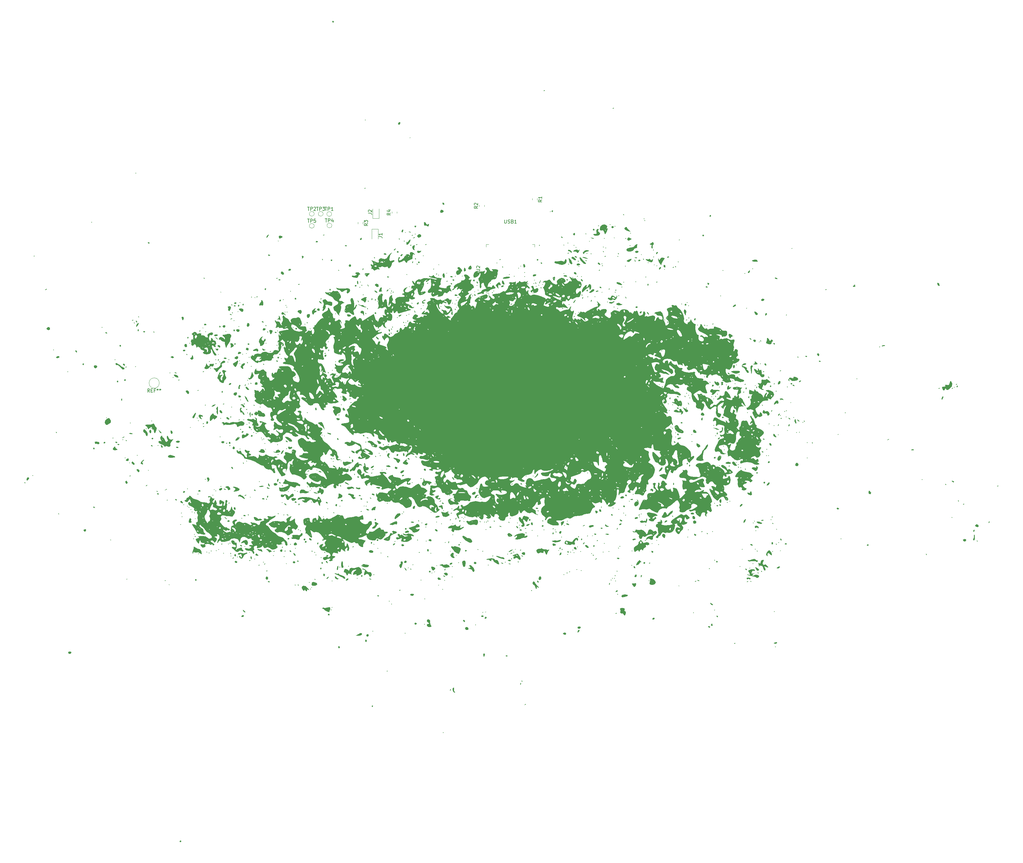
<source format=gbr>
%TF.GenerationSoftware,KiCad,Pcbnew,(5.99.0-9650-gad505e29c0)*%
%TF.CreationDate,2021-03-24T15:12:51-04:00*%
%TF.ProjectId,Hangulator,48616e67-756c-4617-946f-722e6b696361,rev?*%
%TF.SameCoordinates,Original*%
%TF.FileFunction,Legend,Top*%
%TF.FilePolarity,Positive*%
%FSLAX46Y46*%
G04 Gerber Fmt 4.6, Leading zero omitted, Abs format (unit mm)*
G04 Created by KiCad (PCBNEW (5.99.0-9650-gad505e29c0)) date 2021-03-24 15:12:51*
%MOMM*%
%LPD*%
G01*
G04 APERTURE LIST*
%ADD10C,0.150000*%
%ADD11C,0.300000*%
%ADD12C,0.120000*%
G04 APERTURE END LIST*
D10*
%TO.C,*%
%TO.C,REF\u002A\u002A*%
X186166666Y-210202380D02*
X185833333Y-209726190D01*
X185595238Y-210202380D02*
X185595238Y-209202380D01*
X185976190Y-209202380D01*
X186071428Y-209250000D01*
X186119047Y-209297619D01*
X186166666Y-209392857D01*
X186166666Y-209535714D01*
X186119047Y-209630952D01*
X186071428Y-209678571D01*
X185976190Y-209726190D01*
X185595238Y-209726190D01*
X186595238Y-209678571D02*
X186928571Y-209678571D01*
X187071428Y-210202380D02*
X186595238Y-210202380D01*
X186595238Y-209202380D01*
X187071428Y-209202380D01*
X187833333Y-209678571D02*
X187500000Y-209678571D01*
X187500000Y-210202380D02*
X187500000Y-209202380D01*
X187976190Y-209202380D01*
X188500000Y-209202380D02*
X188500000Y-209440476D01*
X188261904Y-209345238D02*
X188500000Y-209440476D01*
X188738095Y-209345238D01*
X188357142Y-209630952D02*
X188500000Y-209440476D01*
X188642857Y-209630952D01*
X189261904Y-209202380D02*
X189261904Y-209440476D01*
X189023809Y-209345238D02*
X189261904Y-209440476D01*
X189500000Y-209345238D01*
X189119047Y-209630952D02*
X189261904Y-209440476D01*
X189404761Y-209630952D01*
%TO.C,R1*%
X301202380Y-153791666D02*
X300726190Y-154125000D01*
X301202380Y-154363095D02*
X300202380Y-154363095D01*
X300202380Y-153982142D01*
X300250000Y-153886904D01*
X300297619Y-153839285D01*
X300392857Y-153791666D01*
X300535714Y-153791666D01*
X300630952Y-153839285D01*
X300678571Y-153886904D01*
X300726190Y-153982142D01*
X300726190Y-154363095D01*
X301202380Y-152839285D02*
X301202380Y-153410714D01*
X301202380Y-153125000D02*
X300202380Y-153125000D01*
X300345238Y-153220238D01*
X300440476Y-153315476D01*
X300488095Y-153410714D01*
%TO.C,R2*%
X282377380Y-155691666D02*
X281901190Y-156025000D01*
X282377380Y-156263095D02*
X281377380Y-156263095D01*
X281377380Y-155882142D01*
X281425000Y-155786904D01*
X281472619Y-155739285D01*
X281567857Y-155691666D01*
X281710714Y-155691666D01*
X281805952Y-155739285D01*
X281853571Y-155786904D01*
X281901190Y-155882142D01*
X281901190Y-156263095D01*
X281472619Y-155310714D02*
X281425000Y-155263095D01*
X281377380Y-155167857D01*
X281377380Y-154929761D01*
X281425000Y-154834523D01*
X281472619Y-154786904D01*
X281567857Y-154739285D01*
X281663095Y-154739285D01*
X281805952Y-154786904D01*
X282377380Y-155358333D01*
X282377380Y-154739285D01*
%TO.C,TP1*%
X237588095Y-155954380D02*
X238159523Y-155954380D01*
X237873809Y-156954380D02*
X237873809Y-155954380D01*
X238492857Y-156954380D02*
X238492857Y-155954380D01*
X238873809Y-155954380D01*
X238969047Y-156002000D01*
X239016666Y-156049619D01*
X239064285Y-156144857D01*
X239064285Y-156287714D01*
X239016666Y-156382952D01*
X238969047Y-156430571D01*
X238873809Y-156478190D01*
X238492857Y-156478190D01*
X240016666Y-156954380D02*
X239445238Y-156954380D01*
X239730952Y-156954380D02*
X239730952Y-155954380D01*
X239635714Y-156097238D01*
X239540476Y-156192476D01*
X239445238Y-156240095D01*
%TO.C,J2*%
X250302380Y-157733333D02*
X251016666Y-157733333D01*
X251159523Y-157780952D01*
X251254761Y-157876190D01*
X251302380Y-158019047D01*
X251302380Y-158114285D01*
X250397619Y-157304761D02*
X250350000Y-157257142D01*
X250302380Y-157161904D01*
X250302380Y-156923809D01*
X250350000Y-156828571D01*
X250397619Y-156780952D01*
X250492857Y-156733333D01*
X250588095Y-156733333D01*
X250730952Y-156780952D01*
X251302380Y-157352380D01*
X251302380Y-156733333D01*
%TO.C,R4*%
X256802380Y-157666666D02*
X256326190Y-158000000D01*
X256802380Y-158238095D02*
X255802380Y-158238095D01*
X255802380Y-157857142D01*
X255850000Y-157761904D01*
X255897619Y-157714285D01*
X255992857Y-157666666D01*
X256135714Y-157666666D01*
X256230952Y-157714285D01*
X256278571Y-157761904D01*
X256326190Y-157857142D01*
X256326190Y-158238095D01*
X256135714Y-156809523D02*
X256802380Y-156809523D01*
X255754761Y-157047619D02*
X256469047Y-157285714D01*
X256469047Y-156666666D01*
%TO.C,TP4*%
X237638095Y-159329380D02*
X238209523Y-159329380D01*
X237923809Y-160329380D02*
X237923809Y-159329380D01*
X238542857Y-160329380D02*
X238542857Y-159329380D01*
X238923809Y-159329380D01*
X239019047Y-159377000D01*
X239066666Y-159424619D01*
X239114285Y-159519857D01*
X239114285Y-159662714D01*
X239066666Y-159757952D01*
X239019047Y-159805571D01*
X238923809Y-159853190D01*
X238542857Y-159853190D01*
X239971428Y-159662714D02*
X239971428Y-160329380D01*
X239733333Y-159281761D02*
X239495238Y-159996047D01*
X240114285Y-159996047D01*
%TO.C,J1*%
X253352380Y-164583333D02*
X254066666Y-164583333D01*
X254209523Y-164630952D01*
X254304761Y-164726190D01*
X254352380Y-164869047D01*
X254352380Y-164964285D01*
X254352380Y-163583333D02*
X254352380Y-164154761D01*
X254352380Y-163869047D02*
X253352380Y-163869047D01*
X253495238Y-163964285D01*
X253590476Y-164059523D01*
X253638095Y-164154761D01*
%TO.C,USB1*%
X290261904Y-159652380D02*
X290261904Y-160461904D01*
X290309523Y-160557142D01*
X290357142Y-160604761D01*
X290452380Y-160652380D01*
X290642857Y-160652380D01*
X290738095Y-160604761D01*
X290785714Y-160557142D01*
X290833333Y-160461904D01*
X290833333Y-159652380D01*
X291261904Y-160604761D02*
X291404761Y-160652380D01*
X291642857Y-160652380D01*
X291738095Y-160604761D01*
X291785714Y-160557142D01*
X291833333Y-160461904D01*
X291833333Y-160366666D01*
X291785714Y-160271428D01*
X291738095Y-160223809D01*
X291642857Y-160176190D01*
X291452380Y-160128571D01*
X291357142Y-160080952D01*
X291309523Y-160033333D01*
X291261904Y-159938095D01*
X291261904Y-159842857D01*
X291309523Y-159747619D01*
X291357142Y-159700000D01*
X291452380Y-159652380D01*
X291690476Y-159652380D01*
X291833333Y-159700000D01*
X292595238Y-160128571D02*
X292738095Y-160176190D01*
X292785714Y-160223809D01*
X292833333Y-160319047D01*
X292833333Y-160461904D01*
X292785714Y-160557142D01*
X292738095Y-160604761D01*
X292642857Y-160652380D01*
X292261904Y-160652380D01*
X292261904Y-159652380D01*
X292595238Y-159652380D01*
X292690476Y-159700000D01*
X292738095Y-159747619D01*
X292785714Y-159842857D01*
X292785714Y-159938095D01*
X292738095Y-160033333D01*
X292690476Y-160080952D01*
X292595238Y-160128571D01*
X292261904Y-160128571D01*
X293785714Y-160652380D02*
X293214285Y-160652380D01*
X293500000Y-160652380D02*
X293500000Y-159652380D01*
X293404761Y-159795238D01*
X293309523Y-159890476D01*
X293214285Y-159938095D01*
D11*
%TO.C,G\u002A\u002A\u002A*%
X290561181Y-215776788D02*
X290398967Y-215772356D01*
X290201651Y-215864366D01*
X290035005Y-216022148D01*
X289964801Y-216215032D01*
X289960369Y-216377246D01*
X290017277Y-216671005D01*
X290109287Y-216868321D01*
X290297739Y-217100739D01*
X290424851Y-217201613D01*
X290617735Y-217271817D01*
X290845721Y-217245579D01*
X290977266Y-217184239D01*
X291143912Y-217026457D01*
X291179014Y-216930015D01*
X290964324Y-216469611D01*
X290701235Y-216592291D01*
X291385548Y-215312306D02*
X291538898Y-215641166D01*
X291148698Y-215662972D02*
X291538898Y-215641166D01*
X291806418Y-215356272D01*
X291464262Y-215996264D02*
X291538898Y-215641166D01*
X291858894Y-215812244D01*
X292437901Y-214821586D02*
X292591251Y-215150446D01*
X292201051Y-215172252D02*
X292591251Y-215150446D01*
X292858771Y-214865552D01*
X292516615Y-215505544D02*
X292591251Y-215150446D01*
X292911247Y-215321524D01*
X293490254Y-214330866D02*
X293643604Y-214659726D01*
X293253403Y-214681532D02*
X293643604Y-214659726D01*
X293911124Y-214374832D01*
X293568968Y-215014824D02*
X293643604Y-214659726D01*
X293963600Y-214830804D01*
D10*
%TO.C,U2*%
X282032380Y-174761904D02*
X282841904Y-174761904D01*
X282937142Y-174714285D01*
X282984761Y-174666666D01*
X283032380Y-174571428D01*
X283032380Y-174380952D01*
X282984761Y-174285714D01*
X282937142Y-174238095D01*
X282841904Y-174190476D01*
X282032380Y-174190476D01*
X282127619Y-173761904D02*
X282080000Y-173714285D01*
X282032380Y-173619047D01*
X282032380Y-173380952D01*
X282080000Y-173285714D01*
X282127619Y-173238095D01*
X282222857Y-173190476D01*
X282318095Y-173190476D01*
X282460952Y-173238095D01*
X283032380Y-173809523D01*
X283032380Y-173190476D01*
%TO.C,TP3*%
X235088095Y-155904380D02*
X235659523Y-155904380D01*
X235373809Y-156904380D02*
X235373809Y-155904380D01*
X235992857Y-156904380D02*
X235992857Y-155904380D01*
X236373809Y-155904380D01*
X236469047Y-155952000D01*
X236516666Y-155999619D01*
X236564285Y-156094857D01*
X236564285Y-156237714D01*
X236516666Y-156332952D01*
X236469047Y-156380571D01*
X236373809Y-156428190D01*
X235992857Y-156428190D01*
X236897619Y-155904380D02*
X237516666Y-155904380D01*
X237183333Y-156285333D01*
X237326190Y-156285333D01*
X237421428Y-156332952D01*
X237469047Y-156380571D01*
X237516666Y-156475809D01*
X237516666Y-156713904D01*
X237469047Y-156809142D01*
X237421428Y-156856761D01*
X237326190Y-156904380D01*
X237040476Y-156904380D01*
X236945238Y-156856761D01*
X236897619Y-156809142D01*
%TO.C,R3*%
X250102380Y-160754166D02*
X249626190Y-161087500D01*
X250102380Y-161325595D02*
X249102380Y-161325595D01*
X249102380Y-160944642D01*
X249150000Y-160849404D01*
X249197619Y-160801785D01*
X249292857Y-160754166D01*
X249435714Y-160754166D01*
X249530952Y-160801785D01*
X249578571Y-160849404D01*
X249626190Y-160944642D01*
X249626190Y-161325595D01*
X249102380Y-160420833D02*
X249102380Y-159801785D01*
X249483333Y-160135119D01*
X249483333Y-159992261D01*
X249530952Y-159897023D01*
X249578571Y-159849404D01*
X249673809Y-159801785D01*
X249911904Y-159801785D01*
X250007142Y-159849404D01*
X250054761Y-159897023D01*
X250102380Y-159992261D01*
X250102380Y-160277976D01*
X250054761Y-160373214D01*
X250007142Y-160420833D01*
%TO.C,TP5*%
X232463095Y-159429380D02*
X233034523Y-159429380D01*
X232748809Y-160429380D02*
X232748809Y-159429380D01*
X233367857Y-160429380D02*
X233367857Y-159429380D01*
X233748809Y-159429380D01*
X233844047Y-159477000D01*
X233891666Y-159524619D01*
X233939285Y-159619857D01*
X233939285Y-159762714D01*
X233891666Y-159857952D01*
X233844047Y-159905571D01*
X233748809Y-159953190D01*
X233367857Y-159953190D01*
X234844047Y-159429380D02*
X234367857Y-159429380D01*
X234320238Y-159905571D01*
X234367857Y-159857952D01*
X234463095Y-159810333D01*
X234701190Y-159810333D01*
X234796428Y-159857952D01*
X234844047Y-159905571D01*
X234891666Y-160000809D01*
X234891666Y-160238904D01*
X234844047Y-160334142D01*
X234796428Y-160381761D01*
X234701190Y-160429380D01*
X234463095Y-160429380D01*
X234367857Y-160381761D01*
X234320238Y-160334142D01*
%TO.C,TP2*%
X232463095Y-155904380D02*
X233034523Y-155904380D01*
X232748809Y-156904380D02*
X232748809Y-155904380D01*
X233367857Y-156904380D02*
X233367857Y-155904380D01*
X233748809Y-155904380D01*
X233844047Y-155952000D01*
X233891666Y-155999619D01*
X233939285Y-156094857D01*
X233939285Y-156237714D01*
X233891666Y-156332952D01*
X233844047Y-156380571D01*
X233748809Y-156428190D01*
X233367857Y-156428190D01*
X234320238Y-155999619D02*
X234367857Y-155952000D01*
X234463095Y-155904380D01*
X234701190Y-155904380D01*
X234796428Y-155952000D01*
X234844047Y-155999619D01*
X234891666Y-156094857D01*
X234891666Y-156190095D01*
X234844047Y-156332952D01*
X234272619Y-156904380D01*
X234891666Y-156904380D01*
D12*
%TO.C,REF\u002A\u002A*%
X189000833Y-207500000D02*
G75*
G03*
X189000833Y-207500000I-1500833J0D01*
G01*
%TO.C,R1*%
X298365000Y-153397936D02*
X298365000Y-153852064D01*
X299835000Y-153397936D02*
X299835000Y-153852064D01*
%TO.C,R2*%
X282840000Y-155752064D02*
X282840000Y-155297936D01*
X284310000Y-155752064D02*
X284310000Y-155297936D01*
%TO.C,TP1*%
X239550000Y-157950000D02*
G75*
G03*
X239550000Y-157950000I-700000J0D01*
G01*
%TO.C,J2*%
X251540000Y-156400000D02*
X251540000Y-159260000D01*
X253460000Y-159260000D02*
X253460000Y-156400000D01*
X251540000Y-159260000D02*
X253460000Y-159260000D01*
%TO.C,R4*%
X257265000Y-157727064D02*
X257265000Y-157272936D01*
X258735000Y-157727064D02*
X258735000Y-157272936D01*
%TO.C,TP4*%
X239600000Y-161325000D02*
G75*
G03*
X239600000Y-161325000I-700000J0D01*
G01*
%TO.C,J1*%
X253210000Y-165250000D02*
X253210000Y-162390000D01*
X251290000Y-162390000D02*
X251290000Y-165250000D01*
X253210000Y-162390000D02*
X251290000Y-162390000D01*
%TO.C,G\u002A\u002A\u002A*%
G36*
X368282251Y-256808798D02*
G01*
X368471728Y-257134616D01*
X368702260Y-257735805D01*
X368644879Y-258011677D01*
X368347760Y-257886242D01*
X368136253Y-257663733D01*
X367704375Y-257355239D01*
X367411255Y-257480655D01*
X367394962Y-257934867D01*
X367379594Y-258250761D01*
X367213876Y-258212305D01*
X367015343Y-257812054D01*
X367134981Y-257244636D01*
X367516304Y-256732360D01*
X367607324Y-256663871D01*
X367971711Y-256538592D01*
X368282251Y-256808798D01*
G37*
G36*
X259612444Y-131045226D02*
G01*
X259686848Y-131191225D01*
X259593896Y-131628291D01*
X259319619Y-131806249D01*
X259053485Y-131604584D01*
X259093352Y-131175283D01*
X259260425Y-131036020D01*
X259612444Y-131045226D01*
G37*
G36*
X351741409Y-212089571D02*
G01*
X351676059Y-212269118D01*
X351496513Y-212203768D01*
X351561862Y-212024222D01*
X351741409Y-212089571D01*
G37*
G36*
X251777200Y-239957618D02*
G01*
X252107637Y-240173680D01*
X252152067Y-240368930D01*
X251899537Y-240406351D01*
X251608420Y-240304454D01*
X251306902Y-240070170D01*
X251385015Y-239954205D01*
X251777200Y-239957618D01*
G37*
G36*
X258811410Y-248278111D02*
G01*
X258810719Y-248582413D01*
X258690958Y-248952820D01*
X258454034Y-248899846D01*
X258011631Y-248868855D01*
X257874550Y-248962227D01*
X257427924Y-249125248D01*
X257000629Y-249101403D01*
X256591397Y-248982227D01*
X256674087Y-248825449D01*
X256983896Y-248648131D01*
X257710012Y-248302765D01*
X258360227Y-248067796D01*
X258728609Y-248015273D01*
X258811410Y-248278111D01*
G37*
G36*
X304661297Y-251369485D02*
G01*
X304667267Y-251482192D01*
X304556144Y-251818437D01*
X304522115Y-251848024D01*
X304328575Y-251707600D01*
X304299923Y-251653487D01*
X304378379Y-251330213D01*
X304445074Y-251287655D01*
X304661297Y-251369485D01*
G37*
G36*
X247315051Y-183359385D02*
G01*
X247522722Y-183728514D01*
X247514594Y-183837784D01*
X247369228Y-183816651D01*
X247236086Y-183576337D01*
X247174043Y-183287135D01*
X247315051Y-183359385D01*
G37*
G36*
X233767245Y-256616998D02*
G01*
X233932079Y-256893965D01*
X233919508Y-256943526D01*
X233758242Y-256977799D01*
X233680112Y-256856394D01*
X233675719Y-256613033D01*
X233767245Y-256616998D01*
G37*
G36*
X223444484Y-236955189D02*
G01*
X223606082Y-237180490D01*
X223513489Y-237430455D01*
X223134936Y-237571632D01*
X222724504Y-237515602D01*
X222694458Y-237497717D01*
X222557538Y-237145697D01*
X222634847Y-236944958D01*
X223010595Y-236754633D01*
X223444484Y-236955189D01*
G37*
G36*
X340216116Y-213587995D02*
G01*
X340038340Y-213506803D01*
X341668990Y-213506803D01*
X341848536Y-213572152D01*
X341913886Y-213392606D01*
X341734340Y-213327257D01*
X341668990Y-213506803D01*
X340038340Y-213506803D01*
X339893103Y-213440472D01*
X339660317Y-213334156D01*
X339413919Y-213095954D01*
X339454019Y-212976798D01*
X339574473Y-213067294D01*
X339966492Y-213237988D01*
X340079244Y-213114706D01*
X340591712Y-213114706D01*
X340771257Y-213180055D01*
X340836608Y-213000509D01*
X340657060Y-212935159D01*
X340591712Y-213114706D01*
X340079244Y-213114706D01*
X340153581Y-213033427D01*
X340039384Y-212701430D01*
X339979176Y-212296795D01*
X340257372Y-212078024D01*
X340709541Y-212043135D01*
X340991174Y-212428769D01*
X341268763Y-212812713D01*
X341586067Y-212717065D01*
X341937707Y-212634668D01*
X342164558Y-212946974D01*
X342335519Y-213670003D01*
X342211628Y-214223723D01*
X342039773Y-214377418D01*
X341836013Y-214289197D01*
X341831608Y-214179755D01*
X341727297Y-214058972D01*
X341556284Y-214190965D01*
X341218736Y-214316437D01*
X341078416Y-214158446D01*
X340810343Y-213907196D01*
X340713503Y-213816435D01*
X340216116Y-213587995D01*
G37*
G36*
X215470990Y-199904225D02*
G01*
X215405640Y-200083770D01*
X215226094Y-200018421D01*
X215291443Y-199838874D01*
X215470990Y-199904225D01*
G37*
G36*
X205823031Y-256578831D02*
G01*
X205757681Y-256758378D01*
X205578135Y-256693028D01*
X205643484Y-256513482D01*
X205823031Y-256578831D01*
G37*
G36*
X325906545Y-246199429D02*
G01*
X325841195Y-246378976D01*
X325661649Y-246313626D01*
X325726998Y-246134080D01*
X325906545Y-246199429D01*
G37*
G36*
X270950904Y-240665035D02*
G01*
X270813079Y-240928969D01*
X270631615Y-241315845D01*
X270769868Y-241344875D01*
X270930429Y-241275166D01*
X271340827Y-241228728D01*
X271458776Y-241326940D01*
X271431969Y-241622761D01*
X271018771Y-241653000D01*
X270508605Y-241490653D01*
X269990883Y-241131377D01*
X269966449Y-240770214D01*
X270434067Y-240515108D01*
X270520008Y-240497327D01*
X270945951Y-240455266D01*
X270950904Y-240665035D01*
G37*
G36*
X429171649Y-249079711D02*
G01*
X429309552Y-249280660D01*
X429325910Y-249661661D01*
X428967405Y-249745245D01*
X428596385Y-249622163D01*
X428278462Y-249326867D01*
X428331266Y-249131901D01*
X428733518Y-248897030D01*
X429171649Y-249079711D01*
G37*
G36*
X177274744Y-225437013D02*
G01*
X177304331Y-225471042D01*
X177163906Y-225664583D01*
X177109794Y-225693234D01*
X176786519Y-225614778D01*
X176743961Y-225548082D01*
X176825791Y-225331859D01*
X176938498Y-225325890D01*
X177274744Y-225437013D01*
G37*
G36*
X176982962Y-206897864D02*
G01*
X177017374Y-206953082D01*
X176941893Y-207277762D01*
X176886675Y-207312175D01*
X176561995Y-207236693D01*
X176527583Y-207181475D01*
X176603064Y-206856795D01*
X176658281Y-206822383D01*
X176982962Y-206897864D01*
G37*
G36*
X217521258Y-222203619D02*
G01*
X217455909Y-222383165D01*
X217276362Y-222317816D01*
X217341712Y-222138269D01*
X217521258Y-222203619D01*
G37*
G36*
X227605547Y-180531035D02*
G01*
X227540196Y-180710582D01*
X227360650Y-180645232D01*
X227425999Y-180465685D01*
X227605547Y-180531035D01*
G37*
G36*
X319101912Y-172997209D02*
G01*
X319136186Y-173158476D01*
X319014779Y-173236605D01*
X318771420Y-173240998D01*
X318775384Y-173149472D01*
X319052352Y-172984638D01*
X319101912Y-172997209D01*
G37*
G36*
X242758994Y-241818293D02*
G01*
X242793406Y-241873510D01*
X242717925Y-242198191D01*
X242662707Y-242232602D01*
X242338027Y-242157122D01*
X242303614Y-242101903D01*
X242379096Y-241777224D01*
X242434314Y-241742811D01*
X242758994Y-241818293D01*
G37*
G36*
X251282684Y-256527881D02*
G01*
X251758990Y-256738428D01*
X251787602Y-257040035D01*
X251483220Y-257316423D01*
X251011192Y-257293151D01*
X250534885Y-257082604D01*
X250506272Y-256780997D01*
X250810655Y-256504609D01*
X251282684Y-256527881D01*
G37*
G36*
X212802226Y-226789314D02*
G01*
X212736877Y-226968860D01*
X212557331Y-226903511D01*
X212622680Y-226723964D01*
X212802226Y-226789314D01*
G37*
G36*
X311741502Y-176180970D02*
G01*
X311676153Y-176360516D01*
X311496606Y-176295167D01*
X311561956Y-176115620D01*
X311741502Y-176180970D01*
G37*
G36*
X208394421Y-200073542D02*
G01*
X208750759Y-200205007D01*
X208784009Y-200306671D01*
X208501769Y-200435027D01*
X208263721Y-200432634D01*
X207907382Y-200301169D01*
X207874133Y-200199504D01*
X208156373Y-200071149D01*
X208394421Y-200073542D01*
G37*
G36*
X361026089Y-201762418D02*
G01*
X361146391Y-201896000D01*
X360892155Y-202136710D01*
X360502878Y-202267080D01*
X359909011Y-202384186D01*
X359904300Y-202349654D01*
X359915029Y-202251887D01*
X360192456Y-201900934D01*
X360570549Y-201756500D01*
X361026089Y-201762418D01*
G37*
G36*
X370446521Y-212680894D02*
G01*
X370572516Y-212831584D01*
X370617690Y-213318128D01*
X370562754Y-213450025D01*
X370333565Y-213549193D01*
X370278190Y-213479154D01*
X370019950Y-213441174D01*
X369683139Y-213641665D01*
X369336575Y-213882279D01*
X369290018Y-213705768D01*
X369343341Y-213474056D01*
X369626816Y-212956779D01*
X370053485Y-212661583D01*
X370446521Y-212680894D01*
G37*
G36*
X200235298Y-217742029D02*
G01*
X200169948Y-217921576D01*
X199990402Y-217856226D01*
X200055751Y-217676680D01*
X200235298Y-217742029D01*
G37*
G36*
X327797066Y-256647443D02*
G01*
X327731716Y-256826989D01*
X327552170Y-256761640D01*
X327617520Y-256582094D01*
X327797066Y-256647443D01*
G37*
G36*
X276757026Y-182357508D02*
G01*
X276691676Y-182537054D01*
X276512130Y-182471705D01*
X276577479Y-182292159D01*
X276757026Y-182357508D01*
G37*
G36*
X244794156Y-229114056D02*
G01*
X244958990Y-229391022D01*
X244946418Y-229440583D01*
X244785152Y-229474856D01*
X244707023Y-229353450D01*
X244702630Y-229110091D01*
X244794156Y-229114056D01*
G37*
G36*
X232980402Y-233150799D02*
G01*
X232959268Y-233296166D01*
X232718955Y-233429307D01*
X232429753Y-233491350D01*
X232502002Y-233350342D01*
X232871131Y-233142672D01*
X232980402Y-233150799D01*
G37*
G36*
X353407492Y-208629342D02*
G01*
X353342143Y-208808889D01*
X353162597Y-208743539D01*
X353227946Y-208563993D01*
X353407492Y-208629342D01*
G37*
G36*
X253228553Y-255939843D02*
G01*
X253163204Y-256119389D01*
X252983657Y-256054040D01*
X253049007Y-255874494D01*
X253228553Y-255939843D01*
G37*
G36*
X282595606Y-256258661D02*
G01*
X282530257Y-256438206D01*
X282350711Y-256372857D01*
X282416060Y-256193311D01*
X282595606Y-256258661D01*
G37*
G36*
X274482355Y-256762317D02*
G01*
X274417005Y-256941864D01*
X274237459Y-256876514D01*
X274302808Y-256696967D01*
X274482355Y-256762317D01*
G37*
G36*
X272426170Y-309896822D02*
G01*
X272360821Y-310076368D01*
X272181274Y-310011019D01*
X272246624Y-309831472D01*
X272426170Y-309896822D01*
G37*
G36*
X265909679Y-265232023D02*
G01*
X265844329Y-265411570D01*
X265664783Y-265346220D01*
X265730132Y-265166675D01*
X265909679Y-265232023D01*
G37*
G36*
X382966227Y-201076731D02*
G01*
X382995814Y-201110760D01*
X382855390Y-201304300D01*
X382801278Y-201332952D01*
X382478004Y-201254496D01*
X382435445Y-201187800D01*
X382517275Y-200971578D01*
X382629983Y-200965608D01*
X382966227Y-201076731D01*
G37*
G36*
X313780235Y-249139642D02*
G01*
X313759101Y-249285009D01*
X313518787Y-249418150D01*
X313229585Y-249480193D01*
X313301835Y-249339186D01*
X313670964Y-249131515D01*
X313780235Y-249139642D01*
G37*
G36*
X280414142Y-173155389D02*
G01*
X280584529Y-173688432D01*
X280512982Y-174143750D01*
X280117285Y-174255144D01*
X279894032Y-174234415D01*
X279637978Y-174075969D01*
X279725027Y-173626836D01*
X279762209Y-173535662D01*
X280095173Y-173094560D01*
X280414142Y-173155389D01*
G37*
G36*
X231049620Y-251669496D02*
G01*
X230996496Y-252059589D01*
X230736005Y-252385374D01*
X230546933Y-252449064D01*
X230282936Y-252689088D01*
X230253267Y-252921506D01*
X230118381Y-253411027D01*
X229702922Y-253478086D01*
X229449529Y-253346665D01*
X228903850Y-253197113D01*
X228584346Y-253228350D01*
X228030093Y-253205838D01*
X227801639Y-253071377D01*
X227724359Y-252843838D01*
X227886109Y-252825973D01*
X228109418Y-252685649D01*
X228064475Y-252486154D01*
X227987749Y-252154444D01*
X228220646Y-252005153D01*
X228851932Y-252007795D01*
X229322547Y-252054081D01*
X230064642Y-252079203D01*
X230394738Y-251919026D01*
X230435115Y-251794117D01*
X230671569Y-251476135D01*
X230827375Y-251455908D01*
X231049620Y-251669496D01*
G37*
G36*
X339726324Y-213816388D02*
G01*
X339660975Y-213995935D01*
X339481428Y-213930585D01*
X339546779Y-213751039D01*
X339726324Y-213816388D01*
G37*
G36*
X275218362Y-251946909D02*
G01*
X275153012Y-252126455D01*
X274973466Y-252061106D01*
X275038815Y-251881560D01*
X275218362Y-251946909D01*
G37*
G36*
X281807553Y-239631768D02*
G01*
X281629406Y-240118364D01*
X281164152Y-240293720D01*
X280997837Y-240257801D01*
X280680797Y-239991175D01*
X280869352Y-239659440D01*
X281172667Y-239480600D01*
X281646612Y-239362702D01*
X281807553Y-239631768D01*
G37*
G36*
X288208090Y-258224469D02*
G01*
X288767811Y-258334757D01*
X289006196Y-258497412D01*
X289302478Y-258619628D01*
X289457518Y-258574614D01*
X289927693Y-258595861D01*
X290110918Y-258717149D01*
X290283926Y-259024971D01*
X290015688Y-259127397D01*
X289374400Y-258999370D01*
X289357352Y-258994006D01*
X288579388Y-258701546D01*
X288105584Y-258485388D01*
X287724564Y-258270766D01*
X287837696Y-258211181D01*
X288208090Y-258224469D01*
G37*
G36*
X328507193Y-261367206D02*
G01*
X328591481Y-261758673D01*
X328329967Y-261751486D01*
X328222036Y-261687447D01*
X328106080Y-261358599D01*
X328151996Y-261255291D01*
X328389779Y-261209188D01*
X328507193Y-261367206D01*
G37*
G36*
X176079162Y-226111105D02*
G01*
X176093931Y-226244997D01*
X176341484Y-226709811D01*
X176527001Y-226823105D01*
X176752525Y-226964296D01*
X176528179Y-227093769D01*
X175957263Y-227217735D01*
X175468878Y-227173085D01*
X175400850Y-226820504D01*
X175668285Y-226341226D01*
X175965107Y-226006494D01*
X176079162Y-226111105D01*
G37*
G36*
X252524950Y-247405135D02*
G01*
X252553601Y-247459247D01*
X252475145Y-247782521D01*
X252408449Y-247825079D01*
X252192227Y-247743250D01*
X252186258Y-247630542D01*
X252297381Y-247294298D01*
X252331409Y-247264711D01*
X252524950Y-247405135D01*
G37*
G36*
X250414759Y-281235157D02*
G01*
X250401842Y-281630507D01*
X250123465Y-281853552D01*
X249992575Y-281839045D01*
X249677829Y-281553019D01*
X249845678Y-281228628D01*
X249939958Y-281176010D01*
X250324058Y-281148557D01*
X250414759Y-281235157D01*
G37*
G36*
X338986326Y-211809863D02*
G01*
X338992296Y-211922571D01*
X338881173Y-212258816D01*
X338847143Y-212288403D01*
X338653603Y-212147979D01*
X338624952Y-212093867D01*
X338703408Y-211770592D01*
X338770104Y-211728034D01*
X338986326Y-211809863D01*
G37*
G36*
X342056001Y-215144178D02*
G01*
X342133605Y-215357914D01*
X342342696Y-215713959D01*
X342510774Y-215755632D01*
X342680039Y-215908568D01*
X342574607Y-216263991D01*
X342276864Y-216618740D01*
X342121621Y-216715294D01*
X342025229Y-216641011D01*
X342115238Y-216457284D01*
X342197457Y-216182538D01*
X341852281Y-216150676D01*
X341787717Y-216158503D01*
X341093527Y-216139893D01*
X340488057Y-216022467D01*
X339983184Y-215855975D01*
X339925713Y-215696571D01*
X340180078Y-215460189D01*
X340660797Y-215299805D01*
X340969858Y-215503245D01*
X341374931Y-215779957D01*
X341576838Y-215785875D01*
X341637279Y-215573845D01*
X341554134Y-215498315D01*
X341518418Y-215264494D01*
X341696581Y-215133744D01*
X342056001Y-215144178D01*
G37*
G36*
X218463880Y-236373260D02*
G01*
X218398531Y-236552806D01*
X218218985Y-236487456D01*
X218284335Y-236307910D01*
X218463880Y-236373260D01*
G37*
G36*
X328997755Y-170668495D02*
G01*
X329186662Y-170848561D01*
X328916281Y-170873648D01*
X328630412Y-170839790D01*
X328350465Y-170730986D01*
X328442287Y-170633933D01*
X328914233Y-170626242D01*
X328997755Y-170668495D01*
G37*
G36*
X187164302Y-223616796D02*
G01*
X187198715Y-223672014D01*
X187123234Y-223996695D01*
X187068016Y-224031107D01*
X186743336Y-223955626D01*
X186708923Y-223900408D01*
X186784404Y-223575727D01*
X186839622Y-223541315D01*
X187164302Y-223616796D01*
G37*
G36*
X221004923Y-256276728D02*
G01*
X221206727Y-256328933D01*
X221785858Y-256566328D01*
X222008634Y-256808915D01*
X221809858Y-256967230D01*
X221683640Y-256983371D01*
X221306019Y-257125334D01*
X221250317Y-257228072D01*
X221197272Y-257221673D01*
X221160733Y-257066235D01*
X220877247Y-256632680D01*
X220654119Y-256482567D01*
X220346857Y-256276202D01*
X220490097Y-256200276D01*
X221004923Y-256276728D01*
G37*
G36*
X275140449Y-184005770D02*
G01*
X275075099Y-184185317D01*
X274895553Y-184119967D01*
X274960902Y-183940421D01*
X275140449Y-184005770D01*
G37*
G36*
X286378216Y-249694222D02*
G01*
X286407803Y-249728251D01*
X286267379Y-249921791D01*
X286213266Y-249950443D01*
X285889991Y-249871987D01*
X285847433Y-249805291D01*
X285929264Y-249589068D01*
X286041971Y-249583099D01*
X286378216Y-249694222D01*
G37*
G36*
X189818352Y-225869597D02*
G01*
X189999497Y-226264881D01*
X189957239Y-226418723D01*
X189735106Y-226424157D01*
X189555400Y-226168431D01*
X189404021Y-225701812D01*
X189563090Y-225661328D01*
X189818352Y-225869597D01*
G37*
G36*
X264488834Y-277843548D02*
G01*
X264530807Y-277981188D01*
X264322150Y-278339483D01*
X263991200Y-278288864D01*
X263868946Y-278118862D01*
X263916204Y-277795917D01*
X264132653Y-277728988D01*
X264488834Y-277843548D01*
G37*
G36*
X236539386Y-261716702D02*
G01*
X236568037Y-261770815D01*
X236489582Y-262094088D01*
X236422886Y-262136647D01*
X236206664Y-262054816D01*
X236200694Y-261942110D01*
X236311817Y-261605865D01*
X236345846Y-261576277D01*
X236539386Y-261716702D01*
G37*
G36*
X369943925Y-254535010D02*
G01*
X370108759Y-254811977D01*
X370096188Y-254861538D01*
X369934922Y-254895810D01*
X369856793Y-254774406D01*
X369852400Y-254531045D01*
X369943925Y-254535010D01*
G37*
G36*
X370696658Y-219692181D02*
G01*
X370691474Y-219800158D01*
X370569788Y-220141632D01*
X370531869Y-220172730D01*
X370441395Y-220022331D01*
X370446579Y-219914355D01*
X370568265Y-219572881D01*
X370606184Y-219541783D01*
X370696658Y-219692181D01*
G37*
G36*
X247674123Y-184514973D02*
G01*
X248205262Y-184700574D01*
X248478760Y-184661521D01*
X248884814Y-184704649D01*
X248995715Y-184842837D01*
X249364256Y-185149750D01*
X249521213Y-185170549D01*
X249715332Y-185220615D01*
X249645879Y-185278053D01*
X249260190Y-185272022D01*
X248601566Y-185098775D01*
X248412977Y-185031752D01*
X247753676Y-184739572D01*
X247357523Y-184479875D01*
X247321894Y-184430764D01*
X247418807Y-184371661D01*
X247674123Y-184514973D01*
G37*
G36*
X261009088Y-165849148D02*
G01*
X260943738Y-166028694D01*
X260764192Y-165963345D01*
X260829541Y-165783798D01*
X261009088Y-165849148D01*
G37*
G36*
X384673965Y-179986956D02*
G01*
X384708239Y-180148222D01*
X384586833Y-180226351D01*
X384343473Y-180230744D01*
X384347438Y-180139218D01*
X384624405Y-179974384D01*
X384673965Y-179986956D01*
G37*
G36*
X269609493Y-174062732D02*
G01*
X269544144Y-174242278D01*
X269364598Y-174176928D01*
X269429947Y-173997382D01*
X269609493Y-174062732D01*
G37*
G36*
X224212345Y-251215445D02*
G01*
X223660704Y-251373674D01*
X223082469Y-251056759D01*
X222867300Y-250797284D01*
X222840252Y-250683080D01*
X225763010Y-250683080D01*
X225781151Y-250786440D01*
X226052144Y-250914009D01*
X226416186Y-250740607D01*
X226654241Y-250406467D01*
X226658118Y-250224967D01*
X226707474Y-249754010D01*
X226863544Y-249599873D01*
X227338825Y-249614131D01*
X227459715Y-249694558D01*
X227607583Y-249730186D01*
X227545473Y-249505495D01*
X227215476Y-249232356D01*
X226817578Y-249332643D01*
X226336510Y-249703924D01*
X225935761Y-250223121D01*
X225763010Y-250683080D01*
X222840252Y-250683080D01*
X222787735Y-250461340D01*
X223013687Y-250376664D01*
X223403873Y-250168673D01*
X223468847Y-250010585D01*
X223324425Y-249787673D01*
X223184333Y-249815302D01*
X222662687Y-249880888D01*
X222327644Y-249840954D01*
X221861387Y-249634273D01*
X221860109Y-249633301D01*
X221408466Y-249289793D01*
X221239294Y-249091963D01*
X221111730Y-248942790D01*
X221113521Y-248775792D01*
X223699043Y-248775792D01*
X223822448Y-248884866D01*
X224191628Y-249032788D01*
X224308240Y-248912753D01*
X224294659Y-248877405D01*
X224024126Y-248751380D01*
X223880084Y-248726512D01*
X223699043Y-248775792D01*
X221113521Y-248775792D01*
X221114028Y-248728544D01*
X221141853Y-248717997D01*
X221459781Y-248552389D01*
X221616428Y-248454353D01*
X222606654Y-248454353D01*
X222786199Y-248519702D01*
X222851549Y-248340156D01*
X222672003Y-248274807D01*
X222606654Y-248454353D01*
X221616428Y-248454353D01*
X222283004Y-248037182D01*
X223306547Y-247925683D01*
X223682079Y-247994199D01*
X224566581Y-248156302D01*
X225175091Y-248058296D01*
X225415852Y-247925076D01*
X225657745Y-248019890D01*
X225757296Y-248177771D01*
X226083436Y-248421535D01*
X226254156Y-248393302D01*
X226426891Y-248069845D01*
X226360431Y-247821988D01*
X226239383Y-247452964D01*
X226418932Y-247176106D01*
X226995370Y-246863676D01*
X227128650Y-246802850D01*
X227805913Y-246496957D01*
X227469248Y-247213574D01*
X227220832Y-247835912D01*
X227287109Y-248047716D01*
X227707201Y-247874004D01*
X228106477Y-247621050D01*
X228646151Y-247293408D01*
X228843922Y-247284666D01*
X228805834Y-247522381D01*
X228801512Y-248207491D01*
X229113838Y-248853525D01*
X229508781Y-249156870D01*
X229697123Y-249421761D01*
X229469093Y-249968072D01*
X229468143Y-249969607D01*
X229140251Y-250422887D01*
X228900098Y-250471889D01*
X228745542Y-250350881D01*
X228315894Y-250153392D01*
X227977300Y-250283126D01*
X227906638Y-250617314D01*
X228041893Y-250839282D01*
X228247150Y-251256061D01*
X228116138Y-251434949D01*
X227662469Y-251705691D01*
X227164857Y-252010278D01*
X226719562Y-252211500D01*
X226555028Y-252136822D01*
X226354290Y-251826586D01*
X225818249Y-251505556D01*
X225144718Y-251251529D01*
X224883530Y-251205007D01*
X224531509Y-251142306D01*
X224212345Y-251215445D01*
G37*
G36*
X248569654Y-263858712D02*
G01*
X248598306Y-263912825D01*
X248519850Y-264236100D01*
X248453154Y-264278658D01*
X248236931Y-264196827D01*
X248230962Y-264084120D01*
X248342085Y-263747875D01*
X248376114Y-263718288D01*
X248569654Y-263858712D01*
G37*
G36*
X388150893Y-244068387D02*
G01*
X388414545Y-244319061D01*
X388357827Y-244478636D01*
X388016010Y-244611667D01*
X387892815Y-244560216D01*
X387673576Y-244239181D01*
X387866812Y-244035077D01*
X388150893Y-244068387D01*
G37*
G36*
X283085066Y-247930767D02*
G01*
X283249900Y-248207734D01*
X283237328Y-248257294D01*
X283076062Y-248291568D01*
X282997933Y-248170163D01*
X282993540Y-247926802D01*
X283085066Y-247930767D01*
G37*
G36*
X340589074Y-222060340D02*
G01*
X340523724Y-222239886D01*
X340344178Y-222174536D01*
X340409527Y-221994990D01*
X340589074Y-222060340D01*
G37*
G36*
X274930232Y-260280303D02*
G01*
X274833190Y-260590064D01*
X274677085Y-260696495D01*
X274289522Y-260716228D01*
X274195545Y-260622894D01*
X274292586Y-260313133D01*
X274448691Y-260206702D01*
X274836254Y-260186971D01*
X274930232Y-260280303D01*
G37*
G36*
X251719579Y-280197086D02*
G01*
X251654230Y-280376633D01*
X251474683Y-280311282D01*
X251540033Y-280131736D01*
X251719579Y-280197086D01*
G37*
G36*
X269844516Y-262800885D02*
G01*
X269779166Y-262980432D01*
X269599620Y-262915082D01*
X269664969Y-262735536D01*
X269844516Y-262800885D01*
G37*
G36*
X325846453Y-173181484D02*
G01*
X325781104Y-173361031D01*
X325601557Y-173295681D01*
X325666907Y-173116135D01*
X325846453Y-173181484D01*
G37*
G36*
X343808363Y-210422170D02*
G01*
X343743013Y-210601715D01*
X343563468Y-210536366D01*
X343628816Y-210356819D01*
X343808363Y-210422170D01*
G37*
G36*
X194040945Y-241568134D02*
G01*
X194082211Y-241630609D01*
X194109885Y-241908101D01*
X194088413Y-241925864D01*
X193799307Y-241851754D01*
X193714867Y-241801905D01*
X193629054Y-241567183D01*
X193708666Y-241506650D01*
X194040945Y-241568134D01*
G37*
G36*
X285614232Y-260813988D02*
G01*
X285548882Y-260993535D01*
X285369335Y-260928185D01*
X285434685Y-260748639D01*
X285614232Y-260813988D01*
G37*
G36*
X348386353Y-217751450D02*
G01*
X348379150Y-218235988D01*
X348210316Y-218530502D01*
X348059741Y-218493250D01*
X347939735Y-218143347D01*
X348019457Y-217847403D01*
X348249887Y-217564507D01*
X348386353Y-217751450D01*
G37*
G36*
X282615929Y-240317797D02*
G01*
X282538157Y-240536599D01*
X282442475Y-240541019D01*
X282142269Y-240718397D01*
X282111037Y-240827049D01*
X281935946Y-241183984D01*
X281668317Y-241266135D01*
X281533848Y-241053831D01*
X281675291Y-240694082D01*
X282041030Y-240371108D01*
X282428483Y-240222705D01*
X282615929Y-240317797D01*
G37*
G36*
X291809875Y-175636396D02*
G01*
X291744525Y-175815942D01*
X291564979Y-175750593D01*
X291630328Y-175571046D01*
X291809875Y-175636396D01*
G37*
G36*
X274943099Y-244323450D02*
G01*
X274877750Y-244502996D01*
X274698203Y-244437647D01*
X274763553Y-244258100D01*
X274943099Y-244323450D01*
G37*
G36*
X260574481Y-162747280D02*
G01*
X260490885Y-163160844D01*
X260280409Y-163344492D01*
X260106448Y-163182240D01*
X260089627Y-163091456D01*
X260227374Y-162604350D01*
X260296708Y-162522759D01*
X260516775Y-162513287D01*
X260574481Y-162747280D01*
G37*
G36*
X212953384Y-212407782D02*
G01*
X212888035Y-212587327D01*
X212708488Y-212521978D01*
X212773838Y-212342431D01*
X212953384Y-212407782D01*
G37*
G36*
X337346508Y-172979830D02*
G01*
X337452938Y-173135934D01*
X337472671Y-173523497D01*
X337379337Y-173617475D01*
X337069576Y-173520433D01*
X336963146Y-173364328D01*
X336943413Y-172976765D01*
X337036747Y-172882787D01*
X337346508Y-172979830D01*
G37*
G36*
X289840308Y-177556637D02*
G01*
X290089746Y-177929450D01*
X290248908Y-178447677D01*
X290086576Y-178669576D01*
X289759814Y-178557214D01*
X289547360Y-178207477D01*
X289482551Y-177722338D01*
X289605177Y-177410249D01*
X289611465Y-177407109D01*
X289840308Y-177556637D01*
G37*
G36*
X248981209Y-261902822D02*
G01*
X249531340Y-262246176D01*
X249758621Y-262564862D01*
X250168501Y-262902317D01*
X250524385Y-262928292D01*
X251018429Y-262929886D01*
X251236760Y-263265401D01*
X251288965Y-263677280D01*
X251175434Y-264138477D01*
X250883673Y-264324167D01*
X250608047Y-264166820D01*
X250537038Y-263938528D01*
X250273936Y-263533913D01*
X249799962Y-263442423D01*
X249376187Y-263713880D01*
X249374361Y-263716647D01*
X249175590Y-263838070D01*
X249073820Y-263596505D01*
X249100473Y-263165394D01*
X249215214Y-262838121D01*
X249372266Y-262429660D01*
X249169735Y-262243957D01*
X248841776Y-262159486D01*
X248443607Y-262014765D01*
X248437830Y-261900629D01*
X248981209Y-261902822D01*
G37*
G36*
X307160785Y-256083617D02*
G01*
X307325619Y-256360584D01*
X307313047Y-256410145D01*
X307151781Y-256444418D01*
X307073652Y-256323012D01*
X307069259Y-256079652D01*
X307160785Y-256083617D01*
G37*
G36*
X332557856Y-187051038D02*
G01*
X332600662Y-187223835D01*
X332569269Y-187511460D01*
X332527565Y-187507619D01*
X332127764Y-186993661D01*
X332038695Y-186707306D01*
X332203983Y-186699012D01*
X332557856Y-187051038D01*
G37*
G36*
X320069284Y-167825460D02*
G01*
X320003933Y-168005006D01*
X319824387Y-167939657D01*
X319889736Y-167760110D01*
X320069284Y-167825460D01*
G37*
G36*
X256007557Y-242718100D02*
G01*
X255942208Y-242897647D01*
X255762661Y-242832297D01*
X255828011Y-242652750D01*
X256007557Y-242718100D01*
G37*
G36*
X214760075Y-230348556D02*
G01*
X214694726Y-230528103D01*
X214515179Y-230462753D01*
X214580529Y-230283207D01*
X214760075Y-230348556D01*
G37*
G36*
X362269415Y-194391014D02*
G01*
X362316422Y-194407617D01*
X362659587Y-194638501D01*
X362688403Y-194768775D01*
X362471961Y-194780230D01*
X362243258Y-194608635D01*
X362035283Y-194357296D01*
X362269415Y-194391014D01*
G37*
G36*
X173617530Y-192654956D02*
G01*
X173658797Y-192717431D01*
X173686469Y-192994923D01*
X173664998Y-193012687D01*
X173375892Y-192938577D01*
X173291452Y-192888727D01*
X173205638Y-192654006D01*
X173285251Y-192593472D01*
X173617530Y-192654956D01*
G37*
G36*
X298991730Y-178250377D02*
G01*
X298926381Y-178429924D01*
X298746834Y-178364574D01*
X298812185Y-178185028D01*
X298991730Y-178250377D01*
G37*
G36*
X284026703Y-274672725D02*
G01*
X283961353Y-274852270D01*
X283781806Y-274786921D01*
X283847157Y-274607375D01*
X284026703Y-274672725D01*
G37*
G36*
X260397863Y-245739362D02*
G01*
X260332514Y-245918909D01*
X260152967Y-245853559D01*
X260218317Y-245674013D01*
X260397863Y-245739362D01*
G37*
G36*
X360844794Y-175346592D02*
G01*
X360779445Y-175526138D01*
X360599899Y-175460789D01*
X360665248Y-175281242D01*
X360844794Y-175346592D01*
G37*
G36*
X260815700Y-234515495D02*
G01*
X260622315Y-234746509D01*
X260500903Y-234808955D01*
X260192487Y-234806082D01*
X260156870Y-234666371D01*
X260384488Y-234388239D01*
X260488308Y-234380341D01*
X260815700Y-234515495D01*
G37*
G36*
X422962238Y-207749302D02*
G01*
X422996511Y-207910568D01*
X422875106Y-207988697D01*
X422631745Y-207993090D01*
X422635710Y-207901564D01*
X422912677Y-207736730D01*
X422962238Y-207749302D01*
G37*
G36*
X221387055Y-265689051D02*
G01*
X221416642Y-265723080D01*
X221276217Y-265916621D01*
X221222105Y-265945272D01*
X220898831Y-265866817D01*
X220856272Y-265800120D01*
X220938103Y-265583899D01*
X221050810Y-265577928D01*
X221387055Y-265689051D01*
G37*
G36*
X327219453Y-167174602D02*
G01*
X327154103Y-167354149D01*
X326974557Y-167288799D01*
X327039906Y-167109252D01*
X327219453Y-167174602D01*
G37*
G36*
X224543080Y-164307566D02*
G01*
X225117338Y-164469125D01*
X225169283Y-164726561D01*
X224727342Y-165027869D01*
X224261651Y-165143697D01*
X224057758Y-164851414D01*
X224040494Y-164768354D01*
X224051613Y-164368455D01*
X224401911Y-164293122D01*
X224543080Y-164307566D01*
G37*
G36*
X322298748Y-126784481D02*
G01*
X322333021Y-126945747D01*
X322211615Y-127023876D01*
X321968255Y-127028270D01*
X321972220Y-126936744D01*
X322249186Y-126771909D01*
X322298748Y-126784481D01*
G37*
G36*
X327563904Y-171159559D02*
G01*
X327349115Y-171530131D01*
X327308335Y-171573459D01*
X326790621Y-171983638D01*
X326376462Y-171967308D01*
X326303900Y-171924660D01*
X326115018Y-171768997D01*
X326203220Y-171615098D01*
X326658104Y-171346616D01*
X326814586Y-171261541D01*
X327361740Y-171054877D01*
X327563904Y-171159559D01*
G37*
G36*
X322780959Y-161492489D02*
G01*
X322715610Y-161672035D01*
X322536063Y-161606686D01*
X322601413Y-161427139D01*
X322780959Y-161492489D01*
G37*
G36*
X332523333Y-172155032D02*
G01*
X332457984Y-172334578D01*
X332278438Y-172269229D01*
X332343787Y-172089682D01*
X332523333Y-172155032D01*
G37*
G36*
X163183990Y-286328794D02*
G01*
X163170257Y-286640981D01*
X162850797Y-286903177D01*
X162447175Y-286852346D01*
X162326611Y-286700389D01*
X162228252Y-286368978D01*
X162463782Y-286240070D01*
X162815184Y-286205658D01*
X163183990Y-286328794D01*
G37*
G36*
X284980188Y-276095324D02*
G01*
X285013878Y-276150351D01*
X284914763Y-276458227D01*
X284746278Y-276573282D01*
X284437435Y-276572759D01*
X284401638Y-276435843D01*
X284604886Y-276054294D01*
X284669238Y-276012912D01*
X284980188Y-276095324D01*
G37*
G36*
X325048679Y-273454537D02*
G01*
X325508139Y-273618656D01*
X325519154Y-273878345D01*
X325473556Y-273954419D01*
X325402532Y-274281089D01*
X325580591Y-274353778D01*
X325840905Y-274576406D01*
X325847594Y-275011907D01*
X325685526Y-275595085D01*
X325432499Y-275673770D01*
X325164797Y-275298883D01*
X324918751Y-274993096D01*
X324773611Y-275032363D01*
X324483845Y-275088107D01*
X324306496Y-274969631D01*
X324142201Y-274662591D01*
X324205432Y-274571250D01*
X324276909Y-274295994D01*
X324193864Y-274086977D01*
X324112307Y-273629424D01*
X324469660Y-273414664D01*
X325048679Y-273454537D01*
G37*
G36*
X243413686Y-185929754D02*
G01*
X243533075Y-185626072D01*
X243588071Y-185486182D01*
X243556303Y-185335215D01*
X244156819Y-185335215D01*
X244336365Y-185400565D01*
X244401714Y-185221019D01*
X244222168Y-185155669D01*
X244156819Y-185335215D01*
X243556303Y-185335215D01*
X243552830Y-185318713D01*
X243585105Y-184866771D01*
X243992982Y-184506074D01*
X244608064Y-184380498D01*
X245198206Y-184366125D01*
X245348584Y-184155476D01*
X245181624Y-183696651D01*
X245097051Y-183161999D01*
X245261355Y-182717512D01*
X245588447Y-182573080D01*
X245636896Y-182586724D01*
X245846097Y-182895414D01*
X246036872Y-183529286D01*
X246168131Y-184273569D01*
X246198784Y-184913493D01*
X246134944Y-185189903D01*
X246044913Y-185451663D01*
X246193354Y-185424512D01*
X246502606Y-185067923D01*
X246523926Y-184976782D01*
X246773767Y-184580882D01*
X246856550Y-184533450D01*
X246976419Y-184617137D01*
X246873632Y-184980792D01*
X246629886Y-185457808D01*
X246326880Y-185881577D01*
X246104698Y-186066712D01*
X245938167Y-186403246D01*
X246049978Y-186837595D01*
X246182125Y-187379596D01*
X245973691Y-187566009D01*
X245512248Y-187371009D01*
X245183633Y-187093089D01*
X244635836Y-186708433D01*
X244229199Y-186796427D01*
X244218287Y-186806232D01*
X243826036Y-186897969D01*
X243461961Y-186650122D01*
X243324555Y-186319600D01*
X243308839Y-186281795D01*
X243405628Y-186281795D01*
X243585175Y-186347144D01*
X243650524Y-186167598D01*
X243470978Y-186102248D01*
X243405628Y-186281795D01*
X243308839Y-186281795D01*
X243293641Y-186245238D01*
X243413686Y-185929754D01*
G37*
G36*
X253787024Y-238158388D02*
G01*
X253733258Y-238384348D01*
X253401303Y-238468389D01*
X252939019Y-238348825D01*
X252506861Y-238144830D01*
X252560903Y-238040268D01*
X252877737Y-237973201D01*
X253500170Y-237960002D01*
X253787024Y-238158388D01*
G37*
G36*
X219773509Y-223836698D02*
G01*
X219708160Y-224016245D01*
X219528613Y-223950894D01*
X219593963Y-223771349D01*
X219773509Y-223836698D01*
G37*
G36*
X176162217Y-200643545D02*
G01*
X176096867Y-200823092D01*
X175917321Y-200757742D01*
X175982670Y-200578195D01*
X176162217Y-200643545D01*
G37*
G36*
X311742782Y-168511180D02*
G01*
X311974510Y-168658465D01*
X312070228Y-168574012D01*
X312271657Y-168408579D01*
X312304367Y-168436746D01*
X312210377Y-168725771D01*
X311996627Y-169055553D01*
X311683681Y-169367766D01*
X311480514Y-169224141D01*
X311453755Y-169170115D01*
X311107584Y-168929562D01*
X310911099Y-168965450D01*
X310524191Y-168986646D01*
X310430836Y-168894593D01*
X310561870Y-168633639D01*
X310953786Y-168417618D01*
X311484932Y-168353633D01*
X311742782Y-168511180D01*
G37*
G36*
X214847528Y-201337845D02*
G01*
X215012363Y-201614812D01*
X214999791Y-201664373D01*
X214838525Y-201698646D01*
X214760396Y-201577240D01*
X214756002Y-201333880D01*
X214847528Y-201337845D01*
G37*
G36*
X263306247Y-236631343D02*
G01*
X263240898Y-236810890D01*
X263061352Y-236745540D01*
X263126701Y-236565994D01*
X263306247Y-236631343D01*
G37*
G36*
X311977511Y-252346807D02*
G01*
X312142345Y-252623774D01*
X312129773Y-252673334D01*
X311968507Y-252707607D01*
X311890378Y-252586202D01*
X311885985Y-252342842D01*
X311977511Y-252346807D01*
G37*
G36*
X219168870Y-183232282D02*
G01*
X219390432Y-183596368D01*
X219504126Y-183975461D01*
X219520062Y-184610583D01*
X219270446Y-184824496D01*
X218964507Y-184704628D01*
X218606370Y-184698272D01*
X218534348Y-184771626D01*
X218386566Y-184773671D01*
X218342689Y-184567714D01*
X218481999Y-184097182D01*
X218632042Y-183970082D01*
X218909407Y-183603698D01*
X218919359Y-183463420D01*
X218975190Y-183155868D01*
X219168870Y-183232282D01*
G37*
G36*
X277897034Y-246821916D02*
G01*
X277831684Y-247001462D01*
X277652138Y-246936113D01*
X277717487Y-246756567D01*
X277897034Y-246821916D01*
G37*
G36*
X323903826Y-178024255D02*
G01*
X324417288Y-178289990D01*
X324766991Y-178591060D01*
X324807616Y-178734269D01*
X324548071Y-178761472D01*
X324004704Y-178662663D01*
X323401986Y-178431010D01*
X323115439Y-178168066D01*
X323217522Y-177969466D01*
X323444751Y-177923612D01*
X323903826Y-178024255D01*
G37*
G36*
X289718356Y-173282381D02*
G01*
X289883191Y-173559347D01*
X289870619Y-173608909D01*
X289709353Y-173643182D01*
X289631225Y-173521776D01*
X289626831Y-173278416D01*
X289718356Y-173282381D01*
G37*
G36*
X360784925Y-202759843D02*
G01*
X361316713Y-203044163D01*
X361405924Y-203251684D01*
X361363470Y-203279602D01*
X361200983Y-203438518D01*
X361498025Y-203641323D01*
X361535516Y-203659231D01*
X361839597Y-203963764D01*
X361893830Y-204325204D01*
X361700924Y-204525232D01*
X361525077Y-204501182D01*
X361252008Y-204215603D01*
X360921603Y-203643199D01*
X360899041Y-203595551D01*
X360578163Y-203075448D01*
X360298471Y-202886259D01*
X360273489Y-202893428D01*
X359971585Y-202842939D01*
X359910798Y-202397290D01*
X360784925Y-202759843D01*
G37*
G36*
X291152324Y-251952251D02*
G01*
X291188308Y-251710021D01*
X291424305Y-251440671D01*
X291880690Y-251574176D01*
X291919667Y-251595081D01*
X292400528Y-251912384D01*
X292584566Y-252104937D01*
X292490863Y-252375093D01*
X292089567Y-252552251D01*
X291612810Y-252570875D01*
X291377295Y-252461839D01*
X291355729Y-252451855D01*
X291285058Y-252278273D01*
X291770953Y-252278273D01*
X291950499Y-252343622D01*
X292015849Y-252164076D01*
X291836302Y-252098726D01*
X291770953Y-252278273D01*
X291285058Y-252278273D01*
X291152324Y-251952251D01*
G37*
G36*
X203229563Y-218773737D02*
G01*
X203323321Y-219112681D01*
X203161558Y-219442987D01*
X202884616Y-219485815D01*
X202777400Y-219258537D01*
X202809702Y-218823426D01*
X202922462Y-218709336D01*
X203229563Y-218773737D01*
G37*
G36*
X214922708Y-222294816D02*
G01*
X215249935Y-222475646D01*
X215207417Y-222705510D01*
X214750383Y-223058345D01*
X214288631Y-223341997D01*
X213674867Y-223673029D01*
X213371800Y-223704512D01*
X213245536Y-223444137D01*
X213237483Y-223402374D01*
X213254548Y-222777329D01*
X213541952Y-222530155D01*
X213939351Y-222675214D01*
X214297740Y-222847644D01*
X214428416Y-222594533D01*
X214432234Y-222564267D01*
X214582576Y-222245707D01*
X214922708Y-222294816D01*
G37*
G36*
X294520232Y-173776241D02*
G01*
X294454882Y-173955789D01*
X294275336Y-173890438D01*
X294340686Y-173710893D01*
X294520232Y-173776241D01*
G37*
G36*
X275958966Y-176170419D02*
G01*
X275893618Y-176349966D01*
X275714070Y-176284616D01*
X275779421Y-176105070D01*
X275958966Y-176170419D01*
G37*
G36*
X328865078Y-177736813D02*
G01*
X328799729Y-177916359D01*
X328620182Y-177851010D01*
X328685532Y-177671463D01*
X328865078Y-177736813D01*
G37*
G36*
X209825050Y-224880383D02*
G01*
X209853436Y-225275076D01*
X209758188Y-225376377D01*
X209438340Y-225311537D01*
X209405835Y-225260132D01*
X209429189Y-224845450D01*
X209472696Y-224764137D01*
X209708240Y-224721892D01*
X209825050Y-224880383D01*
G37*
G36*
X350665449Y-207224658D02*
G01*
X350600100Y-207404203D01*
X350420553Y-207338854D01*
X350485903Y-207159307D01*
X350665449Y-207224658D01*
G37*
G36*
X214844818Y-253688276D02*
G01*
X215014546Y-254233380D01*
X214925838Y-254726028D01*
X214628578Y-255000858D01*
X214293705Y-254930994D01*
X214213731Y-254827747D01*
X214008129Y-254405012D01*
X213985338Y-254337956D01*
X213736062Y-254274889D01*
X213424446Y-254375894D01*
X213020927Y-254486305D01*
X212963520Y-254339339D01*
X213203746Y-254046889D01*
X213693129Y-253720848D01*
X213712496Y-253711043D01*
X214424892Y-253481762D01*
X214844818Y-253688276D01*
G37*
G36*
X329042396Y-263793707D02*
G01*
X329002528Y-264223008D01*
X328835456Y-264362271D01*
X328483437Y-264353066D01*
X328409033Y-264207066D01*
X328501985Y-263770000D01*
X328776262Y-263592042D01*
X329042396Y-263793707D01*
G37*
G36*
X182439037Y-189381620D02*
G01*
X182540776Y-189739273D01*
X182300454Y-189686816D01*
X182223750Y-189638570D01*
X182092113Y-189324082D01*
X182124656Y-189250673D01*
X182340778Y-189238197D01*
X182439037Y-189381620D01*
G37*
G36*
X323627206Y-170340428D02*
G01*
X323561857Y-170519975D01*
X323382310Y-170454625D01*
X323447660Y-170275079D01*
X323627206Y-170340428D01*
G37*
G36*
X261962605Y-189206569D02*
G01*
X261996878Y-189367835D01*
X261875472Y-189445963D01*
X261632112Y-189450357D01*
X261636077Y-189358831D01*
X261913044Y-189193996D01*
X261962605Y-189206569D01*
G37*
G36*
X229748578Y-266540897D02*
G01*
X229913412Y-266817864D01*
X229900840Y-266867424D01*
X229739574Y-266901698D01*
X229661445Y-266780293D01*
X229657051Y-266536933D01*
X229748578Y-266540897D01*
G37*
G36*
X202645978Y-235699305D02*
G01*
X202580628Y-235878852D01*
X202401081Y-235813502D01*
X202466431Y-235633956D01*
X202645978Y-235699305D01*
G37*
G36*
X278780927Y-259662045D02*
G01*
X278866845Y-260066861D01*
X278858150Y-260351436D01*
X278729076Y-261102775D01*
X278488054Y-261435034D01*
X278197973Y-261303316D01*
X278015072Y-260953358D01*
X277858019Y-260178660D01*
X278028588Y-259670927D01*
X278473929Y-259532489D01*
X278780927Y-259662045D01*
G37*
G36*
X345290284Y-222551449D02*
G01*
X345224935Y-222730997D01*
X345045388Y-222665646D01*
X345110738Y-222486101D01*
X345290284Y-222551449D01*
G37*
G36*
X228902635Y-241281585D02*
G01*
X229164892Y-241419071D01*
X229027187Y-241671512D01*
X228648518Y-241910149D01*
X228113469Y-242018750D01*
X227810333Y-241711100D01*
X227715032Y-241361566D01*
X227972524Y-241235187D01*
X228326706Y-241220021D01*
X228902635Y-241281585D01*
G37*
G36*
X328514893Y-171434048D02*
G01*
X328722564Y-171803177D01*
X328714437Y-171912447D01*
X328569070Y-171891314D01*
X328435929Y-171651000D01*
X328373885Y-171361799D01*
X328514893Y-171434048D01*
G37*
G36*
X252075667Y-170561473D02*
G01*
X252240501Y-170838440D01*
X252227930Y-170888001D01*
X252066664Y-170922274D01*
X251988534Y-170800868D01*
X251984141Y-170557508D01*
X252075667Y-170561473D01*
G37*
G36*
X369490080Y-195830621D02*
G01*
X369531347Y-195893097D01*
X369559019Y-196170588D01*
X369537549Y-196188352D01*
X369248442Y-196114242D01*
X369164003Y-196064392D01*
X369078189Y-195829670D01*
X369157801Y-195769137D01*
X369490080Y-195830621D01*
G37*
G36*
X318220023Y-174302882D02*
G01*
X318254296Y-174464148D01*
X318132891Y-174542277D01*
X317889531Y-174546670D01*
X317893496Y-174455144D01*
X318170463Y-174290310D01*
X318220023Y-174302882D01*
G37*
G36*
X351993575Y-242681104D02*
G01*
X351928225Y-242860651D01*
X351748679Y-242795301D01*
X351814029Y-242615755D01*
X351993575Y-242681104D01*
G37*
G36*
X199476195Y-245525510D02*
G01*
X199410845Y-245705056D01*
X199231299Y-245639707D01*
X199296648Y-245460160D01*
X199476195Y-245525510D01*
G37*
G36*
X214812219Y-219590956D02*
G01*
X214746870Y-219770502D01*
X214567323Y-219705153D01*
X214632673Y-219525606D01*
X214812219Y-219590956D01*
G37*
G36*
X254459627Y-233004774D02*
G01*
X254394278Y-233184320D01*
X254214731Y-233118971D01*
X254280081Y-232939424D01*
X254459627Y-233004774D01*
G37*
G36*
X189231008Y-223641225D02*
G01*
X189430719Y-223188920D01*
X189717949Y-222871366D01*
X189827591Y-223006653D01*
X189842253Y-223149994D01*
X189990497Y-223484712D01*
X190139943Y-223493084D01*
X190400280Y-223627977D01*
X190633760Y-224134583D01*
X190854863Y-224652724D01*
X191137807Y-224728756D01*
X191297414Y-224655557D01*
X191544992Y-224342885D01*
X191464684Y-224153008D01*
X191211794Y-223686182D01*
X191194550Y-223174943D01*
X191371646Y-222918731D01*
X191595400Y-223043774D01*
X191673327Y-223299812D01*
X191900055Y-223815401D01*
X192298630Y-224123559D01*
X192641309Y-224095990D01*
X193049494Y-223875036D01*
X193098416Y-224016480D01*
X192776602Y-224469079D01*
X192735390Y-224516185D01*
X192357209Y-225092331D01*
X192261686Y-225565045D01*
X192277599Y-225612427D01*
X192255181Y-226003716D01*
X191917779Y-226209283D01*
X191485660Y-226118026D01*
X191405234Y-226052436D01*
X190992819Y-225960559D01*
X190788163Y-226092701D01*
X190538953Y-226235429D01*
X190510704Y-226078057D01*
X190305823Y-225791283D01*
X189751755Y-225548311D01*
X189673228Y-225528492D01*
X188972343Y-225224459D01*
X188762307Y-224852296D01*
X188816491Y-224506932D01*
X189167023Y-224495825D01*
X189291878Y-224525795D01*
X189669856Y-224583966D01*
X189612760Y-224384703D01*
X189498335Y-224239491D01*
X189453135Y-224182129D01*
X189421612Y-224105367D01*
X189785964Y-224105367D01*
X189965512Y-224170717D01*
X190030861Y-223991170D01*
X189851315Y-223925821D01*
X189785964Y-224105367D01*
X189421612Y-224105367D01*
X189231008Y-223641225D01*
G37*
G36*
X300874786Y-264233970D02*
G01*
X301047629Y-264499635D01*
X301059954Y-264987307D01*
X300705761Y-265243113D01*
X300386687Y-265207953D01*
X300251423Y-264927681D01*
X300332184Y-264471113D01*
X300571517Y-264128076D01*
X300604326Y-264110058D01*
X300874786Y-264233970D01*
G37*
G36*
X252504306Y-182976965D02*
G01*
X252499124Y-183084942D01*
X252377437Y-183426417D01*
X252339519Y-183457514D01*
X252249044Y-183307115D01*
X252254227Y-183199139D01*
X252375913Y-182857665D01*
X252413832Y-182826567D01*
X252504306Y-182976965D01*
G37*
G36*
X241845829Y-216823821D02*
G01*
X241780479Y-217003367D01*
X241600933Y-216938018D01*
X241666282Y-216758471D01*
X241845829Y-216823821D01*
G37*
G36*
X206270414Y-197436727D02*
G01*
X206270144Y-197820493D01*
X205983808Y-197966333D01*
X205644864Y-197785179D01*
X205588635Y-197696845D01*
X205475969Y-197396075D01*
X205580973Y-197436886D01*
X205909800Y-197525470D01*
X206002265Y-197446449D01*
X206224504Y-197372520D01*
X206270414Y-197436727D01*
G37*
G36*
X318988048Y-180851814D02*
G01*
X318922699Y-181031360D01*
X318743152Y-180966011D01*
X318808502Y-180786463D01*
X318988048Y-180851814D01*
G37*
G36*
X263983814Y-164729100D02*
G01*
X263962681Y-164874466D01*
X263722366Y-165007607D01*
X263433165Y-165069651D01*
X263505415Y-164928644D01*
X263874544Y-164720973D01*
X263983814Y-164729100D01*
G37*
G36*
X304664956Y-250091917D02*
G01*
X304699229Y-250253183D01*
X304577823Y-250331313D01*
X304334463Y-250335706D01*
X304338428Y-250244180D01*
X304615395Y-250079346D01*
X304664956Y-250091917D01*
G37*
G36*
X354626697Y-225949626D02*
G01*
X354561347Y-226129173D01*
X354381801Y-226063823D01*
X354447150Y-225884277D01*
X354626697Y-225949626D01*
G37*
G36*
X363645160Y-194765758D02*
G01*
X363989847Y-194920424D01*
X363948600Y-195254200D01*
X363740125Y-195528683D01*
X363434557Y-195344385D01*
X363144413Y-194936652D01*
X363339055Y-194759107D01*
X363645160Y-194765758D01*
G37*
G36*
X207977587Y-257363026D02*
G01*
X207912238Y-257542572D01*
X207732692Y-257477222D01*
X207798041Y-257297676D01*
X207977587Y-257363026D01*
G37*
G36*
X205224317Y-238671061D02*
G01*
X205158967Y-238850607D01*
X204979421Y-238785258D01*
X205044771Y-238605712D01*
X205224317Y-238671061D01*
G37*
G36*
X301229446Y-172205772D02*
G01*
X301270714Y-172268249D01*
X301298386Y-172545740D01*
X301276915Y-172563503D01*
X300987808Y-172489393D01*
X300903370Y-172439544D01*
X300817556Y-172204822D01*
X300897168Y-172144289D01*
X301229446Y-172205772D01*
G37*
G36*
X351635437Y-208043267D02*
G01*
X351669126Y-208098295D01*
X351570012Y-208406171D01*
X351401527Y-208521226D01*
X351092683Y-208520703D01*
X351056887Y-208383787D01*
X351260135Y-208002238D01*
X351324487Y-207960856D01*
X351635437Y-208043267D01*
G37*
G36*
X158800683Y-221808129D02*
G01*
X158965517Y-222085096D01*
X158952946Y-222134656D01*
X158791680Y-222168930D01*
X158713551Y-222047525D01*
X158709157Y-221804164D01*
X158800683Y-221808129D01*
G37*
G36*
X373355623Y-208569927D02*
G01*
X373290273Y-208749475D01*
X373110726Y-208684124D01*
X373176076Y-208504578D01*
X373355623Y-208569927D01*
G37*
G36*
X236419839Y-238435397D02*
G01*
X236703237Y-238700026D01*
X236834493Y-238689261D01*
X237116432Y-238749929D01*
X237242123Y-239126130D01*
X237197504Y-239612010D01*
X236968517Y-240001716D01*
X236926300Y-240033368D01*
X236541211Y-240184904D01*
X236410481Y-239901167D01*
X236276736Y-239615294D01*
X235930558Y-239755762D01*
X235338182Y-239935062D01*
X234689844Y-239846186D01*
X234255713Y-239531201D01*
X234235788Y-239491867D01*
X234352134Y-239406088D01*
X234799499Y-239563880D01*
X234876863Y-239602119D01*
X235380338Y-239825730D01*
X235513443Y-239758802D01*
X235440117Y-239545483D01*
X235411590Y-239196202D01*
X235556680Y-239137343D01*
X235812039Y-238953973D01*
X235842767Y-238723386D01*
X235938871Y-238264527D01*
X236202975Y-238182108D01*
X236419839Y-238435397D01*
G37*
G36*
X152452185Y-170257309D02*
G01*
X152386835Y-170436855D01*
X152207288Y-170371506D01*
X152272639Y-170191960D01*
X152452185Y-170257309D01*
G37*
G36*
X232334153Y-189605936D02*
G01*
X232498988Y-189882904D01*
X232486416Y-189932465D01*
X232325150Y-189966738D01*
X232247021Y-189845331D01*
X232242627Y-189601971D01*
X232334153Y-189605936D01*
G37*
G36*
X276929995Y-260093165D02*
G01*
X276864646Y-260272711D01*
X276685099Y-260207362D01*
X276750450Y-260027816D01*
X276929995Y-260093165D01*
G37*
G36*
X205968157Y-193269221D02*
G01*
X206087327Y-193349053D01*
X206155365Y-193612312D01*
X205717615Y-193745698D01*
X205525093Y-193760404D01*
X205129504Y-193651898D01*
X205066798Y-193576810D01*
X205168469Y-193345233D01*
X205553672Y-193223789D01*
X205968157Y-193269221D01*
G37*
G36*
X343307993Y-186011338D02*
G01*
X343495134Y-186269266D01*
X343622078Y-186693191D01*
X343548704Y-186840580D01*
X343421376Y-187146746D01*
X343447745Y-187409414D01*
X343481097Y-187705320D01*
X343288487Y-187558668D01*
X343176037Y-187429387D01*
X342904832Y-186888241D01*
X342842278Y-186297702D01*
X343008623Y-185905040D01*
X343049234Y-185880899D01*
X343307993Y-186011338D01*
G37*
G36*
X255062773Y-186616425D02*
G01*
X255136940Y-185997383D01*
X255319924Y-185832539D01*
X255477707Y-185901181D01*
X255707256Y-185969596D01*
X255705637Y-185963292D01*
X261245298Y-185963292D01*
X261346805Y-186093207D01*
X261484694Y-186050425D01*
X261644488Y-185866825D01*
X261571826Y-185811029D01*
X261267525Y-185917245D01*
X261245298Y-185963292D01*
X255705637Y-185963292D01*
X255622808Y-185640784D01*
X255586986Y-185560720D01*
X255519832Y-185467907D01*
X257136184Y-185467907D01*
X257163298Y-185734452D01*
X257349256Y-185767922D01*
X257513548Y-185511047D01*
X257559503Y-185346524D01*
X257630631Y-185091875D01*
X257578024Y-184967400D01*
X257303673Y-185088951D01*
X257136184Y-185467907D01*
X255519832Y-185467907D01*
X255310350Y-185178384D01*
X254962867Y-185278635D01*
X254890623Y-185335693D01*
X254440324Y-185559084D01*
X254220150Y-185534039D01*
X253806544Y-185505930D01*
X253439494Y-185618842D01*
X253062362Y-185756616D01*
X253096716Y-185583935D01*
X253211628Y-185412136D01*
X253251782Y-185268219D01*
X253374781Y-184827366D01*
X253362425Y-184766868D01*
X254326932Y-184766868D01*
X254506479Y-184832218D01*
X254571828Y-184652672D01*
X254392282Y-184587322D01*
X254326932Y-184766868D01*
X253362425Y-184766868D01*
X253307817Y-184499504D01*
X253203228Y-183988094D01*
X253258543Y-183782380D01*
X253256712Y-183390261D01*
X253176979Y-183281062D01*
X253027411Y-182812405D01*
X253189431Y-182208509D01*
X253370874Y-181933071D01*
X253504367Y-181730423D01*
X253805455Y-181730423D01*
X253985001Y-181795772D01*
X254050350Y-181616226D01*
X253870804Y-181550877D01*
X253805455Y-181730423D01*
X253504367Y-181730423D01*
X253555589Y-181652666D01*
X254018432Y-181328169D01*
X254321577Y-181328614D01*
X254601769Y-181559478D01*
X254519569Y-181788592D01*
X254388236Y-182261887D01*
X254379868Y-182918150D01*
X254477206Y-183519446D01*
X254662984Y-183827840D01*
X254667645Y-183829438D01*
X254858736Y-183691430D01*
X254866863Y-183546118D01*
X255001973Y-183186464D01*
X255324941Y-182969473D01*
X255604709Y-183039190D01*
X255624474Y-183073811D01*
X255715655Y-183463886D01*
X255807801Y-184135585D01*
X255815504Y-184209336D01*
X255938263Y-184873938D01*
X256174125Y-185149572D01*
X256318686Y-185184719D01*
X256674962Y-185036452D01*
X256770146Y-184899948D01*
X259777147Y-184899948D01*
X259819929Y-185037837D01*
X260003530Y-185197631D01*
X260059324Y-185124970D01*
X260033477Y-185050920D01*
X260822957Y-185050920D01*
X260905459Y-185127939D01*
X261234466Y-185258948D01*
X261279005Y-185251899D01*
X261295839Y-185013376D01*
X261272802Y-184956644D01*
X260974729Y-184808948D01*
X260899256Y-184832684D01*
X260822957Y-185050920D01*
X260033477Y-185050920D01*
X259953108Y-184820668D01*
X259907062Y-184798442D01*
X259777147Y-184899948D01*
X256770146Y-184899948D01*
X256941300Y-184654494D01*
X257005226Y-184261639D01*
X256866996Y-184098611D01*
X256636262Y-184239318D01*
X256571591Y-184465534D01*
X256423254Y-184814987D01*
X256301837Y-184841792D01*
X256203695Y-184564837D01*
X256270695Y-184254749D01*
X256394939Y-183543806D01*
X256384395Y-183196520D01*
X256443837Y-182606802D01*
X256694215Y-182066928D01*
X257027425Y-181754268D01*
X257255278Y-181767657D01*
X257348110Y-181995371D01*
X257278969Y-182048651D01*
X257231795Y-182307453D01*
X257396859Y-182586348D01*
X257566924Y-183089208D01*
X257430428Y-183345865D01*
X257277805Y-183689076D01*
X257575692Y-184027117D01*
X258105864Y-184279614D01*
X258136151Y-184259472D01*
X258357115Y-184112523D01*
X258350970Y-184083007D01*
X260269124Y-184083007D01*
X260448671Y-184148356D01*
X260514021Y-183968810D01*
X260334474Y-183903460D01*
X260269124Y-184083007D01*
X258350970Y-184083007D01*
X258246730Y-183582302D01*
X258242084Y-183572270D01*
X258238732Y-183539060D01*
X258180384Y-182961032D01*
X258566894Y-182512919D01*
X259318894Y-182290203D01*
X259940879Y-182293436D01*
X260677587Y-182295388D01*
X260981206Y-182098687D01*
X260990516Y-182059149D01*
X261412412Y-182059149D01*
X261591958Y-182124498D01*
X261657308Y-181944952D01*
X261477762Y-181879603D01*
X261412412Y-182059149D01*
X260990516Y-182059149D01*
X260996932Y-182031900D01*
X260845678Y-181729207D01*
X260706260Y-181710353D01*
X260436356Y-181619851D01*
X260324201Y-181582244D01*
X262908152Y-181582244D01*
X262909114Y-181684286D01*
X263036344Y-181974474D01*
X263186886Y-181908807D01*
X263394623Y-181447130D01*
X263393968Y-181340110D01*
X263249050Y-181088758D01*
X263032646Y-181208132D01*
X262908152Y-181582244D01*
X260324201Y-181582244D01*
X260313820Y-181578763D01*
X260256301Y-181497995D01*
X260371498Y-181272550D01*
X260604625Y-181214722D01*
X260892721Y-181107527D01*
X260719828Y-180844054D01*
X260536584Y-180376203D01*
X260828872Y-179889762D01*
X261304095Y-179589042D01*
X261795612Y-179364345D01*
X261433385Y-179866305D01*
X261132088Y-180292590D01*
X261028083Y-180450781D01*
X261105684Y-180720443D01*
X261494236Y-180887765D01*
X261964880Y-180876169D01*
X262110918Y-180813094D01*
X262731230Y-180450964D01*
X263042631Y-180280297D01*
X263341201Y-179970489D01*
X263340745Y-179800695D01*
X263122636Y-179730770D01*
X263032622Y-179826502D01*
X262920886Y-179826237D01*
X262925006Y-179462218D01*
X263051371Y-179040524D01*
X265967740Y-179040524D01*
X266147286Y-179105874D01*
X266212636Y-178926327D01*
X266033089Y-178860978D01*
X265967740Y-179040524D01*
X263051371Y-179040524D01*
X263067637Y-178986242D01*
X263411638Y-178919779D01*
X263499030Y-178939736D01*
X263787805Y-178964579D01*
X263737464Y-178742217D01*
X263654043Y-178620507D01*
X263464715Y-178344286D01*
X263158349Y-177810024D01*
X263161308Y-177518236D01*
X263174721Y-177510535D01*
X263459414Y-177630654D01*
X263674187Y-177948461D01*
X263885708Y-178270981D01*
X263919957Y-178208582D01*
X264537417Y-178208582D01*
X264813337Y-178421063D01*
X265364972Y-178547794D01*
X265593887Y-178244357D01*
X265598464Y-178004648D01*
X265497696Y-177743867D01*
X265394759Y-177819086D01*
X265162671Y-177905757D01*
X265105085Y-177829932D01*
X264857641Y-177767689D01*
X264680989Y-177895841D01*
X264537417Y-178208582D01*
X263919957Y-178208582D01*
X263988459Y-178083777D01*
X263989184Y-178078263D01*
X264199696Y-177695428D01*
X264619928Y-177319764D01*
X265066577Y-177078141D01*
X265356339Y-177097435D01*
X265371147Y-177121747D01*
X265634691Y-177156887D01*
X265978861Y-176986393D01*
X266600214Y-176786848D01*
X267351932Y-176795209D01*
X268018120Y-176871828D01*
X268438005Y-176844850D01*
X268445427Y-176841646D01*
X268842918Y-176856603D01*
X269347436Y-177017326D01*
X269990304Y-177167761D01*
X270409270Y-177117364D01*
X270459822Y-176972578D01*
X270030805Y-176850856D01*
X269855308Y-176827704D01*
X269041613Y-176682547D01*
X268406060Y-176476140D01*
X268068939Y-176259878D01*
X268134226Y-176092321D01*
X268479629Y-176150865D01*
X268531000Y-176225540D01*
X268792823Y-176284257D01*
X269101758Y-176074059D01*
X269449545Y-175839237D01*
X269576170Y-176045199D01*
X269581966Y-176108678D01*
X269844175Y-176455913D01*
X270592463Y-176649525D01*
X270730011Y-176664515D01*
X271846714Y-176772853D01*
X271582561Y-177575719D01*
X271467679Y-178155588D01*
X271550658Y-178462251D01*
X271561088Y-178466913D01*
X271581201Y-178628393D01*
X271410060Y-178738829D01*
X271013399Y-179055185D01*
X271118129Y-179351662D01*
X271686397Y-179572626D01*
X272012878Y-179624854D01*
X272888343Y-179691224D01*
X273299439Y-179634910D01*
X273214614Y-179460441D01*
X273204555Y-179453742D01*
X273232061Y-179273698D01*
X273580985Y-179059551D01*
X274047433Y-178904106D01*
X274423778Y-178898780D01*
X274498812Y-179068722D01*
X274407300Y-179130075D01*
X274310802Y-179436295D01*
X274463967Y-180004865D01*
X274488977Y-180060964D01*
X274683813Y-180570324D01*
X274592755Y-180674518D01*
X274451398Y-180600245D01*
X274073044Y-180489886D01*
X273740913Y-180809251D01*
X273708315Y-180858182D01*
X273393150Y-181206071D01*
X273096335Y-181107421D01*
X273039404Y-181054980D01*
X272770361Y-180875569D01*
X272570589Y-181082696D01*
X272443828Y-181363647D01*
X272129244Y-181835129D01*
X271575452Y-182076491D01*
X271246173Y-182138668D01*
X270716162Y-182194241D01*
X270571045Y-182148019D01*
X270609115Y-182120674D01*
X270810870Y-181808893D01*
X270789110Y-181707452D01*
X270514602Y-181665296D01*
X270000217Y-181930217D01*
X269993498Y-181934906D01*
X269350343Y-182194710D01*
X268902940Y-182033618D01*
X268768109Y-181515238D01*
X268778640Y-181456614D01*
X268808612Y-181289769D01*
X268811679Y-181245247D01*
X269231920Y-181245247D01*
X269356568Y-181461860D01*
X269454112Y-181439784D01*
X269620597Y-181145722D01*
X269599264Y-181073951D01*
X269411373Y-180881445D01*
X269404481Y-180874385D01*
X269377072Y-180879414D01*
X269248009Y-181148520D01*
X269231920Y-181245247D01*
X268811679Y-181245247D01*
X268832595Y-180941628D01*
X268539088Y-180975077D01*
X268403316Y-181035338D01*
X267938331Y-181107361D01*
X267748924Y-180818729D01*
X267820920Y-180335689D01*
X267907652Y-180252850D01*
X270759399Y-180252850D01*
X270943584Y-180422358D01*
X271089124Y-180493903D01*
X271615376Y-180641754D01*
X271918692Y-180558086D01*
X271855205Y-180288771D01*
X271827866Y-180258348D01*
X271387761Y-180098684D01*
X271079771Y-180125581D01*
X270759399Y-180252850D01*
X267907652Y-180252850D01*
X267991378Y-180172882D01*
X268578814Y-179617573D01*
X268701395Y-179055281D01*
X268748051Y-178841267D01*
X269160349Y-178841267D01*
X269446410Y-179015220D01*
X269649336Y-178963575D01*
X269820719Y-178685808D01*
X269697932Y-178495407D01*
X269351443Y-178354216D01*
X269230816Y-178432675D01*
X269160349Y-178841267D01*
X268748051Y-178841267D01*
X268775581Y-178714982D01*
X268727866Y-178107311D01*
X268711321Y-177995707D01*
X268655031Y-177616006D01*
X269525592Y-177616006D01*
X269648997Y-177725080D01*
X270018176Y-177873002D01*
X270134789Y-177752966D01*
X270121208Y-177717619D01*
X269850674Y-177591594D01*
X269706632Y-177566726D01*
X269525592Y-177616006D01*
X268655031Y-177616006D01*
X268570224Y-177043941D01*
X267927095Y-177535428D01*
X267411640Y-177828002D01*
X267164281Y-177770247D01*
X267280660Y-177531469D01*
X267537450Y-177451598D01*
X267840736Y-177388050D01*
X267610610Y-177313413D01*
X267559155Y-177303850D01*
X267117147Y-177390463D01*
X266722201Y-177692486D01*
X266532681Y-178047774D01*
X266628304Y-178256898D01*
X266681787Y-178579409D01*
X266505224Y-179182423D01*
X266162384Y-179892865D01*
X265848315Y-180373825D01*
X265633661Y-180710454D01*
X265789096Y-180787214D01*
X266231259Y-180715515D01*
X266887733Y-180679452D01*
X267118460Y-180851815D01*
X266950181Y-181145541D01*
X266409637Y-181473570D01*
X265946652Y-181642092D01*
X265372407Y-181718417D01*
X265108739Y-181478420D01*
X265047659Y-181422824D01*
X264946880Y-181197954D01*
X264929527Y-181132702D01*
X265850134Y-181132702D01*
X265951640Y-181262616D01*
X266089529Y-181219834D01*
X266249324Y-181036234D01*
X266176662Y-180980439D01*
X265872360Y-181086654D01*
X265850134Y-181132702D01*
X264929527Y-181132702D01*
X264774810Y-180550930D01*
X264764683Y-180149818D01*
X264656580Y-179781793D01*
X264513684Y-179727509D01*
X264290806Y-179859013D01*
X264316046Y-179974098D01*
X264220601Y-180232966D01*
X264016124Y-180289980D01*
X263731634Y-180471724D01*
X263803839Y-180793802D01*
X263828046Y-181361975D01*
X263632243Y-181790949D01*
X263409544Y-182195341D01*
X263594803Y-182354016D01*
X263667681Y-182364996D01*
X264009910Y-182506611D01*
X263906857Y-182730177D01*
X263424007Y-182941080D01*
X263239912Y-182983023D01*
X262658579Y-182957463D01*
X262462416Y-182660235D01*
X262405333Y-182559456D01*
X262372544Y-182925369D01*
X262371357Y-182987060D01*
X262293651Y-183545977D01*
X262012066Y-183713118D01*
X261820057Y-183701902D01*
X261301266Y-183724286D01*
X261214199Y-183923019D01*
X261520657Y-184207541D01*
X262146773Y-184476458D01*
X262818734Y-184769883D01*
X263207412Y-185103956D01*
X263241570Y-185198145D01*
X263354127Y-185408628D01*
X263505279Y-185252719D01*
X263677525Y-185100658D01*
X263686660Y-185272397D01*
X263475214Y-185521437D01*
X262868145Y-185520743D01*
X262842469Y-185517098D01*
X262300039Y-185375089D01*
X262218897Y-185137876D01*
X262266645Y-185048121D01*
X262356802Y-184794811D01*
X262199113Y-184827411D01*
X261880994Y-185168856D01*
X261991038Y-185569125D01*
X262453704Y-185828489D01*
X262789016Y-185929448D01*
X262746232Y-186042428D01*
X262266661Y-186222360D01*
X261914627Y-186333042D01*
X261069385Y-186585142D01*
X260365341Y-186779908D01*
X260203702Y-186819907D01*
X259582077Y-186991244D01*
X259322029Y-187081704D01*
X259030968Y-186995851D01*
X258996405Y-186985656D01*
X258879170Y-186674279D01*
X258754448Y-186321212D01*
X258523109Y-186475813D01*
X258442291Y-186579853D01*
X258042047Y-187028580D01*
X257815301Y-186998835D01*
X257689440Y-186553057D01*
X257681220Y-186515936D01*
X257598374Y-186141787D01*
X257508354Y-186254271D01*
X257440432Y-186509723D01*
X257234016Y-186940014D01*
X256838761Y-186951194D01*
X256823197Y-186946618D01*
X256534905Y-186876686D01*
X256720881Y-187001338D01*
X256857340Y-187074688D01*
X257231939Y-187390419D01*
X257349668Y-187923911D01*
X257350982Y-188164143D01*
X257228200Y-188961695D01*
X256870506Y-189293114D01*
X256285394Y-189212279D01*
X255888587Y-189143825D01*
X255827428Y-189263449D01*
X255802037Y-189547092D01*
X255747980Y-189572606D01*
X255256412Y-189908895D01*
X255153580Y-190485563D01*
X255346291Y-190940237D01*
X255615561Y-191358251D01*
X255527181Y-191410589D01*
X255177043Y-191240322D01*
X254704529Y-190836797D01*
X254550034Y-190489187D01*
X254492058Y-190217951D01*
X254340283Y-190411237D01*
X254254917Y-190582262D01*
X253961712Y-190973289D01*
X253767220Y-191035876D01*
X253477776Y-191169758D01*
X253334718Y-191386312D01*
X253169140Y-191629781D01*
X253097887Y-191358363D01*
X253093308Y-191298315D01*
X253003898Y-190970064D01*
X252852856Y-191087717D01*
X252605312Y-191168411D01*
X252420521Y-190908603D01*
X252292117Y-190734523D01*
X252110412Y-190488180D01*
X251919674Y-190386721D01*
X251849202Y-190578168D01*
X252000528Y-191096252D01*
X252101121Y-191328028D01*
X252424431Y-191941231D01*
X252723138Y-192148808D01*
X253176245Y-192045739D01*
X253334651Y-191982552D01*
X253847461Y-191779418D01*
X253891354Y-191803101D01*
X253496803Y-192073853D01*
X253484423Y-192082077D01*
X253105811Y-192468987D01*
X253184755Y-192707067D01*
X253639206Y-192677273D01*
X253839315Y-192596992D01*
X254214701Y-192535370D01*
X254293369Y-192672017D01*
X254017611Y-192936719D01*
X253606675Y-193023048D01*
X252803231Y-193336447D01*
X252340776Y-193748971D01*
X251856671Y-194186997D01*
X251494933Y-194351852D01*
X251470682Y-194347493D01*
X251432633Y-194452196D01*
X251687910Y-194792796D01*
X252179630Y-195424259D01*
X252450176Y-195853543D01*
X252787099Y-196270858D01*
X253028206Y-196161388D01*
X253120558Y-195722689D01*
X253327186Y-195309027D01*
X253562853Y-195263806D01*
X253831197Y-195403084D01*
X253706420Y-195786184D01*
X253596700Y-196111473D01*
X253808942Y-196303713D01*
X254422341Y-196459274D01*
X254983563Y-196650903D01*
X255442687Y-196927936D01*
X255696532Y-197195575D01*
X255641921Y-197359020D01*
X255409969Y-197366696D01*
X255342244Y-197454391D01*
X255639884Y-197699907D01*
X256008012Y-197913827D01*
X256087958Y-197805972D01*
X255948509Y-197365122D01*
X342291346Y-197365122D01*
X342392853Y-197495036D01*
X342530742Y-197452255D01*
X342690535Y-197268654D01*
X342617874Y-197212859D01*
X342313573Y-197319075D01*
X342291346Y-197365122D01*
X255948509Y-197365122D01*
X255924609Y-197289567D01*
X255924555Y-197289418D01*
X255894806Y-197207104D01*
X255871926Y-197051056D01*
X331719768Y-197051056D01*
X331859401Y-197061740D01*
X331909403Y-196998311D01*
X332133260Y-196714342D01*
X332160225Y-196597343D01*
X332423905Y-196270691D01*
X332719128Y-196159736D01*
X333097127Y-195989809D01*
X333114307Y-195921706D01*
X348101527Y-195921706D01*
X348123604Y-196019252D01*
X348417665Y-196185737D01*
X348489437Y-196164404D01*
X348581656Y-196074395D01*
X349341905Y-196074395D01*
X349638529Y-196192333D01*
X349819861Y-196140309D01*
X350122171Y-195935552D01*
X350142324Y-195872767D01*
X349877193Y-195804154D01*
X349664368Y-195806852D01*
X349346653Y-195948809D01*
X349341905Y-196074395D01*
X348581656Y-196074395D01*
X348689003Y-195969621D01*
X348683973Y-195942211D01*
X348414868Y-195813149D01*
X348318141Y-195797059D01*
X348101527Y-195921706D01*
X333114307Y-195921706D01*
X333134132Y-195843117D01*
X332992977Y-195793103D01*
X334899690Y-195793103D01*
X335079237Y-195858453D01*
X335144586Y-195678906D01*
X334965040Y-195613557D01*
X334899690Y-195793103D01*
X332992977Y-195793103D01*
X332852945Y-195743487D01*
X332397607Y-195931256D01*
X331957668Y-196294101D01*
X331732545Y-196673674D01*
X331719768Y-197051056D01*
X255871926Y-197051056D01*
X255767893Y-196341522D01*
X255938123Y-195941430D01*
X256013698Y-195763806D01*
X256163009Y-195399687D01*
X329349594Y-195399687D01*
X329529141Y-195465036D01*
X329557868Y-195386110D01*
X335954330Y-195386110D01*
X335989886Y-195573525D01*
X336267355Y-195744926D01*
X336459209Y-195620925D01*
X336465318Y-195609641D01*
X336656199Y-195257102D01*
X344041372Y-195257102D01*
X344166019Y-195473715D01*
X344263564Y-195451639D01*
X344392016Y-195224756D01*
X345069804Y-195224756D01*
X345249349Y-195290106D01*
X345314700Y-195110559D01*
X345135153Y-195045210D01*
X345069804Y-195224756D01*
X344392016Y-195224756D01*
X344430050Y-195157577D01*
X344408716Y-195085806D01*
X344308725Y-194983359D01*
X344213934Y-194886239D01*
X344186524Y-194891269D01*
X344057462Y-195160374D01*
X344041372Y-195257102D01*
X336656199Y-195257102D01*
X336671184Y-195229427D01*
X336670000Y-195216050D01*
X336658842Y-195089972D01*
X336369573Y-194988505D01*
X336189519Y-195042573D01*
X335954330Y-195386110D01*
X329557868Y-195386110D01*
X329594491Y-195285491D01*
X329414944Y-195220140D01*
X329349594Y-195399687D01*
X256163009Y-195399687D01*
X256243834Y-195202581D01*
X256288409Y-195093877D01*
X256288350Y-195060726D01*
X333166825Y-195060726D01*
X333268332Y-195190641D01*
X333406220Y-195147859D01*
X333566015Y-194964258D01*
X333533615Y-194939380D01*
X333493353Y-194908464D01*
X333189052Y-195014679D01*
X333166825Y-195060726D01*
X256288350Y-195060726D01*
X256288038Y-194887167D01*
X325126979Y-194887167D01*
X325818776Y-194428782D01*
X330972607Y-194428782D01*
X330975306Y-194641606D01*
X331117261Y-194959321D01*
X331242847Y-194964069D01*
X331301263Y-194817149D01*
X337525446Y-194817149D01*
X337626952Y-194947064D01*
X337764841Y-194904281D01*
X337924635Y-194720681D01*
X337851973Y-194664887D01*
X337547672Y-194771102D01*
X337525446Y-194817149D01*
X331301263Y-194817149D01*
X331360785Y-194667445D01*
X331318594Y-194520385D01*
X331310181Y-194491060D01*
X338864122Y-194491060D01*
X338965629Y-194620975D01*
X338966299Y-194620767D01*
X345086306Y-194620767D01*
X345265852Y-194686117D01*
X345331201Y-194506571D01*
X345151655Y-194441221D01*
X345086306Y-194620767D01*
X338966299Y-194620767D01*
X339103517Y-194578193D01*
X339131951Y-194545522D01*
X339263311Y-194394593D01*
X339190649Y-194338798D01*
X338886348Y-194445014D01*
X338864122Y-194491060D01*
X331310181Y-194491060D01*
X331308762Y-194486113D01*
X331155295Y-194259529D01*
X331104004Y-194183802D01*
X331041220Y-194163648D01*
X330972607Y-194428782D01*
X325818776Y-194428782D01*
X326225525Y-194159270D01*
X326410037Y-194047805D01*
X339601560Y-194047805D01*
X339645918Y-194305856D01*
X339686851Y-194306180D01*
X339829947Y-194029564D01*
X339846456Y-193933608D01*
X339802099Y-193675558D01*
X339761165Y-193675234D01*
X339618069Y-193951850D01*
X339601560Y-194047805D01*
X326410037Y-194047805D01*
X326909922Y-193745821D01*
X327236592Y-193661057D01*
X327281902Y-193789401D01*
X327370245Y-194040408D01*
X327716225Y-193864958D01*
X328220909Y-193347920D01*
X328706733Y-192931292D01*
X329211851Y-192912197D01*
X329234207Y-192917897D01*
X329725646Y-192982233D01*
X329796046Y-192860711D01*
X329488188Y-192644831D01*
X329026496Y-192473652D01*
X328484732Y-192371951D01*
X328274561Y-192443477D01*
X328281982Y-192470807D01*
X328205723Y-192793950D01*
X328150528Y-192828280D01*
X327837324Y-192735218D01*
X327746555Y-192601333D01*
X327385088Y-192332276D01*
X326827007Y-192411437D01*
X326204054Y-192757803D01*
X325647973Y-193290359D01*
X325290506Y-193928090D01*
X325239275Y-194143164D01*
X325126979Y-194887167D01*
X256288038Y-194887167D01*
X256287445Y-194557420D01*
X256093423Y-194127146D01*
X255738276Y-194158080D01*
X255573619Y-194245345D01*
X255197506Y-194634042D01*
X255172582Y-194947239D01*
X255132252Y-195043060D01*
X254831936Y-194774097D01*
X254769145Y-194704799D01*
X254371552Y-194093679D01*
X254339117Y-193727644D01*
X254513728Y-193565864D01*
X254625276Y-193718582D01*
X254778739Y-193829459D01*
X254903219Y-193456482D01*
X255025130Y-193050011D01*
X255271288Y-193019715D01*
X255698588Y-193244023D01*
X256230529Y-193609726D01*
X256492387Y-193885894D01*
X256796731Y-193989344D01*
X257238432Y-193887348D01*
X257678293Y-193631245D01*
X257733743Y-193517853D01*
X323765133Y-193517853D01*
X323915320Y-193761088D01*
X324243525Y-194047567D01*
X324680180Y-194273757D01*
X324943127Y-194071980D01*
X324985601Y-193988706D01*
X325126790Y-193514835D01*
X325113418Y-193348333D01*
X324825720Y-193255507D01*
X324315172Y-193291893D01*
X324218787Y-193320020D01*
X323873272Y-193420845D01*
X323765133Y-193517853D01*
X257733743Y-193517853D01*
X257767659Y-193448496D01*
X257773438Y-193436679D01*
X257936029Y-193226326D01*
X258456630Y-192961193D01*
X258604035Y-192905396D01*
X259215935Y-192621360D01*
X263058037Y-192621360D01*
X263237583Y-192686709D01*
X263302933Y-192507163D01*
X263123387Y-192441813D01*
X263058037Y-192621360D01*
X259215935Y-192621360D01*
X259231263Y-192614245D01*
X259351297Y-192428608D01*
X273701440Y-192428608D01*
X273880986Y-192493958D01*
X273946336Y-192314411D01*
X273878347Y-192289665D01*
X324945331Y-192289665D01*
X325200065Y-192377872D01*
X325261283Y-192386676D01*
X325729504Y-192428676D01*
X325813435Y-192312114D01*
X325782108Y-192234836D01*
X340835053Y-192234836D01*
X341007758Y-192755679D01*
X341315718Y-193325654D01*
X341666422Y-193751683D01*
X341790295Y-193835028D01*
X342223915Y-193897914D01*
X342335743Y-193577657D01*
X342108757Y-192957063D01*
X341628684Y-192280422D01*
X341141769Y-191946814D01*
X340890111Y-191956211D01*
X340835053Y-192234836D01*
X325782108Y-192234836D01*
X325751075Y-192158282D01*
X325573853Y-192091849D01*
X325453170Y-192046610D01*
X325210059Y-192116981D01*
X324945331Y-192289665D01*
X273878347Y-192289665D01*
X273766790Y-192249062D01*
X273701440Y-192428608D01*
X259351297Y-192428608D01*
X259445223Y-192283347D01*
X259432300Y-192049533D01*
X259437394Y-192017371D01*
X263074539Y-192017371D01*
X263254086Y-192082720D01*
X263307429Y-191936161D01*
X263319436Y-191903174D01*
X263139889Y-191837824D01*
X263074539Y-192017371D01*
X259437394Y-192017371D01*
X259512748Y-191541642D01*
X259701419Y-191354182D01*
X260028322Y-191397185D01*
X260096734Y-191617064D01*
X260260414Y-191906952D01*
X260574020Y-191814539D01*
X260591959Y-191789945D01*
X263620990Y-191789945D01*
X263766293Y-192065149D01*
X263994976Y-192035385D01*
X264057246Y-191857274D01*
X264071274Y-191817150D01*
X263988774Y-191740130D01*
X263953686Y-191644157D01*
X267692372Y-191644157D01*
X267735154Y-191782045D01*
X267918754Y-191941839D01*
X267974549Y-191869177D01*
X267868333Y-191564876D01*
X267822286Y-191542650D01*
X267692372Y-191644157D01*
X263953686Y-191644157D01*
X263902960Y-191505408D01*
X263982571Y-191444875D01*
X263999943Y-191411386D01*
X311688039Y-191411386D01*
X311867586Y-191476737D01*
X311932936Y-191297189D01*
X311753389Y-191231841D01*
X311688039Y-191411386D01*
X263999943Y-191411386D01*
X264140634Y-191140167D01*
X264113741Y-191049056D01*
X263934959Y-190974870D01*
X263760380Y-191250338D01*
X263620990Y-191789945D01*
X260591959Y-191789945D01*
X260876660Y-191399623D01*
X260905536Y-191327450D01*
X262164560Y-191327450D01*
X262185059Y-191388629D01*
X262484615Y-191510601D01*
X262681052Y-191455490D01*
X262879172Y-191218566D01*
X262850270Y-191177818D01*
X262797299Y-191103137D01*
X262374368Y-191013578D01*
X262301304Y-191036276D01*
X262164560Y-191327450D01*
X260905536Y-191327450D01*
X260910705Y-191314532D01*
X261124815Y-190995430D01*
X261404605Y-191086356D01*
X261685894Y-191090664D01*
X261923502Y-190636788D01*
X261983776Y-190441108D01*
X262033281Y-190318925D01*
X315948965Y-190318925D01*
X316128511Y-190384275D01*
X316193861Y-190204728D01*
X316176967Y-190198579D01*
X323300798Y-190198579D01*
X323357737Y-190510696D01*
X323568950Y-190653812D01*
X323955702Y-191068042D01*
X324076080Y-191432428D01*
X324194999Y-191812879D01*
X324207575Y-191807441D01*
X326183769Y-191807441D01*
X326363315Y-191872790D01*
X326375088Y-191840445D01*
X327391746Y-191840445D01*
X327571293Y-191905795D01*
X327636642Y-191726248D01*
X327457096Y-191660899D01*
X327391746Y-191840445D01*
X326375088Y-191840445D01*
X326428664Y-191693244D01*
X326249118Y-191627894D01*
X326183769Y-191807441D01*
X324207575Y-191807441D01*
X324438941Y-191707397D01*
X324461006Y-191685005D01*
X324535342Y-191430252D01*
X337945406Y-191430252D01*
X338114348Y-191620607D01*
X338603563Y-191800718D01*
X339194760Y-191915523D01*
X339669647Y-191909956D01*
X339743565Y-191883837D01*
X339694005Y-191740687D01*
X339236361Y-191551628D01*
X339016999Y-191490467D01*
X338360642Y-191372974D01*
X337977089Y-191397931D01*
X337945406Y-191430252D01*
X324535342Y-191430252D01*
X324552599Y-191371111D01*
X341185792Y-191371111D01*
X341365338Y-191436461D01*
X341430687Y-191256914D01*
X341251141Y-191191565D01*
X341185792Y-191371111D01*
X324552599Y-191371111D01*
X324595305Y-191224755D01*
X324502483Y-190996710D01*
X324338856Y-190812977D01*
X323963318Y-190391296D01*
X323517710Y-190124803D01*
X323300798Y-190198579D01*
X316176967Y-190198579D01*
X316014314Y-190139379D01*
X315948965Y-190318925D01*
X262033281Y-190318925D01*
X262276680Y-189718193D01*
X262587183Y-189440942D01*
X262864780Y-189651554D01*
X262883434Y-189689412D01*
X263255992Y-189970516D01*
X263499202Y-189998568D01*
X264018977Y-189922047D01*
X264019277Y-189863876D01*
X264477039Y-189863876D01*
X264519821Y-190001764D01*
X264703422Y-190161559D01*
X264759216Y-190088897D01*
X264749769Y-190061833D01*
X265243508Y-190061833D01*
X265345014Y-190191748D01*
X265482903Y-190148966D01*
X265642696Y-189965365D01*
X265570035Y-189909571D01*
X265265734Y-190015787D01*
X265243508Y-190061833D01*
X264749769Y-190061833D01*
X264653000Y-189784596D01*
X264606953Y-189762369D01*
X264477039Y-189863876D01*
X264019277Y-189863876D01*
X264019735Y-189774882D01*
X263770044Y-189635938D01*
X309173740Y-189635938D01*
X309256242Y-189712958D01*
X309585249Y-189843967D01*
X309629787Y-189836918D01*
X309640666Y-189682771D01*
X309646622Y-189598394D01*
X309637240Y-189575290D01*
X310966891Y-189575290D01*
X311078233Y-189889202D01*
X311252573Y-190093899D01*
X311573649Y-190295725D01*
X311668954Y-190253416D01*
X311570385Y-189975515D01*
X311569778Y-189973804D01*
X324888984Y-189973804D01*
X324939039Y-190533107D01*
X325171418Y-190770697D01*
X325536627Y-190946612D01*
X325670417Y-190699036D01*
X325673733Y-190672716D01*
X325540997Y-190274691D01*
X325382216Y-190208636D01*
X325322811Y-190112666D01*
X325256964Y-190006287D01*
X325358749Y-189816587D01*
X328535033Y-189816587D01*
X328714579Y-189881937D01*
X328779929Y-189702390D01*
X328600383Y-189637041D01*
X328535033Y-189816587D01*
X325358749Y-189816587D01*
X325419442Y-189703471D01*
X326200332Y-189703471D01*
X326270979Y-189797780D01*
X326606712Y-189744398D01*
X327145627Y-189443480D01*
X327702832Y-189023602D01*
X328093435Y-188613337D01*
X328160705Y-188483650D01*
X328029598Y-188449314D01*
X327602897Y-188690857D01*
X327488466Y-188771050D01*
X326869159Y-189192624D01*
X326399944Y-189470361D01*
X326384259Y-189477849D01*
X326200332Y-189703471D01*
X325419442Y-189703471D01*
X325481309Y-189588167D01*
X325862193Y-188906819D01*
X325984192Y-188300194D01*
X325856561Y-187895698D01*
X325488559Y-187820733D01*
X325356487Y-187870079D01*
X325141029Y-188147553D01*
X325327961Y-188497913D01*
X325511277Y-189008416D01*
X325358056Y-189287101D01*
X324888984Y-189973804D01*
X311569778Y-189973804D01*
X311557612Y-189939504D01*
X311383272Y-189734806D01*
X311194145Y-189615922D01*
X312341535Y-189615922D01*
X312521081Y-189681273D01*
X312538380Y-189633744D01*
X317418341Y-189633744D01*
X317597887Y-189699093D01*
X317644376Y-189571365D01*
X318084928Y-189571365D01*
X318186435Y-189701279D01*
X318324324Y-189658497D01*
X318484118Y-189474896D01*
X318411457Y-189419102D01*
X318107155Y-189525318D01*
X318084928Y-189571365D01*
X317644376Y-189571365D01*
X317663236Y-189519548D01*
X317483690Y-189454197D01*
X317418341Y-189633744D01*
X312538380Y-189633744D01*
X312586430Y-189501726D01*
X312406884Y-189436376D01*
X312341535Y-189615922D01*
X311194145Y-189615922D01*
X311062196Y-189532980D01*
X310966891Y-189575290D01*
X309637240Y-189575290D01*
X309623586Y-189541663D01*
X309409771Y-189435717D01*
X310170475Y-189435717D01*
X310350023Y-189501067D01*
X310415372Y-189321520D01*
X310235826Y-189256171D01*
X310170475Y-189435717D01*
X309409771Y-189435717D01*
X309325513Y-189393967D01*
X309250040Y-189417703D01*
X309173740Y-189635938D01*
X263770044Y-189635938D01*
X263698747Y-189596264D01*
X263381450Y-189407876D01*
X263449106Y-189360477D01*
X276444803Y-189360477D01*
X276624349Y-189425826D01*
X276633836Y-189399759D01*
X276689698Y-189246280D01*
X276510152Y-189180930D01*
X276444803Y-189360477D01*
X263449106Y-189360477D01*
X263538586Y-189297789D01*
X263866721Y-189235549D01*
X264556646Y-189121670D01*
X263834080Y-188910968D01*
X263311667Y-188658561D01*
X263264000Y-188327805D01*
X263659285Y-187615745D01*
X264106646Y-187372737D01*
X264364065Y-187401913D01*
X264878862Y-187654421D01*
X264904814Y-187965960D01*
X264634024Y-188168696D01*
X264350202Y-188335169D01*
X264542198Y-188404495D01*
X264756342Y-188425942D01*
X265292697Y-188338840D01*
X265496181Y-188182759D01*
X265854394Y-188042302D01*
X266082145Y-188116993D01*
X266402801Y-188218883D01*
X266441297Y-188036983D01*
X272249885Y-188036983D01*
X272429432Y-188102333D01*
X272494781Y-187922786D01*
X272315235Y-187857437D01*
X272249885Y-188036983D01*
X266441297Y-188036983D01*
X266455787Y-187968514D01*
X266557612Y-187690161D01*
X266920577Y-187719728D01*
X267361467Y-187727582D01*
X267484341Y-187629521D01*
X267310753Y-187478059D01*
X266782733Y-187419123D01*
X266196003Y-187369749D01*
X265919495Y-187248975D01*
X266034649Y-186968809D01*
X266399741Y-186609892D01*
X266796499Y-186363355D01*
X266951118Y-186345610D01*
X266924593Y-186485442D01*
X266830710Y-186539005D01*
X266630432Y-186813841D01*
X266648503Y-186894203D01*
X266902274Y-186929233D01*
X267182075Y-186759696D01*
X267590979Y-186588899D01*
X267796755Y-186799125D01*
X268044981Y-187125321D01*
X268195768Y-187021724D01*
X268166704Y-186598753D01*
X268098457Y-186394854D01*
X267771166Y-185941088D01*
X267442663Y-185947566D01*
X267253205Y-185927142D01*
X267434120Y-185525420D01*
X267514819Y-185398572D01*
X267786348Y-184751724D01*
X267797076Y-184726165D01*
X267735011Y-184542432D01*
X268235175Y-184542432D01*
X268414722Y-184607781D01*
X268480071Y-184428235D01*
X268300525Y-184362885D01*
X268235175Y-184542432D01*
X267735011Y-184542432D01*
X267652681Y-184298706D01*
X267620674Y-184232684D01*
X267494029Y-183971448D01*
X269459655Y-183971448D01*
X269639201Y-184036797D01*
X269704551Y-183857251D01*
X269525004Y-183791900D01*
X269459655Y-183971448D01*
X267494029Y-183971448D01*
X267490335Y-183963829D01*
X267750469Y-183680632D01*
X268222865Y-183481655D01*
X269231261Y-183481655D01*
X269410808Y-183547004D01*
X269476157Y-183367458D01*
X269296611Y-183302109D01*
X269231261Y-183481655D01*
X268222865Y-183481655D01*
X268378477Y-183416110D01*
X268643281Y-183187202D01*
X268498466Y-182944716D01*
X268403130Y-182689710D01*
X268674020Y-182566275D01*
X269152613Y-182576795D01*
X269680379Y-182723650D01*
X270009970Y-182922009D01*
X270645908Y-183162523D01*
X271052451Y-183079640D01*
X271555176Y-183006282D01*
X271770272Y-183172181D01*
X272020293Y-183334135D01*
X272535417Y-183162234D01*
X272842587Y-182993642D01*
X273459802Y-182684903D01*
X273783593Y-182692473D01*
X273911336Y-182887915D01*
X274177122Y-183150920D01*
X274348993Y-183107709D01*
X274654467Y-183033667D01*
X274723199Y-183361059D01*
X274545379Y-183968106D01*
X274190702Y-184477142D01*
X273828336Y-184526717D01*
X273580783Y-184106957D01*
X273568504Y-184046825D01*
X273257908Y-183571431D01*
X272944158Y-183407313D01*
X272560467Y-183391411D01*
X272529700Y-183522023D01*
X272865749Y-183737436D01*
X273005464Y-183743080D01*
X273274020Y-183874433D01*
X273269307Y-183995812D01*
X273000276Y-184108592D01*
X272639810Y-183986856D01*
X272210149Y-183841264D01*
X272057107Y-184086262D01*
X272056818Y-184088695D01*
X271929567Y-184367381D01*
X271666851Y-184260341D01*
X271296822Y-184226894D01*
X271057500Y-184544060D01*
X271017330Y-185025624D01*
X271224398Y-185464065D01*
X271423301Y-185781338D01*
X271237443Y-185834726D01*
X270889442Y-185537803D01*
X270686669Y-184973405D01*
X270521776Y-184445430D01*
X270351403Y-184402771D01*
X270291899Y-184477951D01*
X270299393Y-184897309D01*
X270591637Y-185540267D01*
X271072458Y-186247077D01*
X271645683Y-186857986D01*
X271799852Y-186982797D01*
X272186993Y-187189723D01*
X272335191Y-186981718D01*
X272343011Y-186925787D01*
X272169936Y-186441472D01*
X271985782Y-186306719D01*
X271731473Y-186100902D01*
X271853215Y-185985853D01*
X272193629Y-186033327D01*
X272242294Y-186102569D01*
X272541842Y-186224361D01*
X272739228Y-186168992D01*
X273120285Y-186218651D01*
X273249206Y-186452942D01*
X273464877Y-186898433D01*
X273761170Y-186836578D01*
X274098560Y-186406923D01*
X274352447Y-185879507D01*
X274362877Y-185555512D01*
X274149842Y-185557345D01*
X273983174Y-185700411D01*
X273613500Y-185758727D01*
X273133253Y-185499864D01*
X272724715Y-185060840D01*
X272569419Y-184637742D01*
X272650312Y-184553402D01*
X272774305Y-184736437D01*
X273030839Y-185022646D01*
X273149494Y-185011021D01*
X273503559Y-184945966D01*
X274019261Y-184994356D01*
X274480208Y-185129661D01*
X274736642Y-185429561D01*
X274910091Y-186060612D01*
X274951337Y-186271751D01*
X275039508Y-186992461D01*
X275004142Y-187452206D01*
X274954548Y-187521145D01*
X274679327Y-187458596D01*
X274611986Y-187113589D01*
X274698845Y-186895015D01*
X274777817Y-186448323D01*
X274751723Y-186369035D01*
X274566690Y-186325259D01*
X274412271Y-186569611D01*
X274065405Y-187023414D01*
X273576397Y-187396371D01*
X273122709Y-187580124D01*
X272892739Y-187497453D01*
X272728910Y-187403124D01*
X272697883Y-187457879D01*
X272826698Y-187761699D01*
X273088859Y-187996086D01*
X273406992Y-188141340D01*
X273413710Y-187994744D01*
X273411060Y-187778905D01*
X273788868Y-187856469D01*
X273808893Y-187863707D01*
X274270174Y-188077055D01*
X274409204Y-188192011D01*
X274246080Y-188321577D01*
X274037799Y-188354597D01*
X273718529Y-188496190D01*
X273876597Y-188803664D01*
X274216645Y-189057823D01*
X274500014Y-189153025D01*
X274494035Y-189023101D01*
X274518181Y-188897802D01*
X274568218Y-188638151D01*
X274835450Y-188306875D01*
X274996294Y-188114714D01*
X308672174Y-188114714D01*
X308693508Y-188186484D01*
X308888291Y-188386051D01*
X308915700Y-188381021D01*
X309044763Y-188111915D01*
X309060852Y-188015188D01*
X308936205Y-187798576D01*
X308838661Y-187820652D01*
X308672174Y-188114714D01*
X274996294Y-188114714D01*
X275151256Y-187929581D01*
X307771031Y-187929581D01*
X308101516Y-187864066D01*
X308220219Y-187810889D01*
X308586441Y-187579992D01*
X308461210Y-187413574D01*
X308377057Y-187379977D01*
X307965570Y-187367597D01*
X307789307Y-187654050D01*
X307771031Y-187929581D01*
X275151256Y-187929581D01*
X275333566Y-187711774D01*
X275395992Y-187601974D01*
X291724726Y-187601974D01*
X291904272Y-187667323D01*
X291950217Y-187541091D01*
X300951020Y-187541091D01*
X300972355Y-187612862D01*
X301167137Y-187812429D01*
X301194546Y-187807399D01*
X301323609Y-187538295D01*
X301339698Y-187441567D01*
X301215051Y-187224953D01*
X301117507Y-187247030D01*
X300951020Y-187541091D01*
X291950217Y-187541091D01*
X291969622Y-187487777D01*
X291790075Y-187422427D01*
X291724726Y-187601974D01*
X275395992Y-187601974D01*
X275552326Y-187326999D01*
X275876026Y-186903541D01*
X276131840Y-186811482D01*
X276374051Y-186711267D01*
X276359575Y-186620193D01*
X276453356Y-186286899D01*
X276549744Y-186181957D01*
X286602493Y-186181957D01*
X286623827Y-186253727D01*
X286818609Y-186453293D01*
X286846018Y-186448264D01*
X286921761Y-186290334D01*
X290564865Y-186290334D01*
X290688270Y-186399407D01*
X291057449Y-186547331D01*
X291174062Y-186427294D01*
X291160481Y-186391947D01*
X290937450Y-186288050D01*
X292304621Y-186288050D01*
X292305576Y-186831132D01*
X292352717Y-187010990D01*
X292474200Y-187007673D01*
X292533014Y-186777842D01*
X292532288Y-186364543D01*
X292532059Y-186234761D01*
X292484918Y-186054903D01*
X292363435Y-186058219D01*
X292304621Y-186288050D01*
X290937450Y-186288050D01*
X290889947Y-186265921D01*
X290745906Y-186241054D01*
X290564865Y-186290334D01*
X286921761Y-186290334D01*
X286975081Y-186179159D01*
X286991171Y-186082432D01*
X286866523Y-185865818D01*
X286768978Y-185887895D01*
X286602493Y-186181957D01*
X276549744Y-186181957D01*
X276701302Y-186016949D01*
X276861081Y-185786711D01*
X280592191Y-185786711D01*
X280636548Y-186044761D01*
X280677481Y-186045085D01*
X280817972Y-185773505D01*
X291170244Y-185773505D01*
X291349790Y-185838855D01*
X291415140Y-185659308D01*
X291235593Y-185593959D01*
X291170244Y-185773505D01*
X280817972Y-185773505D01*
X280820577Y-185768469D01*
X280837086Y-185672514D01*
X280792729Y-185414463D01*
X280751796Y-185414138D01*
X280608700Y-185690754D01*
X280592191Y-185786711D01*
X276861081Y-185786711D01*
X276968927Y-185631307D01*
X276929733Y-185556588D01*
X276859624Y-185422929D01*
X276743935Y-185202378D01*
X276735320Y-185192964D01*
X276497460Y-184692060D01*
X276541324Y-184349585D01*
X277387888Y-184349585D01*
X277504571Y-184739544D01*
X277533899Y-184877793D01*
X277604180Y-185075737D01*
X277620542Y-185008990D01*
X277834058Y-184801344D01*
X277867931Y-184802809D01*
X278187476Y-184646128D01*
X278250685Y-184594576D01*
X278992775Y-184594576D01*
X279172321Y-184659925D01*
X279237671Y-184480379D01*
X279058124Y-184415029D01*
X278992775Y-184594576D01*
X278250685Y-184594576D01*
X278708338Y-184221326D01*
X278901797Y-184037506D01*
X279304292Y-183588383D01*
X279394604Y-183367598D01*
X279315547Y-183368629D01*
X278521428Y-183661614D01*
X277845611Y-183979932D01*
X277439381Y-184246599D01*
X277387888Y-184349585D01*
X276541324Y-184349585D01*
X276590811Y-183963213D01*
X276669974Y-183711780D01*
X276969855Y-183018897D01*
X277279952Y-182577123D01*
X277350100Y-182528173D01*
X277506574Y-182329654D01*
X277205843Y-182018748D01*
X277079518Y-181908980D01*
X276919599Y-181770021D01*
X277377517Y-181770021D01*
X277557064Y-181835371D01*
X277622413Y-181655824D01*
X277442867Y-181590475D01*
X277377517Y-181770021D01*
X276919599Y-181770021D01*
X276750326Y-181622934D01*
X276740110Y-181370865D01*
X277092024Y-181157781D01*
X277445737Y-180877051D01*
X277475994Y-180702449D01*
X277482480Y-180677303D01*
X277783931Y-180677303D01*
X277826712Y-180815191D01*
X278010313Y-180974985D01*
X278066107Y-180902324D01*
X277959892Y-180598023D01*
X277913845Y-180575796D01*
X277783931Y-180677303D01*
X277482480Y-180677303D01*
X277563463Y-180363354D01*
X277746513Y-180163669D01*
X278004932Y-179929853D01*
X277813133Y-179972577D01*
X277681041Y-180023264D01*
X277245864Y-180040415D01*
X277112812Y-179923603D01*
X276858313Y-179842919D01*
X276684786Y-179964764D01*
X276371817Y-180116901D01*
X276272560Y-180039813D01*
X276351729Y-179722430D01*
X276406844Y-179688406D01*
X276559835Y-179395580D01*
X276540369Y-179335374D01*
X276291850Y-179311019D01*
X275912186Y-179628301D01*
X275318510Y-180162525D01*
X274995938Y-180273317D01*
X274946325Y-180066446D01*
X275173942Y-179788314D01*
X275277763Y-179780417D01*
X275449998Y-179627491D01*
X275407678Y-179463822D01*
X275486968Y-179072016D01*
X275924586Y-178623465D01*
X276569533Y-178242102D01*
X277100594Y-178074337D01*
X277527247Y-177882806D01*
X277559432Y-177684494D01*
X277616214Y-177464649D01*
X278007790Y-177434384D01*
X278543894Y-177264789D01*
X278752648Y-176815865D01*
X278554180Y-176288715D01*
X278489868Y-176220617D01*
X278349336Y-175889980D01*
X278613526Y-175677945D01*
X279167293Y-175700201D01*
X279701138Y-176073022D01*
X280093750Y-176506442D01*
X280104577Y-176713609D01*
X279962482Y-176771059D01*
X279690196Y-176993167D01*
X279696653Y-177110829D01*
X279990100Y-177292202D01*
X280053961Y-177279629D01*
X280514473Y-177176319D01*
X280556048Y-177374711D01*
X280407750Y-177684278D01*
X280251562Y-178163906D01*
X280489646Y-178408327D01*
X280528778Y-178423356D01*
X280954969Y-178725157D01*
X281232237Y-179163258D01*
X281284155Y-179555559D01*
X281072609Y-179719142D01*
X280690227Y-179923611D01*
X280630669Y-180070631D01*
X280372500Y-180374246D01*
X280182598Y-180422550D01*
X279730202Y-180577932D01*
X279524780Y-180854699D01*
X279659223Y-181083278D01*
X279800480Y-181120098D01*
X279936600Y-181253007D01*
X279624348Y-181522042D01*
X278923739Y-181880027D01*
X278725235Y-181965290D01*
X278578792Y-182133538D01*
X278816433Y-182294022D01*
X279083271Y-182538917D01*
X278971328Y-182732116D01*
X278867571Y-182955672D01*
X279084742Y-183019056D01*
X279425918Y-182821844D01*
X279650183Y-182362753D01*
X279977239Y-181760002D01*
X280355062Y-181459669D01*
X280700385Y-181342182D01*
X280588986Y-181482309D01*
X280472189Y-181580201D01*
X280267973Y-181973563D01*
X280373530Y-182187916D01*
X280505292Y-182493999D01*
X280424309Y-182585380D01*
X280260822Y-182908135D01*
X280233354Y-183414096D01*
X280157357Y-183964727D01*
X279935510Y-184198141D01*
X279750065Y-184268551D01*
X279816919Y-184283982D01*
X280111777Y-184512226D01*
X280263783Y-184762750D01*
X280545725Y-185039265D01*
X280780688Y-184912189D01*
X281084663Y-184810746D01*
X281348865Y-185171583D01*
X281615430Y-185743233D01*
X281699645Y-185510788D01*
X285979242Y-185510788D01*
X286158788Y-185576138D01*
X286169601Y-185546431D01*
X296132853Y-185546431D01*
X296312399Y-185611780D01*
X296335206Y-185549117D01*
X296347599Y-185515068D01*
X297056446Y-185515068D01*
X297153032Y-185816079D01*
X297419496Y-186176685D01*
X297573845Y-186216145D01*
X297634456Y-185937639D01*
X297579477Y-185766299D01*
X297537869Y-185636627D01*
X297271406Y-185276022D01*
X297117057Y-185236562D01*
X297056446Y-185515068D01*
X296347599Y-185515068D01*
X296377749Y-185432234D01*
X296198202Y-185366884D01*
X296132853Y-185546431D01*
X286169601Y-185546431D01*
X286224138Y-185396591D01*
X286044591Y-185331242D01*
X285979242Y-185510788D01*
X281699645Y-185510788D01*
X281761162Y-185340991D01*
X281846340Y-185105888D01*
X293861913Y-185105888D01*
X293904695Y-185243777D01*
X294088296Y-185403571D01*
X294144090Y-185330909D01*
X294037875Y-185026608D01*
X293991828Y-185004381D01*
X293861913Y-185105888D01*
X281846340Y-185105888D01*
X281894077Y-184974127D01*
X292884515Y-184974127D01*
X293064063Y-185039477D01*
X293129411Y-184859930D01*
X292949866Y-184794581D01*
X292884515Y-184974127D01*
X281894077Y-184974127D01*
X281973924Y-184753737D01*
X282016670Y-184611633D01*
X282091004Y-184364517D01*
X286750762Y-184364517D01*
X286845236Y-184638105D01*
X287095198Y-184914736D01*
X287300441Y-184693923D01*
X287645956Y-184387150D01*
X288003758Y-184417667D01*
X288384496Y-184439692D01*
X288384678Y-184389114D01*
X288385085Y-184276358D01*
X288076470Y-184102270D01*
X287985808Y-184127890D01*
X287744098Y-184020909D01*
X287686057Y-183797835D01*
X289652680Y-183797835D01*
X289832227Y-183863185D01*
X289897576Y-183683638D01*
X289718030Y-183618289D01*
X289652680Y-183797835D01*
X287686057Y-183797835D01*
X287681519Y-183780392D01*
X287619313Y-183487870D01*
X287460055Y-183705858D01*
X287426285Y-183776003D01*
X287101278Y-184151301D01*
X286894043Y-184208992D01*
X286750762Y-184364517D01*
X282091004Y-184364517D01*
X282170036Y-184101784D01*
X282116417Y-183797320D01*
X281861204Y-183707441D01*
X281824798Y-183692854D01*
X283986998Y-183692854D01*
X284110403Y-183801928D01*
X284479583Y-183949850D01*
X284596195Y-183829814D01*
X284582614Y-183794467D01*
X284312081Y-183668442D01*
X284168038Y-183643574D01*
X283986998Y-183692854D01*
X281824798Y-183692854D01*
X281724284Y-183652581D01*
X281510930Y-183567096D01*
X281531069Y-183410950D01*
X281554531Y-183229045D01*
X282632559Y-183229045D01*
X282715061Y-183306066D01*
X283044068Y-183437074D01*
X283088607Y-183430024D01*
X283088612Y-183429952D01*
X291594147Y-183429952D01*
X291780875Y-183675208D01*
X291890097Y-184081906D01*
X291790380Y-184255783D01*
X291615613Y-184628938D01*
X291828699Y-184847003D01*
X292285835Y-184851878D01*
X292617987Y-184706926D01*
X298141291Y-184706926D01*
X298373623Y-184597375D01*
X298699387Y-184547703D01*
X298785782Y-184682032D01*
X299050982Y-184856194D01*
X299366636Y-184783859D01*
X299555576Y-184695755D01*
X301689859Y-184695755D01*
X302496014Y-185018001D01*
X303094868Y-185178894D01*
X303182830Y-185119279D01*
X303336376Y-185015213D01*
X303347238Y-184957591D01*
X303344046Y-184944909D01*
X303277735Y-184681547D01*
X303908827Y-184681547D01*
X304167833Y-184608514D01*
X304464471Y-184415373D01*
X304429281Y-184330006D01*
X304074254Y-184424386D01*
X303950881Y-184529550D01*
X303908827Y-184681547D01*
X303277735Y-184681547D01*
X303233031Y-184504002D01*
X303167434Y-184438364D01*
X303135339Y-184406250D01*
X303121164Y-184253856D01*
X303358809Y-184203916D01*
X303704791Y-184061553D01*
X303719561Y-183913598D01*
X303442219Y-183865894D01*
X302940432Y-184160884D01*
X302406128Y-184466747D01*
X302157720Y-184400486D01*
X302214578Y-184065580D01*
X302279345Y-184021935D01*
X302370695Y-183830264D01*
X302389613Y-183790570D01*
X304556633Y-183790570D01*
X304835138Y-183851180D01*
X305136150Y-183754595D01*
X305496756Y-183488131D01*
X305536217Y-183333782D01*
X305257710Y-183273172D01*
X304956698Y-183369757D01*
X304596092Y-183636220D01*
X304556633Y-183790570D01*
X302389613Y-183790570D01*
X302421842Y-183722948D01*
X302392345Y-183624886D01*
X302212343Y-183622437D01*
X301975154Y-184018894D01*
X301689859Y-184695755D01*
X299555576Y-184695755D01*
X299865968Y-184551017D01*
X299114682Y-184247069D01*
X298549201Y-184088161D01*
X298268919Y-184248551D01*
X298203190Y-184395254D01*
X298141291Y-184706926D01*
X292617987Y-184706926D01*
X292756909Y-184646300D01*
X292996067Y-184457481D01*
X296621995Y-184457481D01*
X296704496Y-184534502D01*
X297033504Y-184665510D01*
X297078042Y-184658461D01*
X297088921Y-184504315D01*
X297094877Y-184419937D01*
X297075191Y-184371457D01*
X297373834Y-184371457D01*
X297553381Y-184436806D01*
X297618730Y-184257260D01*
X297439185Y-184191911D01*
X297373834Y-184371457D01*
X297075191Y-184371457D01*
X297071841Y-184363206D01*
X296773768Y-184215510D01*
X296698295Y-184239247D01*
X296621995Y-184457481D01*
X292996067Y-184457481D01*
X293176555Y-184314983D01*
X293257615Y-184127961D01*
X293249072Y-184124045D01*
X293245576Y-183893547D01*
X293475142Y-183525250D01*
X293487314Y-183500450D01*
X293579806Y-183312000D01*
X302842738Y-183312000D01*
X303022284Y-183377349D01*
X303087633Y-183197803D01*
X302908087Y-183132453D01*
X302842738Y-183312000D01*
X293579806Y-183312000D01*
X293677077Y-183113815D01*
X293683804Y-183100109D01*
X303936519Y-183100109D01*
X304116064Y-183165458D01*
X304181415Y-182985912D01*
X304001868Y-182920562D01*
X303936519Y-183100109D01*
X293683804Y-183100109D01*
X293720751Y-183024832D01*
X293742970Y-182796362D01*
X293748609Y-182738378D01*
X295121584Y-182738378D01*
X295301130Y-182803727D01*
X295366479Y-182624181D01*
X295186933Y-182558832D01*
X295121584Y-182738378D01*
X293748609Y-182738378D01*
X293769750Y-182520992D01*
X293631479Y-182201102D01*
X293408860Y-182195374D01*
X293351188Y-182443453D01*
X293500102Y-182648956D01*
X293667920Y-182905589D01*
X293442154Y-182935927D01*
X293055467Y-183107990D01*
X292989855Y-183295355D01*
X292843254Y-183570632D01*
X292408866Y-183507795D01*
X292345035Y-183485163D01*
X291755677Y-183328974D01*
X291594147Y-183429952D01*
X283088612Y-183429952D01*
X283105441Y-183191501D01*
X283082405Y-183134770D01*
X282784332Y-182987075D01*
X282708859Y-183010811D01*
X282632559Y-183229045D01*
X281554531Y-183229045D01*
X281560052Y-183186240D01*
X281789568Y-182942572D01*
X281901646Y-182823582D01*
X282509945Y-182443648D01*
X282859512Y-182443648D01*
X282961019Y-182573563D01*
X283098907Y-182530781D01*
X283191116Y-182424836D01*
X283645798Y-182424836D01*
X283825344Y-182490185D01*
X283890694Y-182310639D01*
X283711147Y-182245289D01*
X283645798Y-182424836D01*
X283191116Y-182424836D01*
X283258702Y-182347181D01*
X283186040Y-182291386D01*
X282881738Y-182397602D01*
X282859512Y-182443648D01*
X282509945Y-182443648D01*
X282586287Y-182395966D01*
X283436738Y-181984624D01*
X284275767Y-181670789D01*
X284926142Y-181535692D01*
X285115351Y-181556721D01*
X285392493Y-181864715D01*
X285319818Y-182311740D01*
X284972859Y-182703451D01*
X284616888Y-182839326D01*
X284249016Y-182909891D01*
X284305908Y-183005456D01*
X284831791Y-183196722D01*
X284842798Y-183200452D01*
X285542045Y-183302924D01*
X285990943Y-183128607D01*
X286083041Y-182756689D01*
X285883152Y-182426522D01*
X285674887Y-182042372D01*
X285759758Y-181886300D01*
X286071418Y-181988788D01*
X286235567Y-182224214D01*
X286574074Y-182640361D01*
X286990433Y-182832573D01*
X287301925Y-182752010D01*
X287361271Y-182525103D01*
X287309503Y-182427473D01*
X292591431Y-182427473D01*
X292770978Y-182492823D01*
X292836327Y-182313276D01*
X292656781Y-182247927D01*
X292591431Y-182427473D01*
X287309503Y-182427473D01*
X287206424Y-182233075D01*
X288426110Y-182233075D01*
X288527617Y-182362991D01*
X288665504Y-182320209D01*
X288733944Y-182241573D01*
X288825299Y-182136608D01*
X288752637Y-182080813D01*
X288448336Y-182187029D01*
X288426110Y-182233075D01*
X287206424Y-182233075D01*
X287188796Y-182199831D01*
X287126176Y-182081738D01*
X286970567Y-181987966D01*
X286700053Y-181764577D01*
X286840772Y-181529731D01*
X287273050Y-181372964D01*
X287796278Y-181370209D01*
X287816930Y-181368257D01*
X290606777Y-181368257D01*
X290947784Y-181551966D01*
X291571287Y-181583898D01*
X292241008Y-181463710D01*
X292472953Y-181370952D01*
X292868891Y-181172903D01*
X293942583Y-181172903D01*
X294006472Y-181314247D01*
X294198936Y-181690632D01*
X294232451Y-182103312D01*
X294270095Y-182550559D01*
X294506766Y-182576934D01*
X294544341Y-182560330D01*
X294802194Y-182291019D01*
X294913471Y-182174797D01*
X294989070Y-181980266D01*
X294987297Y-181905996D01*
X295627878Y-181905996D01*
X295807424Y-181971345D01*
X295872774Y-181791799D01*
X295693227Y-181726449D01*
X295627878Y-181905996D01*
X294987297Y-181905996D01*
X294982237Y-181694104D01*
X296721658Y-181694104D01*
X296901204Y-181759454D01*
X296966554Y-181579907D01*
X296787007Y-181514558D01*
X296721658Y-181694104D01*
X294982237Y-181694104D01*
X294974088Y-181352845D01*
X294682083Y-180947311D01*
X294228192Y-180919224D01*
X294209838Y-180927431D01*
X293942583Y-181172903D01*
X292868891Y-181172903D01*
X293139002Y-181037793D01*
X292404304Y-180904047D01*
X292344883Y-180902633D01*
X291811225Y-180889935D01*
X291184290Y-180999508D01*
X290720617Y-181181862D01*
X290606777Y-181368257D01*
X287816930Y-181368257D01*
X288716270Y-181283251D01*
X289366216Y-180928800D01*
X289952096Y-180594542D01*
X290253452Y-180612759D01*
X290260620Y-180625921D01*
X290486346Y-180621755D01*
X290877910Y-180245034D01*
X290896166Y-180227470D01*
X290942555Y-180170201D01*
X291028596Y-180038555D01*
X291823668Y-180038555D01*
X291947073Y-180147629D01*
X292316252Y-180295551D01*
X292432864Y-180175515D01*
X292419284Y-180140168D01*
X292400408Y-180131375D01*
X292354248Y-180109872D01*
X294044964Y-180109872D01*
X294161558Y-180330680D01*
X294252703Y-180311149D01*
X294515572Y-179970998D01*
X294534756Y-179881479D01*
X294483472Y-179784356D01*
X294418163Y-179660671D01*
X294327017Y-179680202D01*
X294064149Y-180020353D01*
X294044964Y-180109872D01*
X292354248Y-180109872D01*
X292148750Y-180014143D01*
X292004709Y-179989275D01*
X291823668Y-180038555D01*
X291028596Y-180038555D01*
X291297499Y-179627126D01*
X291328429Y-179521727D01*
X292429048Y-179521727D01*
X292608593Y-179587076D01*
X292661930Y-179440534D01*
X293881920Y-179440534D01*
X294061467Y-179505884D01*
X294067877Y-179488273D01*
X295118423Y-179488273D01*
X295276628Y-179657104D01*
X295702624Y-179757705D01*
X296123835Y-179729769D01*
X296155100Y-179717628D01*
X296348624Y-179421731D01*
X296359001Y-179362862D01*
X296174623Y-179207538D01*
X295735026Y-179204307D01*
X295295298Y-179327381D01*
X295118423Y-179488273D01*
X294067877Y-179488273D01*
X294126816Y-179326337D01*
X293947270Y-179260988D01*
X293881920Y-179440534D01*
X292661930Y-179440534D01*
X292673943Y-179407530D01*
X292494396Y-179342180D01*
X292429048Y-179521727D01*
X291328429Y-179521727D01*
X291407025Y-179253899D01*
X291400503Y-179234141D01*
X291480123Y-179020086D01*
X291508721Y-178943200D01*
X291688215Y-178823668D01*
X291858587Y-178593960D01*
X292393951Y-178593960D01*
X292495458Y-178723875D01*
X292633347Y-178681093D01*
X292793141Y-178497492D01*
X292720480Y-178441698D01*
X292416179Y-178547914D01*
X292393951Y-178593960D01*
X291858587Y-178593960D01*
X291896067Y-178543426D01*
X291769502Y-178338544D01*
X291554190Y-178092673D01*
X291657604Y-177988363D01*
X292173124Y-177980063D01*
X292480130Y-177991914D01*
X293131190Y-177936247D01*
X293516268Y-177752078D01*
X293518758Y-177748508D01*
X293611490Y-177738438D01*
X293562997Y-178048490D01*
X293537825Y-178537567D01*
X293648672Y-178711755D01*
X293776454Y-178611587D01*
X293739420Y-178495565D01*
X293804355Y-178245482D01*
X293928743Y-178234184D01*
X294305111Y-178055151D01*
X294476642Y-177810711D01*
X294685587Y-177519121D01*
X294873005Y-177729812D01*
X294880526Y-177745783D01*
X295239475Y-177974322D01*
X295678044Y-177857621D01*
X296176193Y-177724208D01*
X296400896Y-177809338D01*
X296648289Y-177853679D01*
X296871199Y-177698995D01*
X297094327Y-177521102D01*
X297029831Y-177737958D01*
X296924938Y-177948780D01*
X296765498Y-178443891D01*
X296978532Y-178839063D01*
X297200104Y-179042519D01*
X297604716Y-179519947D01*
X297613476Y-179794457D01*
X297384242Y-179823374D01*
X297259323Y-179650241D01*
X296977740Y-179406189D01*
X296671592Y-179542080D01*
X296478370Y-179922304D01*
X296521283Y-180378170D01*
X296728014Y-180733282D01*
X296913716Y-180589713D01*
X296954637Y-180508279D01*
X297172183Y-180260625D01*
X297298446Y-180421719D01*
X297247424Y-180859910D01*
X297225829Y-180923422D01*
X297286783Y-181335571D01*
X297601909Y-181718758D01*
X297978427Y-181867819D01*
X298080205Y-181832684D01*
X298544974Y-181620337D01*
X299100637Y-181592320D01*
X299894383Y-181759043D01*
X300743241Y-182021025D01*
X301763144Y-182398234D01*
X302276472Y-182697191D01*
X302316465Y-182924474D01*
X302284313Y-183018047D01*
X302544371Y-182831993D01*
X302967440Y-182619683D01*
X303153539Y-182699760D01*
X303459725Y-182839197D01*
X303642774Y-182789863D01*
X303926992Y-182561612D01*
X303742711Y-182326514D01*
X303717599Y-182316308D01*
X303639471Y-182284554D01*
X303058495Y-182048425D01*
X302973949Y-182020898D01*
X302951417Y-182011359D01*
X304371564Y-182011359D01*
X304515829Y-182204477D01*
X305076962Y-182538049D01*
X305666987Y-182814998D01*
X306523413Y-183171271D01*
X306948018Y-183307091D01*
X306917952Y-183216235D01*
X306776915Y-183117270D01*
X306730353Y-182989909D01*
X306691101Y-182882548D01*
X306770713Y-182822015D01*
X306926270Y-182516995D01*
X306896833Y-182415367D01*
X306720037Y-182301974D01*
X306674172Y-182375364D01*
X306392654Y-182441141D01*
X306246142Y-182414164D01*
X305780318Y-182328395D01*
X305405728Y-182212688D01*
X304662189Y-182000246D01*
X304371564Y-182011359D01*
X302951417Y-182011359D01*
X302360990Y-181761402D01*
X302333085Y-181720195D01*
X302132209Y-181423572D01*
X302127988Y-181317930D01*
X303195745Y-181317930D01*
X303329173Y-181570678D01*
X303564884Y-181645242D01*
X304128066Y-181647373D01*
X304278798Y-181507067D01*
X304096285Y-181385800D01*
X303955913Y-181292532D01*
X303900134Y-181271404D01*
X303506839Y-181213443D01*
X303401776Y-181197960D01*
X303195745Y-181317930D01*
X302127988Y-181317930D01*
X302125720Y-181261177D01*
X302119111Y-181095773D01*
X302118680Y-181084994D01*
X302105590Y-181010242D01*
X302663851Y-181010242D01*
X302843397Y-181075591D01*
X302854783Y-181044309D01*
X304490133Y-181044309D01*
X304532915Y-181182196D01*
X304716515Y-181341991D01*
X304772310Y-181269329D01*
X304735962Y-181165195D01*
X305251603Y-181165195D01*
X305274283Y-181492621D01*
X305285360Y-181517064D01*
X305647380Y-181872136D01*
X306171836Y-182084056D01*
X306468514Y-182068493D01*
X306458549Y-182027792D01*
X307074720Y-182027792D01*
X307238498Y-182293687D01*
X307362091Y-182347486D01*
X307797842Y-182322947D01*
X307844617Y-182160475D01*
X308682289Y-182160475D01*
X308738523Y-182528617D01*
X309002712Y-182899215D01*
X309245210Y-182752638D01*
X309418136Y-182364848D01*
X309482388Y-181988913D01*
X309173149Y-181944440D01*
X309060493Y-181963239D01*
X308682289Y-182160475D01*
X307844617Y-182160475D01*
X307929060Y-181867168D01*
X307928255Y-181854831D01*
X307752140Y-181599298D01*
X307440118Y-181698680D01*
X307074720Y-182027792D01*
X306458549Y-182027792D01*
X306418253Y-181863213D01*
X306160227Y-181598360D01*
X306073709Y-181509552D01*
X305634832Y-181224771D01*
X310515704Y-181224771D01*
X310695250Y-181290121D01*
X310760600Y-181110574D01*
X310581053Y-181045224D01*
X310515704Y-181224771D01*
X305634832Y-181224771D01*
X305551229Y-181170522D01*
X305251603Y-181165195D01*
X304735962Y-181165195D01*
X304666095Y-180965028D01*
X304620048Y-180942802D01*
X304490133Y-181044309D01*
X302854783Y-181044309D01*
X302908747Y-180896045D01*
X302729200Y-180830695D01*
X302663851Y-181010242D01*
X302105590Y-181010242D01*
X301988797Y-180343265D01*
X301895406Y-180156770D01*
X301764416Y-179895192D01*
X301589178Y-179601829D01*
X303085481Y-179601829D01*
X303253801Y-179900165D01*
X303530477Y-180056672D01*
X303568314Y-179900721D01*
X303668840Y-179603119D01*
X303753774Y-179586031D01*
X303805230Y-179558687D01*
X307055475Y-179558687D01*
X307235021Y-179624037D01*
X307300371Y-179444490D01*
X307120824Y-179379141D01*
X307055475Y-179558687D01*
X303805230Y-179558687D01*
X304077199Y-179414161D01*
X304230195Y-179229072D01*
X304301293Y-178987044D01*
X306043546Y-178987044D01*
X306087903Y-179245094D01*
X306128837Y-179245418D01*
X306215630Y-179077642D01*
X306271933Y-178968803D01*
X306288443Y-178872847D01*
X306244086Y-178614796D01*
X306203151Y-178614472D01*
X306060055Y-178891088D01*
X306043546Y-178987044D01*
X304301293Y-178987044D01*
X304334557Y-178873807D01*
X304036029Y-178683363D01*
X303704676Y-178625430D01*
X303727200Y-178814957D01*
X303634760Y-179150004D01*
X303382130Y-179333642D01*
X303085481Y-179601829D01*
X301589178Y-179601829D01*
X301539010Y-179517844D01*
X301567115Y-179424961D01*
X301795254Y-179268537D01*
X302039150Y-178822960D01*
X302192113Y-178325452D01*
X302181772Y-178058288D01*
X301892813Y-177969071D01*
X301648680Y-178033980D01*
X301370502Y-178116407D01*
X301500185Y-177913907D01*
X301611294Y-177793961D01*
X302053725Y-177516492D01*
X302284093Y-177543939D01*
X302687820Y-177534359D01*
X302988042Y-177359847D01*
X303367522Y-177193875D01*
X303740118Y-177454889D01*
X303897814Y-177655530D01*
X304531661Y-178276536D01*
X305218642Y-178588282D01*
X305701414Y-178550289D01*
X305794690Y-178301948D01*
X307140116Y-178301948D01*
X307245452Y-178597428D01*
X307548694Y-178931340D01*
X307820376Y-179052740D01*
X307824900Y-179050826D01*
X307765987Y-178836954D01*
X307694926Y-178738074D01*
X312062869Y-178738074D01*
X312084945Y-178835618D01*
X312379007Y-179002105D01*
X312450778Y-178980770D01*
X312650344Y-178785988D01*
X312645314Y-178758579D01*
X312376210Y-178629516D01*
X312279483Y-178613427D01*
X312062869Y-178738074D01*
X307694926Y-178738074D01*
X307568560Y-178562240D01*
X307256520Y-178285234D01*
X307140116Y-178301948D01*
X305794690Y-178301948D01*
X305799410Y-178289382D01*
X305684411Y-178120545D01*
X305601554Y-177851487D01*
X305559980Y-177716486D01*
X305820659Y-177274697D01*
X305844898Y-177256929D01*
X306876588Y-177256929D01*
X307056135Y-177322278D01*
X307121484Y-177142732D01*
X306941938Y-177077383D01*
X306876588Y-177256929D01*
X305844898Y-177256929D01*
X306330532Y-176900947D01*
X306953682Y-176701004D01*
X307456247Y-176741724D01*
X307900081Y-177032531D01*
X308156222Y-177444866D01*
X308152055Y-177798501D01*
X307929813Y-177917134D01*
X307622173Y-178078043D01*
X307626736Y-178226249D01*
X307980728Y-178463742D01*
X308505126Y-178381035D01*
X308969453Y-178020358D01*
X309001266Y-177974405D01*
X309404595Y-177624448D01*
X309746425Y-177654415D01*
X309983519Y-177667444D01*
X309896067Y-177396399D01*
X309644761Y-177009623D01*
X309305583Y-176498910D01*
X309293515Y-176360029D01*
X309625341Y-176522366D01*
X309744397Y-176590479D01*
X310335923Y-176813339D01*
X310726440Y-176803375D01*
X311119914Y-176796213D01*
X311208721Y-176876629D01*
X311487962Y-177325815D01*
X311507545Y-177357613D01*
X311872743Y-177607317D01*
X312246662Y-177723564D01*
X312679412Y-177902016D01*
X312827764Y-178328996D01*
X312838463Y-178599754D01*
X312730556Y-179317165D01*
X312447981Y-179744760D01*
X312074156Y-179760179D01*
X312055333Y-179748441D01*
X311598346Y-179680579D01*
X311274029Y-180049601D01*
X311180661Y-180605902D01*
X311292245Y-181208635D01*
X311566530Y-181344393D01*
X311917385Y-181003269D01*
X312322149Y-180555627D01*
X312593506Y-180577804D01*
X312672705Y-181004376D01*
X312529522Y-181684941D01*
X312246727Y-182231366D01*
X311860602Y-182320363D01*
X311856368Y-182319333D01*
X311338394Y-182378539D01*
X310682155Y-182668554D01*
X310657080Y-182683769D01*
X310125277Y-182938706D01*
X309926420Y-182865261D01*
X309927636Y-182840026D01*
X309860396Y-182599446D01*
X309557486Y-182828231D01*
X309303236Y-183142304D01*
X308994044Y-183440336D01*
X308788254Y-183273449D01*
X308772446Y-183240743D01*
X308488323Y-182969780D01*
X308352237Y-182978980D01*
X308207980Y-183277709D01*
X308235521Y-183368058D01*
X308187577Y-183555483D01*
X307869073Y-183513268D01*
X307325342Y-183560438D01*
X307112609Y-183960832D01*
X307207392Y-184350329D01*
X307378322Y-184588122D01*
X307459407Y-184335959D01*
X307582468Y-184120994D01*
X307882633Y-184364585D01*
X307954093Y-184450269D01*
X308441964Y-185013706D01*
X308752213Y-185337680D01*
X308880714Y-185536003D01*
X308596442Y-185526203D01*
X308194133Y-185421081D01*
X307407971Y-185298246D01*
X306750867Y-185358763D01*
X306722042Y-185368949D01*
X306187384Y-185441891D01*
X305940942Y-185341423D01*
X305575592Y-185184231D01*
X305382707Y-185417430D01*
X305437580Y-185679767D01*
X305721786Y-185944004D01*
X305853770Y-185932914D01*
X306148626Y-186045023D01*
X306326099Y-186306447D01*
X306564489Y-186598113D01*
X306951908Y-186533263D01*
X307305055Y-186338185D01*
X308004145Y-186033998D01*
X308607172Y-185949652D01*
X309124484Y-185869453D01*
X309317866Y-185577238D01*
X309593829Y-185133365D01*
X309738739Y-185025246D01*
X309833304Y-185131689D01*
X309702404Y-185475085D01*
X309592128Y-186019819D01*
X309782110Y-186416017D01*
X310148297Y-186518922D01*
X310442861Y-186339115D01*
X310624644Y-186252491D01*
X310578255Y-186621862D01*
X310476895Y-186963141D01*
X310279468Y-187742533D01*
X310206049Y-188371661D01*
X310209618Y-188438939D01*
X310370773Y-188837722D01*
X310624515Y-188962636D01*
X310779150Y-188748834D01*
X310779627Y-188631766D01*
X310913560Y-188507626D01*
X311294399Y-188762550D01*
X311632468Y-189003897D01*
X311689827Y-188898746D01*
X311688149Y-188894639D01*
X311697558Y-188687128D01*
X312075507Y-188818761D01*
X312120326Y-188842186D01*
X312525856Y-188999112D01*
X312555564Y-188819159D01*
X312543755Y-188791166D01*
X312539290Y-188541258D01*
X312789135Y-188577875D01*
X313139509Y-188833259D01*
X313399563Y-189168260D01*
X313797697Y-189464306D01*
X314345863Y-189370397D01*
X314472707Y-189303804D01*
X314620024Y-189226463D01*
X320209890Y-189226463D01*
X320389437Y-189291812D01*
X320454786Y-189112266D01*
X320275240Y-189046916D01*
X320209890Y-189226463D01*
X314620024Y-189226463D01*
X314802590Y-189130616D01*
X314799123Y-188848409D01*
X314675246Y-188679430D01*
X314232177Y-188399881D01*
X313952195Y-188417639D01*
X313774773Y-188692971D01*
X313910284Y-188899889D01*
X314045281Y-189144708D01*
X313921493Y-189175212D01*
X313529213Y-188926783D01*
X313457064Y-188811294D01*
X313226382Y-188607018D01*
X313114662Y-188508087D01*
X312666287Y-188296115D01*
X316095546Y-188296115D01*
X316118428Y-188536392D01*
X316442319Y-188449062D01*
X317044828Y-188394898D01*
X317501977Y-188544598D01*
X317971383Y-188640384D01*
X318157701Y-188390632D01*
X318135219Y-188341406D01*
X318044705Y-188143217D01*
X318560238Y-188143217D01*
X318683642Y-188252290D01*
X319052822Y-188400214D01*
X319169434Y-188280178D01*
X319155854Y-188244830D01*
X318885320Y-188118805D01*
X318741278Y-188093937D01*
X318560238Y-188143217D01*
X318044705Y-188143217D01*
X317960337Y-187958486D01*
X317901122Y-187897292D01*
X317421412Y-187743933D01*
X316775874Y-187831970D01*
X316240572Y-188100428D01*
X316095546Y-188296115D01*
X312666287Y-188296115D01*
X312487425Y-188211557D01*
X312427557Y-188190906D01*
X312306674Y-188141445D01*
X311700859Y-187893568D01*
X311485313Y-187632841D01*
X311757995Y-187362737D01*
X311882997Y-187298981D01*
X316031476Y-187298981D01*
X316211022Y-187364331D01*
X316276372Y-187184784D01*
X316096825Y-187119435D01*
X316031476Y-187298981D01*
X311882997Y-187298981D01*
X311962694Y-187258332D01*
X312413263Y-186911189D01*
X312535301Y-186618637D01*
X312561795Y-186386574D01*
X312678158Y-186552022D01*
X313021473Y-186723069D01*
X313207581Y-186677831D01*
X313599074Y-186666887D01*
X313696817Y-186767935D01*
X313958131Y-186838295D01*
X314185507Y-186697021D01*
X314691221Y-186335900D01*
X316178677Y-186335900D01*
X316358224Y-186401249D01*
X316423573Y-186221703D01*
X316244027Y-186156353D01*
X316178677Y-186335900D01*
X314691221Y-186335900D01*
X314727940Y-186309680D01*
X315510406Y-185865071D01*
X316360049Y-185447808D01*
X317104013Y-185142505D01*
X317569443Y-185033777D01*
X317581069Y-185034863D01*
X317800128Y-184974992D01*
X317649731Y-184770980D01*
X317500032Y-184448277D01*
X317590072Y-184336095D01*
X317664045Y-184084346D01*
X317541225Y-183911653D01*
X317333391Y-183621501D01*
X317353659Y-183551896D01*
X317606056Y-183683240D01*
X318049539Y-184081029D01*
X318083889Y-184116035D01*
X318416541Y-184524041D01*
X318435138Y-184705173D01*
X318408397Y-184705218D01*
X318117638Y-184882512D01*
X318091227Y-184978958D01*
X317835746Y-185272315D01*
X317668513Y-185312875D01*
X317396851Y-185545931D01*
X317319074Y-185993564D01*
X317471609Y-186353373D01*
X317538716Y-186390362D01*
X317629729Y-186275549D01*
X317593485Y-186173075D01*
X317631756Y-185827017D01*
X317705151Y-185773167D01*
X318013027Y-185872282D01*
X318128082Y-186040766D01*
X318361648Y-186244763D01*
X318472419Y-186169225D01*
X318841441Y-185930469D01*
X319335194Y-185781632D01*
X319970257Y-185835717D01*
X320268207Y-186192338D01*
X320150979Y-186693361D01*
X319911589Y-186949167D01*
X319634386Y-187248895D01*
X319664500Y-187538939D01*
X320058397Y-187909766D01*
X320834597Y-188427879D01*
X321206575Y-188445798D01*
X321449456Y-188099179D01*
X321479060Y-187562039D01*
X321428210Y-187402154D01*
X321389554Y-187280614D01*
X321332404Y-186920057D01*
X322462070Y-186920057D01*
X322585475Y-187029130D01*
X322954654Y-187177052D01*
X323071267Y-187057017D01*
X323057686Y-187021670D01*
X322787153Y-186895644D01*
X322643111Y-186870776D01*
X322462070Y-186920057D01*
X321332404Y-186920057D01*
X321331339Y-186913339D01*
X321462078Y-186840946D01*
X321766707Y-186669028D01*
X321790027Y-186584532D01*
X322056901Y-186285813D01*
X322631696Y-186191239D01*
X323315265Y-186318035D01*
X323567564Y-186430788D01*
X324047204Y-186598708D01*
X324170292Y-186411233D01*
X324175932Y-186402101D01*
X325186485Y-186402101D01*
X325238508Y-186583433D01*
X325443266Y-186885743D01*
X325506050Y-186905896D01*
X325574664Y-186640764D01*
X325571965Y-186427940D01*
X325430009Y-186110224D01*
X325304423Y-186105477D01*
X325186485Y-186402101D01*
X324175932Y-186402101D01*
X324375282Y-186079334D01*
X324921074Y-185895126D01*
X325620837Y-185889403D01*
X326242709Y-186069599D01*
X326713288Y-186389050D01*
X326862677Y-186637639D01*
X327006929Y-186792471D01*
X327075163Y-186770501D01*
X327416250Y-186857823D01*
X327587426Y-187032096D01*
X327806807Y-187258887D01*
X327969570Y-187079673D01*
X328087017Y-186777836D01*
X328294455Y-186397533D01*
X328434508Y-186404121D01*
X328683091Y-186469769D01*
X328857365Y-186344003D01*
X329088753Y-186225423D01*
X329279644Y-186500413D01*
X329423952Y-186946452D01*
X329644942Y-187552855D01*
X329924457Y-187754538D01*
X330344022Y-187697604D01*
X330838258Y-187445771D01*
X330903925Y-186996442D01*
X330960834Y-186584672D01*
X331142964Y-186501058D01*
X331546513Y-186724043D01*
X331552722Y-187277324D01*
X331472888Y-187530906D01*
X331354678Y-187943325D01*
X331504299Y-187979618D01*
X331652340Y-187915743D01*
X332048523Y-187885586D01*
X332151373Y-187981187D01*
X332442594Y-188044902D01*
X333005824Y-187879146D01*
X333096505Y-187838612D01*
X333824110Y-187657550D01*
X334327751Y-187816094D01*
X334497317Y-188243667D01*
X334365620Y-188652065D01*
X334250677Y-189090966D01*
X334358644Y-189259008D01*
X334612573Y-189113773D01*
X334751036Y-188751111D01*
X334961533Y-188354559D01*
X335275487Y-188176528D01*
X335503353Y-188282917D01*
X335523802Y-188482445D01*
X335721452Y-188750179D01*
X336025077Y-188879754D01*
X336460170Y-188913064D01*
X336604653Y-188611595D01*
X336606708Y-188594816D01*
X336463848Y-188012694D01*
X335947408Y-187751541D01*
X335609015Y-187767815D01*
X335093554Y-187678303D01*
X334896516Y-187474385D01*
X334605170Y-187196025D01*
X334455181Y-187205051D01*
X334236758Y-187125850D01*
X334231570Y-187022568D01*
X334504897Y-186758615D01*
X334905805Y-186672448D01*
X335492238Y-186582101D01*
X335756713Y-186487882D01*
X336098155Y-186532597D01*
X336466207Y-186945787D01*
X336764358Y-187569714D01*
X336896098Y-188246637D01*
X336895307Y-188348835D01*
X336957245Y-189061762D01*
X337150306Y-189550930D01*
X337393428Y-190114904D01*
X337408607Y-190343453D01*
X337517740Y-190634767D01*
X337971843Y-190564860D01*
X337978390Y-190562451D01*
X338423323Y-190171425D01*
X338428315Y-190130130D01*
X340010819Y-190130130D01*
X340190365Y-190195479D01*
X340255715Y-190015933D01*
X340076168Y-189950583D01*
X340010819Y-190130130D01*
X338428315Y-190130130D01*
X338490826Y-189613053D01*
X338179886Y-189107768D01*
X337985633Y-188986214D01*
X337625880Y-188619061D01*
X337629159Y-188557395D01*
X337632368Y-188497051D01*
X337758567Y-188497051D01*
X337938114Y-188562400D01*
X337975586Y-188459446D01*
X338003464Y-188382854D01*
X337823918Y-188317504D01*
X337758567Y-188497051D01*
X337632368Y-188497051D01*
X337648692Y-188190101D01*
X337864114Y-188000613D01*
X337948733Y-187903516D01*
X339167782Y-187903516D01*
X339287150Y-188134420D01*
X339776058Y-188399088D01*
X339859038Y-188430049D01*
X340647316Y-188645849D01*
X340988462Y-188569621D01*
X340977659Y-188486698D01*
X340960002Y-188351168D01*
X341268303Y-188351168D01*
X341447850Y-188416517D01*
X341513199Y-188236971D01*
X341333653Y-188171621D01*
X341268303Y-188351168D01*
X340960002Y-188351168D01*
X340956065Y-188320947D01*
X340622517Y-188058301D01*
X340259034Y-187936392D01*
X340046549Y-187865127D01*
X339476146Y-187799312D01*
X339167782Y-187903516D01*
X337948733Y-187903516D01*
X338242237Y-187566732D01*
X338310049Y-186970583D01*
X341601351Y-186970583D01*
X341727200Y-187251775D01*
X341822279Y-187327641D01*
X342173859Y-187471939D01*
X342133556Y-187273356D01*
X341984879Y-187109724D01*
X341680217Y-186927095D01*
X341601351Y-186970583D01*
X338310049Y-186970583D01*
X338316197Y-186916530D01*
X338308887Y-186898772D01*
X338158640Y-186533786D01*
X338938774Y-186533786D01*
X338958954Y-186595641D01*
X339256192Y-186746519D01*
X339318046Y-186726340D01*
X339468925Y-186429102D01*
X339448745Y-186367248D01*
X339151507Y-186216369D01*
X339089652Y-186236548D01*
X338938774Y-186533786D01*
X338158640Y-186533786D01*
X338068651Y-186315181D01*
X337827023Y-185911830D01*
X338006275Y-185641780D01*
X338335699Y-185468166D01*
X338954441Y-185288007D01*
X339363274Y-185324416D01*
X339515715Y-185343345D01*
X339361540Y-185140787D01*
X339215445Y-184767692D01*
X339383490Y-184608795D01*
X339767233Y-184593829D01*
X339857345Y-184685980D01*
X340156782Y-184805730D01*
X340365086Y-184747363D01*
X340715382Y-184769500D01*
X340786500Y-184961744D01*
X341032768Y-185401919D01*
X341199664Y-185499875D01*
X341801360Y-185948894D01*
X342345989Y-186734475D01*
X342753221Y-187673317D01*
X342942722Y-188582123D01*
X342845576Y-189255481D01*
X342934520Y-189584019D01*
X343297612Y-189969500D01*
X343726258Y-190225925D01*
X343943307Y-190234335D01*
X344028208Y-190013131D01*
X343948038Y-189937397D01*
X343926023Y-189782572D01*
X344175352Y-189730768D01*
X344641302Y-189456643D01*
X344780944Y-189110435D01*
X344881870Y-188753945D01*
X345008802Y-188860907D01*
X345165675Y-189255271D01*
X345544111Y-189852525D01*
X345941327Y-190095618D01*
X346304374Y-190242992D01*
X346331643Y-190585818D01*
X346265991Y-190838665D01*
X346209646Y-191496149D01*
X346320478Y-192251956D01*
X346546542Y-192923097D01*
X346835889Y-193326585D01*
X346984920Y-193371154D01*
X347218888Y-193482129D01*
X347177238Y-193879001D01*
X347193755Y-194579657D01*
X347536962Y-195117583D01*
X348080306Y-195334022D01*
X348309911Y-195299877D01*
X348706172Y-195075107D01*
X348679520Y-194689157D01*
X352593383Y-194689157D01*
X352636165Y-194827045D01*
X352819765Y-194986840D01*
X352873385Y-194917011D01*
X355750235Y-194917011D01*
X355754124Y-195093281D01*
X355787268Y-195171388D01*
X356076233Y-195559090D01*
X356384242Y-195683803D01*
X356494970Y-195584264D01*
X356349359Y-195329348D01*
X356082211Y-195105908D01*
X355750235Y-194917011D01*
X352873385Y-194917011D01*
X352875560Y-194914178D01*
X352769345Y-194609877D01*
X352723298Y-194587650D01*
X352593383Y-194689157D01*
X348679520Y-194689157D01*
X348677708Y-194662921D01*
X348603984Y-194491918D01*
X348303842Y-194061721D01*
X348065653Y-193976842D01*
X347740972Y-193901361D01*
X347706560Y-193846144D01*
X347721536Y-193544604D01*
X348023933Y-193491352D01*
X348412561Y-193703767D01*
X348482482Y-193779118D01*
X348821759Y-194033649D01*
X348979410Y-193989754D01*
X349290513Y-193902375D01*
X349391746Y-193949905D01*
X349809536Y-194045445D01*
X349884386Y-194023194D01*
X349919615Y-193797142D01*
X349788349Y-193635233D01*
X349639458Y-193451585D01*
X349556107Y-193395021D01*
X350303485Y-193395021D01*
X350378704Y-193497957D01*
X350735302Y-193578827D01*
X351031888Y-193482003D01*
X351057219Y-193359118D01*
X350806350Y-193295128D01*
X350791779Y-193291412D01*
X350564266Y-193294253D01*
X350303485Y-193395021D01*
X349556107Y-193395021D01*
X349190727Y-193147066D01*
X349022090Y-193080227D01*
X348535780Y-192868855D01*
X347859742Y-192512173D01*
X347774574Y-192463563D01*
X347207831Y-192080661D01*
X347129370Y-191930612D01*
X353394080Y-191930612D01*
X353436861Y-192068500D01*
X353620462Y-192228295D01*
X353676257Y-192155633D01*
X353570041Y-191851331D01*
X353523994Y-191829105D01*
X353394080Y-191930612D01*
X347129370Y-191930612D01*
X347039873Y-191759459D01*
X347096532Y-191516016D01*
X347382833Y-191064426D01*
X347533840Y-190945216D01*
X347695958Y-190650312D01*
X347674874Y-190581303D01*
X347756113Y-190259574D01*
X347834136Y-190208892D01*
X348096143Y-190320233D01*
X348200781Y-190591870D01*
X348497061Y-191191491D01*
X349008473Y-191540226D01*
X349488710Y-191524379D01*
X349787724Y-191544983D01*
X349814866Y-191721103D01*
X349889259Y-191913431D01*
X350082907Y-191767679D01*
X350570831Y-191559687D01*
X351048516Y-191560604D01*
X351535740Y-191595989D01*
X351674385Y-191387468D01*
X351670987Y-191224512D01*
X351745008Y-190978797D01*
X352090518Y-190972119D01*
X352807391Y-191198992D01*
X353523182Y-191524668D01*
X353979468Y-191854346D01*
X354052851Y-191974749D01*
X354338175Y-192193734D01*
X354794780Y-192196411D01*
X355301793Y-192189534D01*
X355532136Y-192533597D01*
X355584954Y-192779090D01*
X355531565Y-193388113D01*
X355229016Y-193811889D01*
X354808479Y-193895249D01*
X354689797Y-193838003D01*
X354345574Y-193867970D01*
X354251669Y-193968696D01*
X354081192Y-194038058D01*
X354026283Y-193782864D01*
X353821257Y-193434048D01*
X353210330Y-193296689D01*
X353027463Y-193290524D01*
X352408567Y-193287536D01*
X352293679Y-193327533D01*
X352646445Y-193445043D01*
X352813725Y-193493548D01*
X353336380Y-193687450D01*
X353457936Y-193957546D01*
X353357597Y-194340197D01*
X353274079Y-194704762D01*
X353364029Y-194673846D01*
X353719410Y-194508848D01*
X353848061Y-194555212D01*
X354278266Y-194590060D01*
X354710086Y-194456254D01*
X355439269Y-194387649D01*
X355988874Y-194605312D01*
X356629424Y-194845891D01*
X357137147Y-194815230D01*
X357590510Y-194745805D01*
X357720118Y-195089755D01*
X357526529Y-195791797D01*
X357392174Y-196358548D01*
X357480461Y-196674181D01*
X357581934Y-197016706D01*
X357480960Y-197591224D01*
X357378405Y-198084598D01*
X357467536Y-198238540D01*
X357475767Y-198235091D01*
X357731621Y-197897768D01*
X357754712Y-197792393D01*
X357983314Y-197556118D01*
X358287334Y-197591020D01*
X358660620Y-197836784D01*
X358644758Y-198094751D01*
X358632107Y-198651384D01*
X358714075Y-198909875D01*
X358730535Y-199352312D01*
X358578486Y-199509765D01*
X358292539Y-199883598D01*
X358267675Y-200101919D01*
X358452629Y-200400312D01*
X358657665Y-200367284D01*
X359064218Y-200403646D01*
X359176125Y-200540124D01*
X359074508Y-200872505D01*
X358658840Y-201278522D01*
X358115075Y-201626736D01*
X357629168Y-201785709D01*
X357462856Y-201751128D01*
X357259189Y-201877141D01*
X357059224Y-202379660D01*
X357041125Y-202452760D01*
X356722353Y-203178139D01*
X356253741Y-203553517D01*
X355752160Y-203500827D01*
X355623043Y-203400007D01*
X355335602Y-203225795D01*
X355141982Y-203507115D01*
X355112611Y-203585437D01*
X355120566Y-204064437D01*
X355336585Y-204637247D01*
X355653260Y-205094593D01*
X355956400Y-205229511D01*
X356317296Y-205110100D01*
X356723828Y-204972920D01*
X357317791Y-204908863D01*
X357779489Y-205072256D01*
X357938527Y-205381933D01*
X357881904Y-205524552D01*
X357917708Y-205744816D01*
X358140802Y-205767630D01*
X358533012Y-205630375D01*
X358598333Y-205521235D01*
X358652443Y-205522626D01*
X358686502Y-205662841D01*
X358968320Y-205981357D01*
X359562015Y-206278362D01*
X359629215Y-206300950D01*
X360338381Y-206574112D01*
X360543216Y-206807939D01*
X360271061Y-207059982D01*
X360044142Y-207174430D01*
X359350604Y-207257657D01*
X358949996Y-207088345D01*
X358410628Y-206864629D01*
X358086293Y-206894803D01*
X357783347Y-206887807D01*
X357750555Y-206750926D01*
X357561150Y-206426032D01*
X357081880Y-206183830D01*
X356562615Y-206134286D01*
X356437336Y-206172990D01*
X356359052Y-206441107D01*
X356571325Y-206751904D01*
X356810143Y-207094171D01*
X356597508Y-207217755D01*
X356441969Y-207230637D01*
X355789550Y-207308231D01*
X355518172Y-207366650D01*
X355008468Y-207289294D01*
X354864073Y-207178711D01*
X354485185Y-206934219D01*
X354387074Y-206870909D01*
X354238237Y-206830328D01*
X354064385Y-206721734D01*
X354219296Y-206615550D01*
X354391556Y-206441511D01*
X354321410Y-206393593D01*
X355644560Y-206393593D01*
X355824107Y-206458943D01*
X355889456Y-206279397D01*
X355709910Y-206214047D01*
X355644560Y-206393593D01*
X354321410Y-206393593D01*
X354091395Y-206236466D01*
X353721366Y-205901260D01*
X353668185Y-205686339D01*
X353662528Y-205678023D01*
X353486598Y-205419379D01*
X353255856Y-205386433D01*
X353188961Y-205365565D01*
X353994112Y-205365565D01*
X354036894Y-205503453D01*
X354220494Y-205663248D01*
X354276289Y-205590586D01*
X354170074Y-205286285D01*
X354124026Y-205264058D01*
X353994112Y-205365565D01*
X353188961Y-205365565D01*
X352778504Y-205237523D01*
X352645404Y-205076904D01*
X352310114Y-204915369D01*
X351720086Y-205030914D01*
X351187099Y-205306293D01*
X351030878Y-205247779D01*
X350943379Y-205215004D01*
X350856346Y-205076525D01*
X350564126Y-204919819D01*
X350265676Y-205088586D01*
X349959057Y-205467552D01*
X349936489Y-205661396D01*
X349847327Y-205958914D01*
X349792470Y-205991926D01*
X349496464Y-205924157D01*
X349345978Y-205588778D01*
X349441451Y-205256723D01*
X349503375Y-205212115D01*
X349507572Y-205093495D01*
X349126832Y-205043992D01*
X348580134Y-204966704D01*
X348486725Y-204911307D01*
X348358735Y-204835404D01*
X348129933Y-204817821D01*
X347961681Y-204950237D01*
X347705482Y-205075093D01*
X347625205Y-204799634D01*
X347460626Y-204467068D01*
X347280708Y-204479859D01*
X347042438Y-204490489D01*
X347045256Y-204415233D01*
X346961560Y-204178949D01*
X352866703Y-204178949D01*
X352912280Y-204370467D01*
X353157983Y-204686665D01*
X353320574Y-204481715D01*
X353340894Y-204357871D01*
X353163517Y-204057664D01*
X353054865Y-204026432D01*
X352866703Y-204178949D01*
X346961560Y-204178949D01*
X346942753Y-204125853D01*
X346931329Y-204093601D01*
X346779780Y-203904077D01*
X347418354Y-203904077D01*
X347587829Y-203992525D01*
X347677312Y-204005405D01*
X348119722Y-204046619D01*
X348251855Y-203940726D01*
X348275445Y-203779750D01*
X348255112Y-203766740D01*
X350941258Y-203766740D01*
X351042765Y-203896654D01*
X351180653Y-203853872D01*
X351340448Y-203670271D01*
X351267787Y-203614477D01*
X350963485Y-203720692D01*
X350941258Y-203766740D01*
X348255112Y-203766740D01*
X348212404Y-203739413D01*
X348092684Y-203662810D01*
X347755276Y-203737360D01*
X347418354Y-203904077D01*
X346779780Y-203904077D01*
X346554097Y-203621844D01*
X346105903Y-203263535D01*
X346054642Y-203262703D01*
X345654192Y-203256199D01*
X345106505Y-203502309D01*
X344489494Y-203770551D01*
X344364987Y-203752455D01*
X344123070Y-203717294D01*
X343875096Y-203426047D01*
X343705749Y-203015689D01*
X343865663Y-202926283D01*
X344068154Y-202776923D01*
X344031894Y-202620884D01*
X346453163Y-202620884D01*
X346495946Y-202758772D01*
X346679546Y-202918567D01*
X346735340Y-202845905D01*
X346630924Y-202546758D01*
X346629125Y-202541604D01*
X346583078Y-202519377D01*
X346453163Y-202620884D01*
X344031894Y-202620884D01*
X344017413Y-202558568D01*
X343739570Y-202335199D01*
X343517473Y-202471190D01*
X343207625Y-202600823D01*
X343105714Y-202471484D01*
X343026014Y-202294796D01*
X347791840Y-202294796D01*
X347834622Y-202432685D01*
X348018223Y-202592479D01*
X348074017Y-202519817D01*
X347967801Y-202215515D01*
X347921754Y-202193289D01*
X347791840Y-202294796D01*
X343026014Y-202294796D01*
X342968594Y-202167502D01*
X342951692Y-202130031D01*
X348382003Y-202130031D01*
X348510293Y-202865148D01*
X348525157Y-202930586D01*
X348702477Y-203510888D01*
X348935681Y-203667665D01*
X349222863Y-203574217D01*
X349662423Y-203132760D01*
X349772684Y-202796075D01*
X349872929Y-202399771D01*
X350162414Y-202437940D01*
X350264740Y-202492089D01*
X350563760Y-202626532D01*
X350462351Y-202447607D01*
X350446476Y-202428645D01*
X350421399Y-202414174D01*
X349985445Y-202162597D01*
X349781830Y-202120980D01*
X349591324Y-202082042D01*
X348983692Y-201981428D01*
X348881771Y-201944391D01*
X348712507Y-201882881D01*
X348445029Y-201827102D01*
X348382003Y-202130031D01*
X342951692Y-202130031D01*
X342857479Y-201921170D01*
X342832918Y-201866722D01*
X342568336Y-201716730D01*
X342469481Y-201806955D01*
X342476727Y-202190342D01*
X342571778Y-202298605D01*
X342594695Y-202375022D01*
X342300113Y-202255610D01*
X341735358Y-202100986D01*
X341443319Y-202133383D01*
X341153144Y-202030198D01*
X341143027Y-202000110D01*
X341005819Y-201592025D01*
X340931684Y-201380818D01*
X351369111Y-201380818D01*
X351493758Y-201597432D01*
X351591302Y-201575356D01*
X351757788Y-201281294D01*
X351736455Y-201209523D01*
X351541672Y-201009957D01*
X351514263Y-201014986D01*
X351385200Y-201284091D01*
X351369111Y-201380818D01*
X340931684Y-201380818D01*
X340885114Y-201248142D01*
X344300793Y-201248142D01*
X344480339Y-201313491D01*
X344539203Y-201151766D01*
X349622495Y-201151766D01*
X349802041Y-201217115D01*
X349867390Y-201037569D01*
X349687844Y-200972219D01*
X349622495Y-201151766D01*
X344539203Y-201151766D01*
X344545689Y-201133945D01*
X344366142Y-201068595D01*
X344300793Y-201248142D01*
X340885114Y-201248142D01*
X340838619Y-201115678D01*
X340525826Y-201078071D01*
X340384198Y-201136526D01*
X339820941Y-201134377D01*
X339550602Y-200911818D01*
X357063657Y-200911818D01*
X357165164Y-201041733D01*
X357303052Y-200998950D01*
X357462846Y-200815350D01*
X357390185Y-200759556D01*
X357085883Y-200865771D01*
X357063657Y-200911818D01*
X339550602Y-200911818D01*
X339477291Y-200851464D01*
X339315482Y-200749793D01*
X338843680Y-200453339D01*
X338658621Y-200432845D01*
X337970643Y-200356656D01*
X337129458Y-200567207D01*
X336700831Y-200942739D01*
X336677911Y-201364154D01*
X336984476Y-201614862D01*
X337279815Y-201647112D01*
X337247062Y-201466438D01*
X337340438Y-201132470D01*
X337599818Y-200944169D01*
X338079777Y-200909231D01*
X338303400Y-201280371D01*
X338238387Y-201834051D01*
X338244823Y-201995266D01*
X338484034Y-201710172D01*
X338568840Y-201583641D01*
X338907213Y-201103726D01*
X339102002Y-201050563D01*
X339301132Y-201395839D01*
X339321569Y-201439584D01*
X339682369Y-201904878D01*
X340140173Y-202169254D01*
X340509318Y-202146494D01*
X340593391Y-202030212D01*
X340748697Y-202064084D01*
X340994607Y-202469916D01*
X341408660Y-202986231D01*
X341859341Y-203045589D01*
X342331399Y-203067477D01*
X342554357Y-203252950D01*
X342390098Y-203480212D01*
X342365719Y-203492142D01*
X342198436Y-203707407D01*
X342444198Y-203942554D01*
X342978414Y-204162630D01*
X343676493Y-204332684D01*
X344413842Y-204417766D01*
X345065871Y-204382923D01*
X345304198Y-204316465D01*
X345874554Y-204226452D01*
X346181477Y-204337094D01*
X346267102Y-204548063D01*
X346159172Y-204564223D01*
X346086997Y-204732321D01*
X346275335Y-205196120D01*
X346664087Y-205816267D01*
X346748532Y-205930859D01*
X347049603Y-206032177D01*
X347675795Y-206129456D01*
X347809284Y-206143497D01*
X348439027Y-206256461D01*
X348609349Y-206455803D01*
X348546216Y-206604944D01*
X348452116Y-206854792D01*
X348747725Y-206772680D01*
X349244994Y-206795307D01*
X349715864Y-207090572D01*
X350185379Y-207576161D01*
X350283240Y-207789551D01*
X350046338Y-207812302D01*
X350042136Y-207811811D01*
X349486978Y-207952868D01*
X349226339Y-208458008D01*
X349312619Y-209208159D01*
X349365084Y-209350317D01*
X349592112Y-209990743D01*
X349675589Y-210393300D01*
X349670754Y-210423101D01*
X349380368Y-210558394D01*
X348851063Y-210475630D01*
X348306495Y-210236178D01*
X348005620Y-209966220D01*
X347589049Y-209676183D01*
X347236843Y-209782656D01*
X346629118Y-210144755D01*
X346162329Y-210418223D01*
X345798627Y-210671534D01*
X345753218Y-210940734D01*
X346035777Y-211394960D01*
X346232998Y-211653649D01*
X346694637Y-212218678D01*
X347020169Y-212557857D01*
X347073188Y-212593238D01*
X347293348Y-212499691D01*
X347291467Y-212463847D01*
X347741881Y-212463847D01*
X347921428Y-212529197D01*
X347986777Y-212349650D01*
X347926415Y-212327680D01*
X349534481Y-212327680D01*
X349643245Y-212695277D01*
X349848775Y-213035087D01*
X349951801Y-212879937D01*
X349970039Y-212766501D01*
X349986200Y-212259416D01*
X349954242Y-212103037D01*
X349687132Y-212010226D01*
X349627449Y-212031814D01*
X349534481Y-212327680D01*
X347926415Y-212327680D01*
X347807231Y-212284301D01*
X347741881Y-212463847D01*
X347291467Y-212463847D01*
X347270086Y-212056316D01*
X347085722Y-211577232D01*
X347038454Y-211454400D01*
X346968712Y-211255870D01*
X347774886Y-211255870D01*
X347954432Y-211321220D01*
X348019781Y-211141673D01*
X347840235Y-211076324D01*
X347774886Y-211255870D01*
X346968712Y-211255870D01*
X346848488Y-210913640D01*
X346897761Y-210621509D01*
X346901785Y-210619490D01*
X347211487Y-210701252D01*
X347240914Y-210750141D01*
X347483257Y-210801179D01*
X347653138Y-210675093D01*
X347984608Y-210570367D01*
X348141847Y-210764065D01*
X348535735Y-211101978D01*
X348760362Y-211135081D01*
X349117982Y-211240318D01*
X349160800Y-211367892D01*
X349352714Y-211619504D01*
X349556430Y-211673922D01*
X350193920Y-211868799D01*
X350778950Y-212255231D01*
X351228409Y-212728257D01*
X351459186Y-213182912D01*
X351388170Y-213514233D01*
X351095819Y-213618059D01*
X350758837Y-213824164D01*
X350574564Y-214219861D01*
X350641454Y-214551177D01*
X350716332Y-214597005D01*
X351032934Y-214473136D01*
X351306744Y-214188941D01*
X351695838Y-213845048D01*
X351991522Y-213908230D01*
X352307929Y-213935613D01*
X352720739Y-213572883D01*
X352913074Y-213334840D01*
X353435866Y-212786769D01*
X353851246Y-212678152D01*
X353906267Y-212694517D01*
X354457930Y-212755708D01*
X354684519Y-212513664D01*
X354513095Y-212109967D01*
X354150223Y-211843245D01*
X353706512Y-211986043D01*
X353513346Y-212119171D01*
X352981784Y-212399070D01*
X352630443Y-212410609D01*
X352618695Y-212185877D01*
X352857426Y-212016383D01*
X353250981Y-211667175D01*
X353322730Y-211426726D01*
X353451718Y-211172597D01*
X353620708Y-211213240D01*
X354229053Y-211296322D01*
X354682531Y-211024930D01*
X354797661Y-210519282D01*
X354881033Y-209999757D01*
X355123997Y-209830978D01*
X355493855Y-209919112D01*
X355913567Y-210414946D01*
X356197280Y-210898104D01*
X356565199Y-211592112D01*
X356666020Y-211911509D01*
X356491538Y-211956061D01*
X356118835Y-211851796D01*
X355571819Y-211764346D01*
X355313771Y-211864731D01*
X355478245Y-212076011D01*
X355956709Y-212298575D01*
X356529802Y-212456552D01*
X356978161Y-212474074D01*
X357026981Y-212457263D01*
X357136136Y-212174328D01*
X357107991Y-212089442D01*
X357212000Y-211844818D01*
X357429648Y-211786963D01*
X357690429Y-211686195D01*
X357615210Y-211583259D01*
X357579299Y-211350226D01*
X357748950Y-211226163D01*
X358067174Y-211218010D01*
X358108043Y-211356862D01*
X358262946Y-211537218D01*
X358467137Y-211487561D01*
X358671365Y-211245301D01*
X358583742Y-211119216D01*
X358476617Y-210769779D01*
X358609198Y-210252472D01*
X358835040Y-209640240D01*
X358730154Y-209396666D01*
X358232813Y-209421694D01*
X358110656Y-209444331D01*
X357534930Y-209410369D01*
X357476714Y-209365464D01*
X357245262Y-209186933D01*
X357240520Y-209041572D01*
X358171302Y-209041572D01*
X358272809Y-209171486D01*
X358410698Y-209128704D01*
X358570491Y-208945104D01*
X358497830Y-208889309D01*
X358193529Y-208995525D01*
X358171302Y-209041572D01*
X357240520Y-209041572D01*
X357235052Y-208873952D01*
X357648369Y-208687796D01*
X357799151Y-208655951D01*
X358496249Y-208618706D01*
X358945147Y-208715882D01*
X359565093Y-208875508D01*
X359784320Y-208877559D01*
X360050732Y-208886563D01*
X359810431Y-209048750D01*
X359810364Y-209048785D01*
X359558344Y-209444253D01*
X359586530Y-209847528D01*
X359590883Y-210358424D01*
X359199813Y-210609489D01*
X358825877Y-210819051D01*
X358940047Y-211150960D01*
X358983398Y-211204973D01*
X359139229Y-211682743D01*
X358944507Y-211972429D01*
X358812073Y-212132223D01*
X359105916Y-211984306D01*
X359137170Y-211965386D01*
X359471884Y-211799209D01*
X359727232Y-211854691D01*
X360004816Y-212217125D01*
X360406242Y-212971802D01*
X360458260Y-213074404D01*
X360837314Y-213848902D01*
X360968590Y-214212009D01*
X360863950Y-214226305D01*
X360643271Y-214050574D01*
X360208578Y-213596000D01*
X360029286Y-213293366D01*
X359909742Y-213260429D01*
X359807755Y-213458568D01*
X359787836Y-213867224D01*
X360151825Y-214134499D01*
X360444175Y-214299979D01*
X360306992Y-214367130D01*
X359830503Y-214381631D01*
X359276080Y-214434967D01*
X358976399Y-214686384D01*
X358762551Y-215292501D01*
X358734204Y-215398131D01*
X358466379Y-216407336D01*
X358303594Y-215663340D01*
X358091513Y-215122995D01*
X357862685Y-215049035D01*
X357598998Y-214936163D01*
X357484251Y-214629209D01*
X357344015Y-214296015D01*
X357860303Y-214296015D01*
X357903085Y-214433904D01*
X358086684Y-214593698D01*
X358142480Y-214521037D01*
X358036264Y-214216735D01*
X357990217Y-214194509D01*
X357860303Y-214296015D01*
X357344015Y-214296015D01*
X357316960Y-214231733D01*
X357164771Y-214181891D01*
X356816803Y-214575818D01*
X356567775Y-215227588D01*
X356511027Y-215854648D01*
X356556783Y-216022395D01*
X356868932Y-216335288D01*
X357155430Y-216201001D01*
X357234629Y-215789123D01*
X357323897Y-215352964D01*
X357422991Y-215254068D01*
X357709806Y-215362279D01*
X357812981Y-215519433D01*
X357832714Y-215906996D01*
X357739381Y-216000974D01*
X357614608Y-216300642D01*
X357665781Y-216482515D01*
X357969843Y-216737091D01*
X358119927Y-216717963D01*
X358256141Y-216834569D01*
X358181358Y-217303812D01*
X358080879Y-217841767D01*
X358268956Y-218050832D01*
X358375495Y-218070503D01*
X358765813Y-218370448D01*
X358883624Y-218784333D01*
X358908502Y-219619278D01*
X358738099Y-220138285D01*
X358494103Y-220249438D01*
X358362012Y-220417903D01*
X358442769Y-220706283D01*
X358773463Y-221130144D01*
X358986636Y-221233231D01*
X359040821Y-221188035D01*
X361321384Y-221188035D01*
X361322991Y-221358562D01*
X361556838Y-221495390D01*
X361994303Y-221593778D01*
X362031927Y-221518152D01*
X363040862Y-221518152D01*
X363045792Y-221626209D01*
X363324667Y-221739855D01*
X363371399Y-221722831D01*
X363626185Y-221390423D01*
X363632806Y-221352480D01*
X363474472Y-221208528D01*
X363307199Y-221255856D01*
X363040862Y-221518152D01*
X362031927Y-221518152D01*
X362063063Y-221455568D01*
X361844701Y-221261991D01*
X361816205Y-221255443D01*
X361411014Y-221162346D01*
X361321384Y-221188035D01*
X359040821Y-221188035D01*
X359170403Y-221079950D01*
X359128725Y-220907803D01*
X362561721Y-220907803D01*
X362686368Y-221124417D01*
X362783912Y-221102341D01*
X362950399Y-220808278D01*
X362929064Y-220736508D01*
X362734282Y-220536941D01*
X362706873Y-220541971D01*
X362577810Y-220811076D01*
X362561721Y-220907803D01*
X359128725Y-220907803D01*
X359124074Y-220888593D01*
X359124642Y-220870732D01*
X359137206Y-220475446D01*
X359202111Y-220417352D01*
X360096918Y-220417352D01*
X360276465Y-220482701D01*
X360341814Y-220303155D01*
X360162268Y-220237805D01*
X360096918Y-220417352D01*
X359202111Y-220417352D01*
X359272001Y-220354797D01*
X359523665Y-219999563D01*
X359640131Y-219437769D01*
X359816397Y-218755238D01*
X360191850Y-218460048D01*
X360575199Y-218559382D01*
X360934570Y-218563797D01*
X361007355Y-218489342D01*
X361222870Y-218508052D01*
X361524756Y-218902606D01*
X361816323Y-219540373D01*
X361853649Y-219650229D01*
X362163900Y-219964429D01*
X362621468Y-219876408D01*
X362891114Y-219619012D01*
X363017835Y-219261384D01*
X362831285Y-219165958D01*
X362590642Y-219293397D01*
X362615269Y-219424194D01*
X362630731Y-219658074D01*
X362567240Y-219655933D01*
X362362574Y-219360047D01*
X362397471Y-218923337D01*
X362638322Y-218655719D01*
X362676340Y-218649885D01*
X362847621Y-218488262D01*
X362636053Y-218016716D01*
X362580470Y-217930397D01*
X362313714Y-217354419D01*
X362422495Y-217096817D01*
X362695520Y-217183340D01*
X362750413Y-217371863D01*
X362906664Y-217725547D01*
X363026849Y-217764717D01*
X363238308Y-217986577D01*
X363479309Y-218570444D01*
X363567237Y-218873652D01*
X363822035Y-219636465D01*
X364066999Y-219893802D01*
X364135203Y-219880495D01*
X364261300Y-219940468D01*
X364174132Y-220125297D01*
X364100503Y-220428053D01*
X364426150Y-220664145D01*
X364671464Y-220760694D01*
X365436065Y-221116123D01*
X365955841Y-221440493D01*
X366333567Y-221826081D01*
X366290423Y-222235349D01*
X366213456Y-222386447D01*
X365765740Y-222922081D01*
X365448550Y-223139414D01*
X365160866Y-223398530D01*
X365305393Y-223809705D01*
X365381966Y-223920312D01*
X365605541Y-224415939D01*
X365368607Y-224817427D01*
X365277188Y-224895416D01*
X364975247Y-225259928D01*
X365004684Y-225465224D01*
X365021608Y-225686067D01*
X364860110Y-225798982D01*
X364465418Y-225827368D01*
X364364117Y-225732121D01*
X364072625Y-225578492D01*
X364012916Y-225597742D01*
X363985900Y-225842501D01*
X364242544Y-226161495D01*
X364741190Y-226431489D01*
X365087975Y-226396686D01*
X365472196Y-226304685D01*
X365545359Y-226535020D01*
X365263670Y-226940317D01*
X365252572Y-226950617D01*
X365033114Y-227416996D01*
X365204292Y-227819968D01*
X365370082Y-228461466D01*
X365221295Y-228837646D01*
X364797770Y-229237769D01*
X364323521Y-229385604D01*
X363990858Y-229244704D01*
X363938810Y-229080704D01*
X363709731Y-228924768D01*
X363103767Y-229092041D01*
X363073485Y-229104993D01*
X362579520Y-229384706D01*
X362450193Y-229603514D01*
X362475518Y-229628649D01*
X362795716Y-229653504D01*
X362838876Y-229610051D01*
X363146331Y-229533150D01*
X363547799Y-229705545D01*
X363760049Y-229989558D01*
X363752906Y-230054367D01*
X363859175Y-230114917D01*
X364174817Y-229911150D01*
X364561593Y-229682379D01*
X364703615Y-229874455D01*
X364710060Y-229940072D01*
X364766529Y-230389526D01*
X364795068Y-230492568D01*
X364637516Y-230575083D01*
X364502619Y-230568575D01*
X364361039Y-230630239D01*
X364675791Y-230917448D01*
X365004716Y-231227124D01*
X364900154Y-231397445D01*
X364313562Y-231480616D01*
X364142563Y-231490932D01*
X363573080Y-231382178D01*
X363315615Y-231156135D01*
X362952035Y-230921369D01*
X362243784Y-230772991D01*
X361381528Y-230723394D01*
X360555930Y-230784968D01*
X360010374Y-230941335D01*
X359509239Y-231083668D01*
X359400339Y-230879164D01*
X359375810Y-230833102D01*
X359555081Y-230321756D01*
X359743841Y-230019984D01*
X359771966Y-230180698D01*
X359840528Y-230395332D01*
X360042127Y-230247090D01*
X360107806Y-230114176D01*
X361040860Y-230114176D01*
X361220407Y-230179525D01*
X361285756Y-229999979D01*
X361106210Y-229934629D01*
X361040860Y-230114176D01*
X360107806Y-230114176D01*
X360212419Y-229902471D01*
X360005997Y-229743383D01*
X359568603Y-229817160D01*
X359257028Y-229992099D01*
X358544660Y-230202485D01*
X357946239Y-230016796D01*
X357740757Y-229953034D01*
X357208133Y-229495995D01*
X359063099Y-229495995D01*
X359164607Y-229625910D01*
X359302494Y-229583128D01*
X359462289Y-229399528D01*
X359389627Y-229343733D01*
X359085326Y-229449949D01*
X359063099Y-229495995D01*
X357208133Y-229495995D01*
X356960290Y-229283324D01*
X356868438Y-229169891D01*
X356458839Y-228804524D01*
X356447178Y-228794121D01*
X356099393Y-228902554D01*
X356088867Y-228913247D01*
X355842120Y-229066712D01*
X355816251Y-228833741D01*
X355763010Y-228243424D01*
X355659473Y-227887204D01*
X355623815Y-227434107D01*
X355778916Y-227275755D01*
X355915047Y-227004428D01*
X355903957Y-226968437D01*
X355724401Y-226385670D01*
X355715146Y-226365680D01*
X355360815Y-225792425D01*
X354895289Y-225605044D01*
X354430029Y-225623280D01*
X353571213Y-225752368D01*
X353167639Y-225952775D01*
X353134278Y-226282824D01*
X353205179Y-226463418D01*
X353476085Y-226821881D01*
X353636726Y-226858478D01*
X353888388Y-226972141D01*
X353942873Y-227088401D01*
X354324143Y-227865974D01*
X354820864Y-228131233D01*
X354967635Y-228119371D01*
X355247280Y-228097488D01*
X355040527Y-228248607D01*
X354940646Y-228302892D01*
X354370138Y-228422769D01*
X353832742Y-228281670D01*
X353548229Y-227952268D01*
X353543238Y-227840814D01*
X353353004Y-227630096D01*
X352899994Y-227551210D01*
X352453866Y-227643401D01*
X352403495Y-227674929D01*
X352113135Y-227612890D01*
X351956236Y-227489818D01*
X351879152Y-227060009D01*
X352133988Y-226318907D01*
X352247192Y-226096447D01*
X352506089Y-225596821D01*
X352605879Y-225404245D01*
X355728165Y-225404245D01*
X355803930Y-225570072D01*
X356213600Y-225575209D01*
X356368858Y-225465073D01*
X356660106Y-225297011D01*
X356744203Y-225508917D01*
X356597997Y-225972615D01*
X356494462Y-226160358D01*
X356352231Y-226759403D01*
X356633159Y-227180423D01*
X357221629Y-227287547D01*
X357417612Y-227245213D01*
X357494056Y-227185876D01*
X359698780Y-227185876D01*
X359720857Y-227283420D01*
X360014919Y-227449905D01*
X360086689Y-227428572D01*
X360286255Y-227233789D01*
X360281226Y-227206379D01*
X360012121Y-227077317D01*
X359915394Y-227061228D01*
X359698780Y-227185876D01*
X357494056Y-227185876D01*
X357887742Y-226880292D01*
X357948920Y-226569138D01*
X357983029Y-226395653D01*
X358063232Y-225919678D01*
X358228618Y-225803408D01*
X358323183Y-225716660D01*
X358349514Y-225692506D01*
X358286165Y-225485467D01*
X358302031Y-225051804D01*
X358463180Y-224906011D01*
X358589671Y-224777291D01*
X364813313Y-224777291D01*
X364992859Y-224842640D01*
X365058209Y-224663094D01*
X364878662Y-224597744D01*
X364813313Y-224777291D01*
X358589671Y-224777291D01*
X358732384Y-224632064D01*
X358725400Y-224509278D01*
X358736563Y-224480385D01*
X358841977Y-224207531D01*
X359268619Y-223788527D01*
X359290225Y-223771858D01*
X359393755Y-223677019D01*
X359440714Y-223634003D01*
X362789455Y-223634003D01*
X362969002Y-223699353D01*
X363034351Y-223519807D01*
X362854805Y-223454457D01*
X362789455Y-223634003D01*
X359440714Y-223634003D01*
X359706578Y-223390460D01*
X359694884Y-223244217D01*
X360321902Y-223244217D01*
X360423409Y-223374132D01*
X360561298Y-223331350D01*
X360721092Y-223147749D01*
X360648430Y-223091955D01*
X360344130Y-223198170D01*
X360321902Y-223244217D01*
X359694884Y-223244217D01*
X359690609Y-223190756D01*
X359687742Y-223154897D01*
X359512563Y-223048197D01*
X359494341Y-223031077D01*
X363424262Y-223031077D01*
X363467045Y-223168965D01*
X363650645Y-223328760D01*
X363675557Y-223296317D01*
X364135745Y-223296317D01*
X364150888Y-223677113D01*
X364274631Y-223845443D01*
X364621686Y-224089684D01*
X364671266Y-223893048D01*
X364537583Y-223546609D01*
X364287950Y-223247329D01*
X364135745Y-223296317D01*
X363675557Y-223296317D01*
X363706440Y-223256098D01*
X363600224Y-222951796D01*
X363554178Y-222929570D01*
X363424262Y-223031077D01*
X359494341Y-223031077D01*
X359177070Y-222732985D01*
X359185714Y-222600816D01*
X362614482Y-222600816D01*
X362634662Y-222662671D01*
X362931900Y-222813549D01*
X362993755Y-222793370D01*
X363092889Y-222598069D01*
X363144634Y-222496132D01*
X363124454Y-222434278D01*
X362827216Y-222283399D01*
X362765361Y-222303578D01*
X362614482Y-222600816D01*
X359185714Y-222600816D01*
X359202283Y-222347464D01*
X359205314Y-222301124D01*
X359236544Y-221871544D01*
X364650928Y-221871544D01*
X364830474Y-221936893D01*
X364895824Y-221757347D01*
X364716278Y-221691998D01*
X364650928Y-221871544D01*
X359236544Y-221871544D01*
X359237078Y-221864204D01*
X358923848Y-221714088D01*
X358891577Y-221709867D01*
X358488496Y-221861708D01*
X358268307Y-222395910D01*
X358176340Y-223025806D01*
X358199740Y-223389049D01*
X358211425Y-223948131D01*
X357992390Y-224630349D01*
X357646611Y-225154629D01*
X357511089Y-225250597D01*
X357007837Y-225280145D01*
X356821701Y-225174535D01*
X356379977Y-225056797D01*
X356032207Y-225145152D01*
X355728165Y-225404245D01*
X352605879Y-225404245D01*
X352651801Y-225315623D01*
X352963512Y-224665662D01*
X353009669Y-224557346D01*
X354582423Y-224557346D01*
X354602603Y-224619201D01*
X354899841Y-224770080D01*
X354961696Y-224749900D01*
X355112575Y-224452662D01*
X355092395Y-224390807D01*
X354795157Y-224239928D01*
X354733302Y-224260108D01*
X354582423Y-224557346D01*
X353009669Y-224557346D01*
X353032408Y-224503983D01*
X353472233Y-224036519D01*
X353984715Y-223828852D01*
X354514444Y-223625171D01*
X354594998Y-223336278D01*
X354563436Y-223256451D01*
X354283532Y-223055106D01*
X354081167Y-223181287D01*
X353781083Y-223284666D01*
X353545530Y-222941201D01*
X353460857Y-222610670D01*
X353577773Y-222637376D01*
X354010810Y-222759896D01*
X354495279Y-222581272D01*
X354820641Y-222226234D01*
X354822728Y-222058597D01*
X354824720Y-221898644D01*
X354820371Y-221875528D01*
X355215321Y-221875528D01*
X355331971Y-222111683D01*
X355742846Y-222364907D01*
X356040564Y-222310126D01*
X356542675Y-222246542D01*
X356750728Y-222351655D01*
X357183426Y-222495145D01*
X357320347Y-222457456D01*
X357470946Y-222268055D01*
X357245606Y-221922745D01*
X357127269Y-221802123D01*
X357054496Y-221727946D01*
X356517622Y-221360795D01*
X356086491Y-221462657D01*
X356071325Y-221474935D01*
X355851269Y-221807059D01*
X355915031Y-221954074D01*
X355974233Y-222176524D01*
X355908999Y-222221137D01*
X355541911Y-222151075D01*
X355378596Y-222015403D01*
X355215321Y-221875528D01*
X354820371Y-221875528D01*
X354761676Y-221563555D01*
X354717909Y-221330927D01*
X358137751Y-221330927D01*
X358317298Y-221396276D01*
X358382647Y-221216730D01*
X358203101Y-221151380D01*
X358137751Y-221330927D01*
X354717909Y-221330927D01*
X354712647Y-221302960D01*
X354730306Y-221004581D01*
X355621916Y-221004581D01*
X355664698Y-221142470D01*
X355848299Y-221302264D01*
X355904093Y-221229602D01*
X355797877Y-220925301D01*
X355751830Y-220903074D01*
X355621916Y-221004581D01*
X354730306Y-221004581D01*
X354744236Y-220769213D01*
X354776920Y-220318130D01*
X354636669Y-220131113D01*
X354580130Y-220055724D01*
X354023740Y-219849547D01*
X353772665Y-219780316D01*
X353081790Y-219658186D01*
X352733845Y-219733079D01*
X352715069Y-219802492D01*
X352553044Y-220074247D01*
X352442466Y-220083032D01*
X352269099Y-219835617D01*
X352330813Y-219406659D01*
X352360093Y-218838759D01*
X352128351Y-218515950D01*
X351754916Y-218568848D01*
X351649134Y-218660472D01*
X351450750Y-218787006D01*
X351429385Y-218486050D01*
X351446856Y-218327901D01*
X351676167Y-217715658D01*
X352092104Y-217535640D01*
X352511685Y-217767859D01*
X352998165Y-218092253D01*
X353723294Y-218421448D01*
X353834226Y-218461771D01*
X354545878Y-218753822D01*
X355042006Y-219032691D01*
X355086888Y-219070232D01*
X355260123Y-219148812D01*
X355186292Y-218888247D01*
X355162718Y-218532133D01*
X355300737Y-218471745D01*
X355582710Y-218728116D01*
X355632118Y-218931109D01*
X355822351Y-219214026D01*
X356071851Y-219163731D01*
X356301661Y-218902439D01*
X356098050Y-218555220D01*
X356082062Y-218523937D01*
X357744787Y-218523937D01*
X357787569Y-218661824D01*
X357971169Y-218821619D01*
X358026964Y-218748957D01*
X357920749Y-218444656D01*
X357874701Y-218422430D01*
X357744787Y-218523937D01*
X356082062Y-218523937D01*
X355893383Y-218154757D01*
X356021420Y-217994660D01*
X355991078Y-217824977D01*
X355557557Y-217562973D01*
X355265661Y-217438524D01*
X354607328Y-217144485D01*
X354375096Y-216900590D01*
X354461100Y-216631984D01*
X354630248Y-216172953D01*
X354610424Y-216004371D01*
X354642405Y-215628401D01*
X354858311Y-214988787D01*
X354935526Y-214810054D01*
X355181596Y-214224967D01*
X355179785Y-214051508D01*
X354924985Y-214218474D01*
X354894854Y-214243299D01*
X354570304Y-214658652D01*
X354545664Y-214916217D01*
X354475913Y-215035546D01*
X354262650Y-214938879D01*
X353843852Y-214597157D01*
X353757426Y-214360157D01*
X353934996Y-214321674D01*
X354204747Y-214119506D01*
X354425484Y-213649874D01*
X354543485Y-213198316D01*
X354431753Y-213108049D01*
X353987476Y-213344404D01*
X353820142Y-213445758D01*
X353044005Y-213999063D01*
X352720300Y-214477196D01*
X352787592Y-214972314D01*
X352793677Y-214985546D01*
X352885339Y-215599391D01*
X352836142Y-215841471D01*
X352837051Y-216200593D01*
X353265491Y-216386553D01*
X353300358Y-216393630D01*
X353750068Y-216533920D01*
X353796654Y-216829469D01*
X353699595Y-217124316D01*
X353468380Y-217564638D01*
X353128309Y-217598837D01*
X352960960Y-217544125D01*
X352474170Y-217098428D01*
X352273460Y-216282708D01*
X352374926Y-215246305D01*
X352406020Y-214559870D01*
X352136038Y-214299780D01*
X351622148Y-214487761D01*
X351233069Y-214812398D01*
X350763397Y-215208058D01*
X350431087Y-215220487D01*
X350079064Y-214933407D01*
X349620694Y-214384265D01*
X349401638Y-213993595D01*
X349008214Y-213174083D01*
X348861126Y-213059985D01*
X348613440Y-212867852D01*
X348394717Y-212904792D01*
X348132409Y-213201360D01*
X348295598Y-213457542D01*
X348560272Y-213487828D01*
X348804406Y-213665563D01*
X348848476Y-214156699D01*
X348705165Y-214777848D01*
X348436067Y-215283787D01*
X348137512Y-215597511D01*
X347974618Y-215446717D01*
X347930081Y-215302955D01*
X347705405Y-214991879D01*
X347526925Y-215020828D01*
X347155291Y-215049941D01*
X346718841Y-214828290D01*
X346406512Y-214497385D01*
X346407239Y-214198741D01*
X346416673Y-214189259D01*
X346506766Y-213843757D01*
X346389014Y-213402311D01*
X346206481Y-213179816D01*
X346156220Y-213118551D01*
X346023925Y-213115870D01*
X345742811Y-212995903D01*
X345457102Y-212516184D01*
X345243580Y-211851224D01*
X345178101Y-211193512D01*
X345143686Y-210606037D01*
X344869653Y-210236661D01*
X344408132Y-209953939D01*
X343870704Y-209618624D01*
X343715486Y-209322343D01*
X343805662Y-208953160D01*
X343995457Y-208560744D01*
X344210161Y-208627473D01*
X344334254Y-208761218D01*
X344472381Y-208858583D01*
X344364883Y-208622234D01*
X344327922Y-208540969D01*
X344327530Y-208540269D01*
X344115182Y-208319429D01*
X345014250Y-208319429D01*
X345115756Y-208449344D01*
X345253645Y-208406562D01*
X345413438Y-208222962D01*
X345340777Y-208167167D01*
X345036476Y-208273383D01*
X345014250Y-208319429D01*
X344115182Y-208319429D01*
X343938499Y-208135680D01*
X343640183Y-208115418D01*
X343626721Y-208114503D01*
X343242253Y-208045607D01*
X343220326Y-208013054D01*
X343085719Y-207813218D01*
X342969611Y-207647122D01*
X344005071Y-207647122D01*
X344184618Y-207712471D01*
X344243961Y-207549426D01*
X344853956Y-207549426D01*
X345033502Y-207614776D01*
X345098851Y-207435230D01*
X344919305Y-207369880D01*
X344853956Y-207549426D01*
X344243961Y-207549426D01*
X344249967Y-207532925D01*
X344070421Y-207467575D01*
X344005071Y-207647122D01*
X342969611Y-207647122D01*
X342902637Y-207551314D01*
X342786910Y-207697961D01*
X342467700Y-207940019D01*
X341903709Y-208057255D01*
X341363066Y-208021859D01*
X341129784Y-207869839D01*
X341019166Y-207846885D01*
X340854498Y-207812714D01*
X340617130Y-207894350D01*
X340332101Y-208061040D01*
X340523467Y-208130059D01*
X340737002Y-208151415D01*
X341188591Y-208323251D01*
X341494167Y-208638083D01*
X341513940Y-208925873D01*
X341425906Y-208989397D01*
X340863398Y-209001854D01*
X340264495Y-208746101D01*
X339908324Y-208345206D01*
X339900130Y-208316676D01*
X339751255Y-208139974D01*
X339570912Y-207925923D01*
X339565918Y-207919994D01*
X338952866Y-207811725D01*
X338254892Y-208009081D01*
X338250330Y-208010371D01*
X338046273Y-208135530D01*
X337662834Y-208541998D01*
X337774203Y-208794961D01*
X338276926Y-208822636D01*
X338745034Y-208931596D01*
X338854158Y-209169854D01*
X339047888Y-209449477D01*
X339276999Y-209404637D01*
X339646650Y-209344747D01*
X339727191Y-209418319D01*
X340028768Y-209974320D01*
X340441868Y-210053247D01*
X340466511Y-210042547D01*
X340918245Y-210038860D01*
X341446017Y-210273430D01*
X341861932Y-210623555D01*
X341978096Y-210966537D01*
X341955003Y-211014569D01*
X341612580Y-211132150D01*
X341355507Y-211020995D01*
X340836482Y-210834453D01*
X340054058Y-210735647D01*
X339843275Y-210730858D01*
X339080862Y-210696148D01*
X338549512Y-210608500D01*
X338472686Y-210576935D01*
X338149056Y-210598288D01*
X337944600Y-210877939D01*
X338038774Y-211166711D01*
X338044947Y-211170875D01*
X338063612Y-211440409D01*
X337863345Y-211697439D01*
X337633584Y-212098096D01*
X337697939Y-212317792D01*
X337896406Y-212797472D01*
X337745021Y-213271202D01*
X337363561Y-213480232D01*
X336941769Y-213389279D01*
X336748887Y-213159073D01*
X336907449Y-212957687D01*
X336969842Y-212940194D01*
X337231039Y-212659795D01*
X337243397Y-212514486D01*
X337030912Y-212288162D01*
X336851344Y-212324619D01*
X336536764Y-212722856D01*
X336670690Y-213407069D01*
X337249695Y-214366892D01*
X337726441Y-214972560D01*
X338030307Y-215468488D01*
X337956185Y-215685332D01*
X337891343Y-215939323D01*
X338048558Y-216164014D01*
X338228324Y-216390418D01*
X338032841Y-216404309D01*
X337609345Y-216294286D01*
X336813999Y-216068869D01*
X337289831Y-216443278D01*
X337691459Y-216914295D01*
X337803834Y-217220082D01*
X337941030Y-217444711D01*
X338156353Y-217297031D01*
X338604653Y-217108132D01*
X339054305Y-217248202D01*
X339288138Y-217611957D01*
X339260897Y-217832522D01*
X339254601Y-218376457D01*
X339422609Y-218919469D01*
X339597574Y-219503075D01*
X339563299Y-219853235D01*
X339407988Y-219875936D01*
X339357242Y-219634084D01*
X339285804Y-219337531D01*
X339074669Y-219491339D01*
X338940163Y-219664013D01*
X338382703Y-220189770D01*
X337928479Y-220468600D01*
X337498775Y-220768647D01*
X337414337Y-221006496D01*
X337743436Y-221149834D01*
X338366290Y-220900062D01*
X338428994Y-220862029D01*
X338762068Y-220908324D01*
X339125347Y-221233248D01*
X339342926Y-221633547D01*
X339298716Y-221866985D01*
X339234891Y-222236543D01*
X339334782Y-222567391D01*
X339430848Y-223148998D01*
X339372879Y-223956290D01*
X339333490Y-224163063D01*
X339195350Y-225144499D01*
X339323850Y-225673236D01*
X339735345Y-225775547D01*
X340225040Y-225595468D01*
X340786964Y-225224150D01*
X341063448Y-224863134D01*
X341065766Y-224850689D01*
X341195867Y-224800627D01*
X341436566Y-225166964D01*
X341448036Y-225190936D01*
X341860412Y-225717252D01*
X342328680Y-225784785D01*
X342985396Y-225924670D01*
X343853794Y-226529132D01*
X344627457Y-227277082D01*
X344868613Y-227801411D01*
X344946178Y-228514696D01*
X344943819Y-229087414D01*
X345054489Y-229219630D01*
X345335298Y-229024954D01*
X345750246Y-228860671D01*
X345931617Y-229041814D01*
X345848527Y-229459986D01*
X345327422Y-229966606D01*
X345321368Y-229970955D01*
X344837462Y-230415909D01*
X344658975Y-230785319D01*
X344669338Y-230829939D01*
X344600737Y-230944186D01*
X344344931Y-230812613D01*
X343932914Y-230321640D01*
X343827312Y-230010468D01*
X343723840Y-229791433D01*
X343685625Y-229710536D01*
X343295072Y-229753950D01*
X343014100Y-229873935D01*
X342495329Y-230212550D01*
X342389720Y-230667873D01*
X342449593Y-230985741D01*
X342512761Y-231549883D01*
X342244325Y-231823077D01*
X341909529Y-231924526D01*
X341175654Y-232308860D01*
X340840888Y-232695518D01*
X340467916Y-233123298D01*
X340213642Y-233103121D01*
X339936968Y-233158287D01*
X339796850Y-233517886D01*
X339643395Y-233945219D01*
X339377632Y-233936646D01*
X339259444Y-233868730D01*
X338988972Y-233512695D01*
X339058189Y-233307958D01*
X339091886Y-232974606D01*
X338996797Y-232901260D01*
X338775896Y-233081330D01*
X338474625Y-233646814D01*
X338225021Y-234288448D01*
X337937833Y-235093002D01*
X337715706Y-235649381D01*
X337624903Y-235815647D01*
X337368358Y-235710246D01*
X336859573Y-235410919D01*
X336285924Y-235038064D01*
X335834788Y-234712078D01*
X335690361Y-234572619D01*
X335878344Y-234426976D01*
X336404678Y-234231003D01*
X336422940Y-234225507D01*
X337003286Y-234123561D01*
X337307777Y-234205068D01*
X337309145Y-234207846D01*
X337596141Y-234326286D01*
X337681478Y-234298532D01*
X337761635Y-234044074D01*
X337638509Y-233868760D01*
X337375809Y-233387365D01*
X337311912Y-232980130D01*
X337276983Y-232757516D01*
X337287678Y-232681825D01*
X337798800Y-232681825D01*
X337818980Y-232743680D01*
X338116218Y-232894558D01*
X338178073Y-232874378D01*
X338328952Y-232577140D01*
X338308772Y-232515286D01*
X338011534Y-232364407D01*
X337949679Y-232384587D01*
X337798800Y-232681825D01*
X337287678Y-232681825D01*
X337331023Y-232375065D01*
X337353856Y-232213472D01*
X337544123Y-231999153D01*
X338071207Y-231773835D01*
X338143926Y-231733040D01*
X338296189Y-231371806D01*
X338288442Y-231296325D01*
X338874436Y-231296325D01*
X338876773Y-231654270D01*
X339303730Y-231850918D01*
X339362808Y-231864108D01*
X339937749Y-231931562D01*
X340275258Y-231878364D01*
X340256087Y-231741737D01*
X340057727Y-231647199D01*
X339732525Y-231361003D01*
X339755395Y-231035608D01*
X339738353Y-230602654D01*
X339625187Y-230486664D01*
X339386679Y-230625848D01*
X339315102Y-230862073D01*
X339216693Y-231146140D01*
X339143022Y-231097662D01*
X338978365Y-231099213D01*
X338874436Y-231296325D01*
X338288442Y-231296325D01*
X338234693Y-230772643D01*
X338016998Y-230165001D01*
X337956629Y-230091208D01*
X337700668Y-229778330D01*
X337647244Y-229753197D01*
X337410648Y-229771585D01*
X337510124Y-230161549D01*
X337541825Y-230231184D01*
X337639516Y-230907364D01*
X337351838Y-231431156D01*
X336827532Y-231732553D01*
X336215336Y-231741548D01*
X335663992Y-231388135D01*
X335521812Y-231181934D01*
X335217831Y-230858586D01*
X335057832Y-230856103D01*
X335038474Y-230855803D01*
X334728058Y-230796981D01*
X334343203Y-230367937D01*
X334330538Y-230345385D01*
X334264125Y-230227116D01*
X335635922Y-230227116D01*
X335660547Y-230575052D01*
X335877266Y-230666891D01*
X335895715Y-230659045D01*
X336087192Y-230330865D01*
X336102796Y-230090348D01*
X335975565Y-229800160D01*
X335825022Y-229865826D01*
X335635922Y-230227116D01*
X334264125Y-230227116D01*
X334197859Y-230109108D01*
X333975315Y-229712799D01*
X333715804Y-228975694D01*
X333662280Y-228685884D01*
X333641972Y-227927837D01*
X333834613Y-227662026D01*
X334245838Y-227887475D01*
X334792105Y-228490345D01*
X335280023Y-229037936D01*
X335631335Y-229319878D01*
X335717722Y-229325847D01*
X336077868Y-229084835D01*
X336134577Y-229056927D01*
X336163875Y-228946611D01*
X339395337Y-228946611D01*
X339540497Y-229352638D01*
X339890910Y-229650373D01*
X340122098Y-229690508D01*
X340495876Y-229855440D01*
X340827510Y-230265249D01*
X340999914Y-230717685D01*
X340896002Y-231010502D01*
X340888430Y-231014225D01*
X340737552Y-231311462D01*
X340757732Y-231373317D01*
X341057467Y-231501074D01*
X341224267Y-231453915D01*
X341393789Y-231081907D01*
X341270528Y-230270159D01*
X341207561Y-230045508D01*
X341102457Y-229573232D01*
X344191775Y-229573232D01*
X344293282Y-229703146D01*
X344431171Y-229660365D01*
X344590965Y-229476764D01*
X344518303Y-229420969D01*
X344214002Y-229527185D01*
X344191775Y-229573232D01*
X341102457Y-229573232D01*
X341102362Y-229572805D01*
X341050820Y-229341208D01*
X341599024Y-229341208D01*
X341778571Y-229406558D01*
X341843920Y-229227011D01*
X341664374Y-229161662D01*
X341599024Y-229341208D01*
X341050820Y-229341208D01*
X341004161Y-229131549D01*
X340964306Y-228693051D01*
X340928937Y-228303910D01*
X340929223Y-228299245D01*
X341808825Y-228299245D01*
X341910332Y-228429160D01*
X342048220Y-228386379D01*
X342208014Y-228202778D01*
X342135353Y-228146983D01*
X341831052Y-228253199D01*
X341808825Y-228299245D01*
X340929223Y-228299245D01*
X340943522Y-228066295D01*
X340904967Y-227419081D01*
X340649449Y-227145974D01*
X340317935Y-227294316D01*
X340084277Y-227777750D01*
X339831211Y-228362815D01*
X339569588Y-228647742D01*
X339395337Y-228946611D01*
X336163875Y-228946611D01*
X336210062Y-228772706D01*
X336191284Y-228735901D01*
X337142709Y-228735901D01*
X337322256Y-228801250D01*
X337387606Y-228621704D01*
X337208059Y-228556354D01*
X337142709Y-228735901D01*
X336191284Y-228735901D01*
X336083175Y-228524009D01*
X338236490Y-228524009D01*
X338416037Y-228589359D01*
X338481386Y-228409812D01*
X338301840Y-228344463D01*
X338236490Y-228524009D01*
X336083175Y-228524009D01*
X336005492Y-228371753D01*
X335984954Y-228331640D01*
X335776500Y-227924519D01*
X335813899Y-227715728D01*
X335991616Y-227513936D01*
X335739391Y-227351347D01*
X338087198Y-227351347D01*
X338188704Y-227481262D01*
X338326593Y-227438480D01*
X338486388Y-227254879D01*
X338413726Y-227199085D01*
X338109425Y-227305301D01*
X338087198Y-227351347D01*
X335739391Y-227351347D01*
X335731031Y-227345958D01*
X335133911Y-227265248D01*
X334955297Y-227264732D01*
X334409903Y-227234451D01*
X334104891Y-227031846D01*
X333951408Y-226530185D01*
X333869192Y-225715629D01*
X333699682Y-225458832D01*
X333586894Y-225474583D01*
X333413800Y-225802527D01*
X333407903Y-226176114D01*
X333400983Y-226603270D01*
X333104836Y-226643526D01*
X332910990Y-226592167D01*
X332275854Y-226496191D01*
X331657694Y-226529667D01*
X331244511Y-226667038D01*
X331184033Y-226826902D01*
X331495909Y-227067138D01*
X331967550Y-227259912D01*
X332448398Y-227464645D01*
X332579076Y-227801726D01*
X332536238Y-228234053D01*
X332580034Y-228957129D01*
X332801465Y-229452081D01*
X332992088Y-229916020D01*
X332761179Y-230250479D01*
X332443613Y-230666388D01*
X332651517Y-230967966D01*
X332995000Y-231092952D01*
X333691994Y-231524798D01*
X334196902Y-232298407D01*
X334364870Y-232991869D01*
X334215025Y-233817897D01*
X333753036Y-234713839D01*
X333117059Y-235450795D01*
X332720461Y-235716337D01*
X332338221Y-236072446D01*
X332391526Y-236449535D01*
X332499699Y-236953886D01*
X332360965Y-237252328D01*
X332056334Y-237186860D01*
X332026832Y-237160804D01*
X331837055Y-237043545D01*
X331890912Y-237243623D01*
X331913392Y-237754267D01*
X331825232Y-238118191D01*
X331765759Y-238617517D01*
X331872124Y-238820396D01*
X331924419Y-239050573D01*
X331839425Y-239109753D01*
X331527791Y-239447608D01*
X331366535Y-239777486D01*
X331042878Y-240299478D01*
X330647133Y-240520517D01*
X330338530Y-240356369D01*
X330324524Y-240328748D01*
X329982878Y-240135219D01*
X329694194Y-240110091D01*
X329343020Y-240079524D01*
X329259354Y-240084521D01*
X328747917Y-240104127D01*
X328648611Y-240107934D01*
X328456344Y-239973672D01*
X328562551Y-239569890D01*
X328600211Y-239470205D01*
X328622214Y-239427235D01*
X330820099Y-239427235D01*
X330862880Y-239565124D01*
X331046481Y-239724918D01*
X331102276Y-239652256D01*
X330996060Y-239347955D01*
X330950013Y-239325728D01*
X330820099Y-239427235D01*
X328622214Y-239427235D01*
X328854983Y-238972657D01*
X328858859Y-238969386D01*
X331181378Y-238969386D01*
X331360923Y-239034735D01*
X331426274Y-238855189D01*
X331246726Y-238789839D01*
X331181378Y-238969386D01*
X328858859Y-238969386D01*
X329057019Y-238802177D01*
X329174600Y-238594929D01*
X329172685Y-238564394D01*
X329161198Y-238381240D01*
X329565459Y-238381240D01*
X329682053Y-238602048D01*
X329773198Y-238582517D01*
X330036067Y-238242365D01*
X330055252Y-238152846D01*
X329938658Y-237932038D01*
X329847513Y-237951570D01*
X329584644Y-238291721D01*
X329565459Y-238381240D01*
X329161198Y-238381240D01*
X329154313Y-238271460D01*
X329008344Y-237860734D01*
X328770304Y-237915151D01*
X328390939Y-238452373D01*
X328322202Y-238569792D01*
X327968548Y-239035984D01*
X327700578Y-239021267D01*
X327692162Y-239012658D01*
X327370397Y-238865207D01*
X327112134Y-238949449D01*
X327125203Y-239146466D01*
X327296855Y-239568061D01*
X327034933Y-239670388D01*
X326871604Y-239637405D01*
X326355730Y-239402104D01*
X326337593Y-239134827D01*
X326631476Y-238962603D01*
X326895547Y-238725282D01*
X326752267Y-238275116D01*
X326693705Y-238176680D01*
X326487626Y-237682407D01*
X326521925Y-237626482D01*
X326701384Y-237333874D01*
X326961261Y-237157476D01*
X327218308Y-236891795D01*
X327390026Y-236714309D01*
X327429822Y-236506235D01*
X328045145Y-236506235D01*
X328146652Y-236636149D01*
X328284541Y-236593368D01*
X328444336Y-236409768D01*
X328371674Y-236353972D01*
X328067373Y-236460188D01*
X328045145Y-236506235D01*
X327429822Y-236506235D01*
X327480851Y-236239434D01*
X327466668Y-236220007D01*
X328795703Y-236220007D01*
X328906390Y-236514588D01*
X329327116Y-236595026D01*
X329681566Y-236720702D01*
X329722527Y-236870516D01*
X329812729Y-236914549D01*
X330051841Y-236613995D01*
X330297457Y-236110800D01*
X330322278Y-235848287D01*
X330334773Y-235380481D01*
X330583007Y-234816637D01*
X330922685Y-234464175D01*
X331097873Y-234324549D01*
X330819744Y-234254590D01*
X330388460Y-234390577D01*
X329916780Y-234768811D01*
X329590562Y-235209259D01*
X329555983Y-235478728D01*
X329418328Y-235724813D01*
X329149928Y-235891684D01*
X328795703Y-236220007D01*
X327466668Y-236220007D01*
X327239964Y-235909488D01*
X326915379Y-235855901D01*
X326476574Y-236040225D01*
X326198170Y-236401836D01*
X326168299Y-236756568D01*
X326408228Y-236915667D01*
X326640651Y-237007076D01*
X326410929Y-237164335D01*
X326101600Y-237527693D01*
X325795052Y-238218714D01*
X325686851Y-238578131D01*
X325460757Y-239325110D01*
X325218550Y-239675362D01*
X324846141Y-239763634D01*
X324687099Y-239758908D01*
X324151253Y-239803809D01*
X323957129Y-240086347D01*
X323946972Y-240150498D01*
X323867449Y-240434379D01*
X323736853Y-240257964D01*
X323695037Y-239758726D01*
X323779450Y-239394161D01*
X323838922Y-238894834D01*
X323732558Y-238691956D01*
X323337762Y-238609278D01*
X323175248Y-238972347D01*
X323213517Y-239411241D01*
X323233984Y-240178616D01*
X323076992Y-241005929D01*
X322799933Y-241678182D01*
X322533511Y-241958438D01*
X322305330Y-242235254D01*
X322487181Y-242485709D01*
X322779400Y-242530290D01*
X322949699Y-242623091D01*
X322771268Y-242893371D01*
X322358517Y-243240106D01*
X321825853Y-243562277D01*
X321427929Y-243723630D01*
X320890364Y-243763084D01*
X320614105Y-243586121D01*
X320702208Y-243318465D01*
X320971705Y-243167068D01*
X321015414Y-243113559D01*
X321219443Y-242863782D01*
X321211853Y-242819074D01*
X321646938Y-242819074D01*
X321826485Y-242884424D01*
X321891834Y-242704877D01*
X321712288Y-242639528D01*
X321646938Y-242819074D01*
X321211853Y-242819074D01*
X321190353Y-242692428D01*
X320932295Y-242436530D01*
X320662379Y-242710839D01*
X320567878Y-242934658D01*
X320377123Y-243194350D01*
X320280047Y-243143412D01*
X320065608Y-242758819D01*
X319777829Y-242226246D01*
X319440544Y-241802781D01*
X319119685Y-241612377D01*
X319075233Y-241585999D01*
X318829595Y-241617151D01*
X318851325Y-241937485D01*
X318866659Y-241971768D01*
X318855586Y-242463267D01*
X318743881Y-242634975D01*
X318486029Y-242739292D01*
X318426402Y-242563880D01*
X318248191Y-242374023D01*
X317732238Y-242553142D01*
X317663215Y-242589739D01*
X316936813Y-242809252D01*
X316453318Y-242634059D01*
X316035444Y-242394730D01*
X315957888Y-242519633D01*
X316221907Y-242952171D01*
X316440333Y-243218151D01*
X316788368Y-243673058D01*
X316763821Y-243882992D01*
X316532088Y-243954278D01*
X316116113Y-244257627D01*
X315769836Y-244885310D01*
X315761864Y-244908182D01*
X315512116Y-245495382D01*
X315169085Y-245743567D01*
X314509595Y-245814477D01*
X313785710Y-245920394D01*
X313293200Y-246127129D01*
X313265044Y-246152827D01*
X312829501Y-246345347D01*
X312094124Y-246461367D01*
X311832683Y-246473592D01*
X311072836Y-246525237D01*
X310554624Y-246628813D01*
X310473271Y-246670007D01*
X309827620Y-247134182D01*
X309399581Y-247255469D01*
X309086522Y-247122241D01*
X308635340Y-247011779D01*
X308012313Y-247294621D01*
X307915453Y-247358917D01*
X307043082Y-247753065D01*
X306383658Y-247830711D01*
X305791121Y-247827589D01*
X305644326Y-247826815D01*
X305365995Y-247937064D01*
X305582967Y-248144752D01*
X305659969Y-248183096D01*
X306028249Y-248506222D01*
X306180082Y-248908486D01*
X306093996Y-249205090D01*
X305780894Y-249223874D01*
X305176356Y-249191416D01*
X304966996Y-249255399D01*
X304537675Y-249240452D01*
X303879872Y-249036006D01*
X303225755Y-248735161D01*
X302807489Y-248431018D01*
X302771047Y-248374801D01*
X302809924Y-248061442D01*
X302832124Y-247989959D01*
X302927377Y-247683245D01*
X303223816Y-247241714D01*
X303571124Y-247220302D01*
X303929459Y-247185285D01*
X303954650Y-247044142D01*
X303976210Y-246923340D01*
X303869661Y-246785626D01*
X303768108Y-246654370D01*
X303335721Y-246668560D01*
X302876863Y-246911586D01*
X302597577Y-247301925D01*
X302368755Y-247669743D01*
X302215693Y-247709361D01*
X302135539Y-247459350D01*
X302211099Y-247296059D01*
X302257918Y-247040282D01*
X302268415Y-246982936D01*
X301991637Y-246651432D01*
X301956153Y-246608931D01*
X301723913Y-246421398D01*
X301238766Y-245920541D01*
X301208792Y-245889596D01*
X301169182Y-245808779D01*
X301094388Y-245656174D01*
X310447734Y-245656174D01*
X310627280Y-245721524D01*
X310692630Y-245541978D01*
X310513084Y-245476628D01*
X310447734Y-245656174D01*
X301094388Y-245656174D01*
X300951774Y-245365192D01*
X300950973Y-245359342D01*
X300958222Y-245256953D01*
X302661836Y-245256953D01*
X302814354Y-245445115D01*
X303005871Y-245399538D01*
X303315244Y-245186132D01*
X303337308Y-245113508D01*
X303319222Y-245104345D01*
X303051262Y-244968599D01*
X302725985Y-245114076D01*
X302661836Y-245256953D01*
X300958222Y-245256953D01*
X300999752Y-244670353D01*
X301008097Y-244552488D01*
X301102373Y-244349199D01*
X301324230Y-243870808D01*
X301581943Y-243678351D01*
X301781953Y-243528985D01*
X302097142Y-243260479D01*
X302077835Y-243148967D01*
X302045514Y-242962289D01*
X302030308Y-242872982D01*
X301959763Y-242458658D01*
X301940601Y-242346117D01*
X301982969Y-241869095D01*
X302011783Y-241659028D01*
X315164580Y-241659028D01*
X315207362Y-241796916D01*
X315390963Y-241956711D01*
X315446757Y-241884049D01*
X315340541Y-241579747D01*
X315294494Y-241557521D01*
X315164580Y-241659028D01*
X302011783Y-241659028D01*
X302058740Y-241316694D01*
X319753780Y-241316694D01*
X319933326Y-241382043D01*
X319998675Y-241202497D01*
X319819129Y-241137148D01*
X319753780Y-241316694D01*
X302058740Y-241316694D01*
X302067875Y-241250098D01*
X301964697Y-241144925D01*
X301889938Y-241068721D01*
X301355098Y-241250416D01*
X301258523Y-241294917D01*
X300765128Y-241602931D01*
X300704104Y-241973549D01*
X300825796Y-242285064D01*
X300966049Y-242799169D01*
X300695234Y-243095575D01*
X300511544Y-243176970D01*
X300073798Y-243263182D01*
X300019244Y-243080297D01*
X300030807Y-242531820D01*
X299986414Y-242403136D01*
X299803869Y-242307681D01*
X299523018Y-242682121D01*
X299421085Y-242875456D01*
X299044594Y-243478809D01*
X298692492Y-243832602D01*
X298678183Y-243839809D01*
X298443008Y-244124205D01*
X298670749Y-244447037D01*
X299042327Y-244622305D01*
X299421424Y-244900947D01*
X299454128Y-245345572D01*
X299508393Y-245818979D01*
X299863165Y-245975096D01*
X300146457Y-246079626D01*
X300042923Y-246180323D01*
X299640105Y-246132672D01*
X299084780Y-245818294D01*
X299079468Y-245814252D01*
X298564111Y-245503617D01*
X298239254Y-245455398D01*
X298233773Y-245459673D01*
X297627413Y-245670761D01*
X296958058Y-245485434D01*
X296644850Y-245215317D01*
X296211693Y-244835594D01*
X295811252Y-244921601D01*
X295393032Y-245382190D01*
X295108088Y-245659127D01*
X294875532Y-245497267D01*
X294731753Y-245232840D01*
X294703973Y-245181747D01*
X294468158Y-244736929D01*
X294394449Y-244775445D01*
X294405853Y-245161200D01*
X294339114Y-245624196D01*
X293993798Y-245981876D01*
X293351799Y-246323543D01*
X292489417Y-246619140D01*
X291976297Y-246521410D01*
X291779862Y-246019461D01*
X291777460Y-245797255D01*
X291730096Y-245450759D01*
X291497573Y-245583494D01*
X291491391Y-245589867D01*
X291309689Y-246059580D01*
X291351900Y-246264587D01*
X291302601Y-246589147D01*
X290989686Y-246690854D01*
X290548445Y-246935525D01*
X290491634Y-247201156D01*
X290327322Y-247695089D01*
X289849216Y-247889180D01*
X289212635Y-247751899D01*
X288861628Y-247532040D01*
X288463147Y-247142928D01*
X288409548Y-246921248D01*
X288437813Y-246909764D01*
X288694364Y-246681282D01*
X288610604Y-246447371D01*
X288566225Y-246323437D01*
X288312804Y-246139018D01*
X288122420Y-246000471D01*
X288042271Y-245968565D01*
X287836691Y-245913813D01*
X287569499Y-245842653D01*
X287375760Y-246035129D01*
X287306139Y-246329995D01*
X287186111Y-246742300D01*
X286987869Y-246803189D01*
X286610442Y-246488562D01*
X286220923Y-246070963D01*
X286124823Y-245966703D01*
X285932621Y-245758181D01*
X285800921Y-245615298D01*
X285711635Y-245558737D01*
X285921889Y-245899015D01*
X286024721Y-246056725D01*
X286304425Y-246622333D01*
X286204495Y-246997235D01*
X286071280Y-247126173D01*
X285527138Y-247283996D01*
X285150278Y-247103636D01*
X284845664Y-246826242D01*
X284993130Y-246770638D01*
X284999227Y-246771340D01*
X285254287Y-246699561D01*
X285109837Y-246440977D01*
X284626572Y-246100190D01*
X284256203Y-245946002D01*
X284124559Y-246138639D01*
X284111952Y-246581323D01*
X283977583Y-247280229D01*
X283615117Y-247510446D01*
X283109920Y-247243513D01*
X282886123Y-246990017D01*
X282622277Y-246705526D01*
X282519624Y-246594840D01*
X282859643Y-246594840D01*
X283039189Y-246660191D01*
X283104538Y-246480644D01*
X283075168Y-246469954D01*
X282924992Y-246415294D01*
X282859643Y-246594840D01*
X282519624Y-246594840D01*
X282506188Y-246580352D01*
X282328524Y-246634096D01*
X282309451Y-246728811D01*
X282195979Y-246998037D01*
X281894716Y-246804342D01*
X281888668Y-246798514D01*
X281440501Y-246630792D01*
X281208754Y-246761119D01*
X280796670Y-246860020D01*
X280282432Y-246792853D01*
X280105600Y-246769756D01*
X279601171Y-246623557D01*
X279337730Y-246547204D01*
X278695244Y-246249238D01*
X278625236Y-246184202D01*
X278399460Y-245974465D01*
X278393887Y-245969289D01*
X278097018Y-245847031D01*
X277571402Y-245896000D01*
X277047852Y-246060708D01*
X276757182Y-246285663D01*
X276751823Y-246364059D01*
X276889698Y-246819578D01*
X276939512Y-247210166D01*
X276765554Y-247184258D01*
X276449190Y-246771401D01*
X276367727Y-246630066D01*
X276103214Y-246057005D01*
X276172438Y-245739636D01*
X276297590Y-245663911D01*
X276543459Y-245515144D01*
X276746482Y-245392099D01*
X278645654Y-245392099D01*
X278653732Y-245442587D01*
X278764500Y-245804245D01*
X278912934Y-245663445D01*
X279742004Y-245663445D01*
X279921551Y-245728795D01*
X279986900Y-245549248D01*
X279807354Y-245483899D01*
X279742004Y-245663445D01*
X278912934Y-245663445D01*
X278921437Y-245655379D01*
X278970280Y-245556619D01*
X279021383Y-245370361D01*
X282288659Y-245370361D01*
X282468205Y-245435711D01*
X282533554Y-245256165D01*
X282354008Y-245190815D01*
X282288659Y-245370361D01*
X279021383Y-245370361D01*
X279079156Y-245159789D01*
X287855256Y-245159789D01*
X288034802Y-245225138D01*
X288100152Y-245045592D01*
X288040302Y-245023808D01*
X287960900Y-244994908D01*
X287920605Y-244980242D01*
X287855256Y-245159789D01*
X279079156Y-245159789D01*
X279104227Y-245068412D01*
X279104005Y-245066509D01*
X279083437Y-244890520D01*
X278868182Y-244719750D01*
X278684113Y-244935946D01*
X278645654Y-245392099D01*
X276746482Y-245392099D01*
X276955514Y-245265412D01*
X276886963Y-245024151D01*
X276816091Y-244965934D01*
X277794406Y-244965934D01*
X277922678Y-245216730D01*
X278230377Y-245198732D01*
X278332927Y-245009796D01*
X278337912Y-244626113D01*
X278251346Y-244544783D01*
X277931836Y-244633256D01*
X277794406Y-244965934D01*
X276816091Y-244965934D01*
X276669678Y-244845665D01*
X276120711Y-244653823D01*
X275762774Y-244841433D01*
X275387692Y-245037112D01*
X275236286Y-244952193D01*
X275369803Y-244677584D01*
X275856762Y-244346681D01*
X275951122Y-244300621D01*
X276511546Y-243940679D01*
X276767005Y-243580804D01*
X276768625Y-243546729D01*
X276830937Y-243395977D01*
X276959063Y-243582155D01*
X277012439Y-244052297D01*
X276915522Y-244221034D01*
X276934532Y-244361432D01*
X277284728Y-244347154D01*
X277701841Y-244207890D01*
X277641583Y-243952479D01*
X277539197Y-243833527D01*
X277356052Y-243454337D01*
X277581303Y-243242309D01*
X277942148Y-243251171D01*
X278020297Y-243464392D01*
X278169931Y-243696825D01*
X278624450Y-243590132D01*
X278823821Y-243497670D01*
X278865841Y-243471417D01*
X286826875Y-243471417D01*
X286883306Y-243714815D01*
X287196273Y-244112456D01*
X287320246Y-244185624D01*
X287519786Y-244085148D01*
X297192986Y-244085148D01*
X297372534Y-244150498D01*
X297437882Y-243970951D01*
X297258337Y-243905602D01*
X297192986Y-244085148D01*
X287519786Y-244085148D01*
X287538102Y-244075925D01*
X287544635Y-243955519D01*
X287372992Y-243705251D01*
X287289750Y-243583879D01*
X287107695Y-243484711D01*
X286826875Y-243471417D01*
X278865841Y-243471417D01*
X279426874Y-243120902D01*
X279570690Y-242972228D01*
X287431473Y-242972228D01*
X287611019Y-243037577D01*
X287676368Y-242858031D01*
X287496822Y-242792681D01*
X287431473Y-242972228D01*
X279570690Y-242972228D01*
X279780433Y-242755400D01*
X280161462Y-242482553D01*
X280868948Y-242272204D01*
X281689542Y-242160921D01*
X282409899Y-242185280D01*
X282667442Y-242260518D01*
X283200597Y-242361992D01*
X283399600Y-242318073D01*
X283891250Y-242297007D01*
X284130442Y-242375005D01*
X284744500Y-242406044D01*
X285350436Y-242072647D01*
X285669272Y-241612829D01*
X285745356Y-241502852D01*
X286746292Y-241502852D01*
X286925838Y-241568201D01*
X286991187Y-241388655D01*
X286811641Y-241323306D01*
X286746292Y-241502852D01*
X285745356Y-241502852D01*
X285991589Y-241146931D01*
X286156888Y-241032328D01*
X286299300Y-240794789D01*
X286206119Y-240690975D01*
X285800845Y-240686862D01*
X285192688Y-240925999D01*
X285128966Y-240961585D01*
X284346035Y-241269417D01*
X283722905Y-241130622D01*
X283671432Y-241075170D01*
X283235620Y-240605658D01*
X283144744Y-240507756D01*
X283057433Y-240371188D01*
X282988708Y-240263693D01*
X282807588Y-239859621D01*
X286278187Y-239859621D01*
X286613168Y-240118043D01*
X286900800Y-240210096D01*
X287246117Y-240343438D01*
X287375243Y-240677019D01*
X287382539Y-241220022D01*
X287479693Y-241948101D01*
X287749483Y-242582395D01*
X288102235Y-242962096D01*
X288366018Y-242983662D01*
X288376847Y-242959201D01*
X288491783Y-242699578D01*
X288474895Y-242652341D01*
X288338915Y-242550825D01*
X294710156Y-242550825D01*
X294752938Y-242688714D01*
X294936538Y-242848508D01*
X294992333Y-242775846D01*
X294886118Y-242471545D01*
X294840071Y-242449318D01*
X294710156Y-242550825D01*
X288338915Y-242550825D01*
X288142250Y-242404005D01*
X288049544Y-242384456D01*
X287867610Y-242144068D01*
X287894009Y-242009805D01*
X289815083Y-242009805D01*
X289859440Y-242267857D01*
X289900374Y-242268180D01*
X290008081Y-242059972D01*
X293863457Y-242059972D01*
X294043004Y-242125320D01*
X294108353Y-241945775D01*
X293936967Y-241883395D01*
X294774940Y-241883395D01*
X294876448Y-242013309D01*
X295014336Y-241970528D01*
X295174131Y-241786928D01*
X295101469Y-241731133D01*
X294797168Y-241837348D01*
X294774940Y-241883395D01*
X293936967Y-241883395D01*
X293928807Y-241880425D01*
X293863457Y-242059972D01*
X290008081Y-242059972D01*
X290043469Y-241991564D01*
X290059979Y-241895608D01*
X290015621Y-241637557D01*
X289974688Y-241637233D01*
X289831592Y-241913850D01*
X289815083Y-242009805D01*
X287894009Y-242009805D01*
X287940563Y-241773032D01*
X288158808Y-241362159D01*
X288458025Y-241377941D01*
X288556514Y-241430281D01*
X288785545Y-241524915D01*
X288740133Y-241467549D01*
X288605055Y-241296913D01*
X288561826Y-241252548D01*
X288521975Y-241209767D01*
X289292946Y-241209767D01*
X289472492Y-241275118D01*
X289537841Y-241095571D01*
X289358295Y-241030222D01*
X289292946Y-241209767D01*
X288521975Y-241209767D01*
X287982042Y-240630133D01*
X291896838Y-240630133D01*
X291903121Y-241312764D01*
X291978847Y-241557506D01*
X292185078Y-241466835D01*
X292326996Y-241351977D01*
X292780373Y-241122970D01*
X293007157Y-241145600D01*
X293391274Y-241250132D01*
X293504519Y-240978759D01*
X293401499Y-240709730D01*
X293384315Y-240664856D01*
X295896225Y-240664856D01*
X295920311Y-241283373D01*
X296134962Y-241637709D01*
X296353013Y-241644440D01*
X296431039Y-241350909D01*
X296415324Y-241299641D01*
X296280117Y-240858528D01*
X296277788Y-240854476D01*
X296644418Y-240854476D01*
X296721868Y-241156697D01*
X297010979Y-241515835D01*
X297201897Y-241546745D01*
X297262715Y-241403935D01*
X297329543Y-241247011D01*
X297282237Y-241079658D01*
X297270325Y-241067617D01*
X296938560Y-240732307D01*
X296802208Y-240689609D01*
X296644418Y-240854476D01*
X296277788Y-240854476D01*
X296137541Y-240610466D01*
X303110847Y-240610466D01*
X303276658Y-240831897D01*
X303315757Y-240870228D01*
X303649602Y-241079647D01*
X303760902Y-241030368D01*
X303656678Y-240857269D01*
X311787729Y-240857269D01*
X311967276Y-240922619D01*
X312025299Y-240763204D01*
X315719157Y-240763204D01*
X315820664Y-240893119D01*
X315958551Y-240850337D01*
X316118346Y-240666737D01*
X316085948Y-240641858D01*
X316045684Y-240610941D01*
X315741383Y-240717157D01*
X315719157Y-240763204D01*
X312025299Y-240763204D01*
X312032626Y-240743072D01*
X311853079Y-240677723D01*
X311787729Y-240857269D01*
X303656678Y-240857269D01*
X303612629Y-240784112D01*
X303589630Y-240772299D01*
X303388921Y-240669210D01*
X303347985Y-240660562D01*
X309012682Y-240660562D01*
X309192228Y-240725911D01*
X309257578Y-240546365D01*
X309145212Y-240505467D01*
X318254193Y-240505467D01*
X318327226Y-240764474D01*
X318520366Y-241061112D01*
X318605733Y-241025922D01*
X318519057Y-240699868D01*
X318511354Y-240670894D01*
X318406190Y-240547523D01*
X318254193Y-240505467D01*
X309145212Y-240505467D01*
X309078031Y-240481015D01*
X309012682Y-240660562D01*
X303347985Y-240660562D01*
X303118172Y-240612013D01*
X303110847Y-240610466D01*
X296137541Y-240610466D01*
X296099182Y-240543727D01*
X300311944Y-240543727D01*
X300491490Y-240609076D01*
X300556839Y-240429530D01*
X300377293Y-240364180D01*
X300311944Y-240543727D01*
X296099182Y-240543727D01*
X296044181Y-240448034D01*
X295923535Y-240520030D01*
X295896225Y-240664856D01*
X293384315Y-240664856D01*
X293300890Y-240446997D01*
X293291496Y-240431616D01*
X293166056Y-240262660D01*
X293847164Y-240262660D01*
X293913659Y-240470906D01*
X294175896Y-240396789D01*
X294197109Y-240363962D01*
X294412743Y-240030278D01*
X294431149Y-239929373D01*
X300424924Y-239929373D01*
X300507993Y-240005088D01*
X300942342Y-240089562D01*
X301018439Y-240065209D01*
X301055046Y-239940397D01*
X302564854Y-239940397D01*
X302689502Y-240157011D01*
X302787046Y-240134935D01*
X302953532Y-239840872D01*
X302935043Y-239778672D01*
X307707010Y-239778672D01*
X307886556Y-239844021D01*
X307896982Y-239815375D01*
X318478926Y-239815375D01*
X318521708Y-239953264D01*
X318705309Y-240113059D01*
X318761103Y-240040397D01*
X318748890Y-240005407D01*
X318654888Y-239736096D01*
X318608841Y-239713869D01*
X318478926Y-239815375D01*
X307896982Y-239815375D01*
X307951905Y-239664476D01*
X307772359Y-239599125D01*
X307707010Y-239778672D01*
X302935043Y-239778672D01*
X302932198Y-239769102D01*
X302737416Y-239569535D01*
X302710006Y-239574565D01*
X302580944Y-239843670D01*
X302564854Y-239940397D01*
X301055046Y-239940397D01*
X301080853Y-239852408D01*
X300997784Y-239776694D01*
X300563434Y-239692219D01*
X300487338Y-239716572D01*
X300424924Y-239929373D01*
X294431149Y-239929373D01*
X294489719Y-239608279D01*
X294486533Y-239596772D01*
X294461406Y-239506009D01*
X294263818Y-239524980D01*
X294024295Y-239806019D01*
X293847164Y-240262660D01*
X293166056Y-240262660D01*
X292993792Y-240030637D01*
X292938982Y-239956813D01*
X292727068Y-239671382D01*
X292298391Y-239427815D01*
X292018339Y-239699082D01*
X291899784Y-240483352D01*
X291896838Y-240630133D01*
X287982042Y-240630133D01*
X287948044Y-240593635D01*
X287689175Y-240206186D01*
X287733824Y-240005337D01*
X287787416Y-239973854D01*
X288118922Y-240004520D01*
X288162671Y-240064643D01*
X288469059Y-240183071D01*
X289122377Y-240226258D01*
X289457662Y-240216393D01*
X290288406Y-240115329D01*
X290729996Y-239896523D01*
X290858585Y-239710576D01*
X290916001Y-239378157D01*
X290675847Y-239222544D01*
X294726753Y-239222544D01*
X294828260Y-239352459D01*
X294966148Y-239309677D01*
X295125943Y-239126077D01*
X295053281Y-239070282D01*
X294748980Y-239176497D01*
X294726753Y-239222544D01*
X290675847Y-239222544D01*
X290602187Y-239174814D01*
X290263781Y-239083251D01*
X289556218Y-238957169D01*
X289274436Y-239045211D01*
X289335114Y-239380195D01*
X289361485Y-239438618D01*
X289424999Y-239745190D01*
X289234495Y-239701501D01*
X288910572Y-239346800D01*
X288862538Y-239276226D01*
X288401437Y-238982946D01*
X288313343Y-238983243D01*
X288077830Y-238984037D01*
X287543264Y-239024164D01*
X287341511Y-238965915D01*
X286981742Y-238998102D01*
X286555135Y-239296384D01*
X286281261Y-239676217D01*
X286278187Y-239859621D01*
X282807588Y-239859621D01*
X282662895Y-239536817D01*
X282666723Y-239479587D01*
X282688506Y-239153898D01*
X283365164Y-239153898D01*
X283466671Y-239283813D01*
X283604559Y-239241030D01*
X283764354Y-239057430D01*
X283691692Y-239001636D01*
X283387391Y-239107851D01*
X283365164Y-239153898D01*
X282688506Y-239153898D01*
X282707736Y-238866368D01*
X282745802Y-238760149D01*
X285914569Y-238760149D01*
X285958925Y-239018200D01*
X285999860Y-239018524D01*
X286142956Y-238741908D01*
X286159465Y-238645952D01*
X286142785Y-238548917D01*
X289244758Y-238548917D01*
X289424304Y-238614267D01*
X289471333Y-238485055D01*
X298760241Y-238485055D01*
X298841037Y-238871841D01*
X298864785Y-239107135D01*
X299040200Y-239423955D01*
X299290316Y-239380312D01*
X299457730Y-239238055D01*
X301193833Y-239238055D01*
X301373379Y-239303404D01*
X301438729Y-239123858D01*
X301259183Y-239058508D01*
X301193833Y-239238055D01*
X299457730Y-239238055D01*
X299587363Y-239127901D01*
X299593687Y-239027225D01*
X302905919Y-239027225D01*
X302948700Y-239165113D01*
X303132301Y-239324907D01*
X303188096Y-239252246D01*
X303170011Y-239200434D01*
X305957770Y-239200434D01*
X305982124Y-239276531D01*
X306194925Y-239338945D01*
X306270639Y-239255876D01*
X306355113Y-238821525D01*
X306347564Y-238797938D01*
X307307977Y-238797938D01*
X307352202Y-239017783D01*
X307708621Y-239250853D01*
X308011054Y-239189674D01*
X308532307Y-239083516D01*
X308751943Y-239142338D01*
X309040891Y-239280811D01*
X309035100Y-239246665D01*
X312002414Y-239246665D01*
X312075448Y-239505672D01*
X312268588Y-239802310D01*
X312353955Y-239767119D01*
X312267278Y-239441065D01*
X312259576Y-239412092D01*
X312154411Y-239288720D01*
X312029011Y-239254024D01*
X312002414Y-239246665D01*
X309035100Y-239246665D01*
X309026026Y-239193164D01*
X315036726Y-239193164D01*
X315153319Y-239413971D01*
X315244465Y-239394441D01*
X315484018Y-239084459D01*
X318219065Y-239084459D01*
X318301566Y-239161478D01*
X318630573Y-239292486D01*
X318675111Y-239285438D01*
X318685990Y-239131291D01*
X318691946Y-239046914D01*
X318668910Y-238990183D01*
X318391148Y-238852551D01*
X322480640Y-238852551D01*
X322660186Y-238917901D01*
X322725535Y-238738355D01*
X322545989Y-238673005D01*
X322480640Y-238852551D01*
X318391148Y-238852551D01*
X318370837Y-238842487D01*
X318295364Y-238866223D01*
X318219065Y-239084459D01*
X315484018Y-239084459D01*
X315507333Y-239054289D01*
X315526518Y-238964770D01*
X315463355Y-238845150D01*
X315409925Y-238743962D01*
X315318780Y-238763493D01*
X315055911Y-239103645D01*
X315036726Y-239193164D01*
X309026026Y-239193164D01*
X309006398Y-239077442D01*
X308686910Y-238553881D01*
X308379438Y-238197989D
... [570235 chars truncated]
</source>
